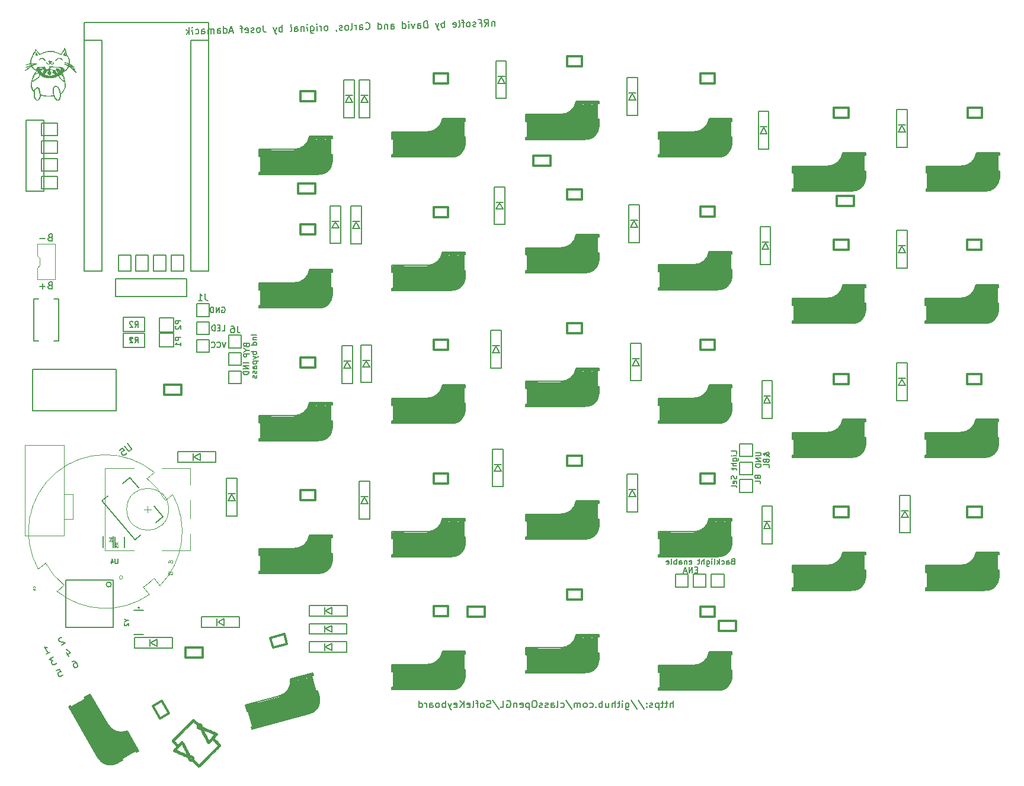
<source format=gbo>
G04 #@! TF.GenerationSoftware,KiCad,Pcbnew,5.1.10*
G04 #@! TF.CreationDate,2021-10-01T05:51:37+02:00*
G04 #@! TF.ProjectId,SofleKeyboard,536f666c-654b-4657-9962-6f6172642e6b,rev?*
G04 #@! TF.SameCoordinates,Original*
G04 #@! TF.FileFunction,Legend,Bot*
G04 #@! TF.FilePolarity,Positive*
%FSLAX46Y46*%
G04 Gerber Fmt 4.6, Leading zero omitted, Abs format (unit mm)*
G04 Created by KiCad (PCBNEW 5.1.10) date 2021-10-01 05:51:37*
%MOMM*%
%LPD*%
G01*
G04 APERTURE LIST*
%ADD10C,0.150000*%
%ADD11C,0.200000*%
%ADD12C,0.120000*%
%ADD13C,0.127000*%
%ADD14C,0.100000*%
%ADD15C,0.152400*%
%ADD16C,0.010000*%
%ADD17C,0.300000*%
%ADD18C,3.500000*%
%ADD19C,0.500000*%
%ADD20C,0.400000*%
%ADD21C,1.000000*%
%ADD22C,3.000000*%
%ADD23C,0.800000*%
%ADD24C,0.104012*%
%ADD25C,0.080000*%
%ADD26C,0.098425*%
G04 APERTURE END LIST*
D10*
X188771904Y-96989047D02*
X188771904Y-96950952D01*
X188733809Y-96874761D01*
X188619523Y-96760476D01*
X188390952Y-96570000D01*
X188276666Y-96493809D01*
X188162380Y-96455714D01*
X188086190Y-96455714D01*
X188010000Y-96493809D01*
X187971904Y-96570000D01*
X187971904Y-96608095D01*
X188010000Y-96684285D01*
X188086190Y-96722380D01*
X188124285Y-96722380D01*
X188200476Y-96684285D01*
X188238571Y-96646190D01*
X188390952Y-96417619D01*
X188429047Y-96379523D01*
X188505238Y-96341428D01*
X188619523Y-96341428D01*
X188695714Y-96379523D01*
X188733809Y-96417619D01*
X188771904Y-96493809D01*
X188771904Y-96608095D01*
X188733809Y-96684285D01*
X188695714Y-96722380D01*
X188543333Y-96836666D01*
X188429047Y-96874761D01*
X188352857Y-96874761D01*
X188352857Y-97598571D02*
X188390952Y-97712857D01*
X188429047Y-97750952D01*
X188505238Y-97789047D01*
X188619523Y-97789047D01*
X188695714Y-97750952D01*
X188733809Y-97712857D01*
X188771904Y-97636666D01*
X188771904Y-97331904D01*
X187971904Y-97331904D01*
X187971904Y-97598571D01*
X188010000Y-97674761D01*
X188048095Y-97712857D01*
X188124285Y-97750952D01*
X188200476Y-97750952D01*
X188276666Y-97712857D01*
X188314761Y-97674761D01*
X188352857Y-97598571D01*
X188352857Y-97331904D01*
X188771904Y-98512857D02*
X188771904Y-98131904D01*
X187971904Y-98131904D01*
X175061057Y-132854480D02*
X175061057Y-131854480D01*
X174632485Y-132854480D02*
X174632485Y-132330671D01*
X174680104Y-132235433D01*
X174775342Y-132187814D01*
X174918200Y-132187814D01*
X175013438Y-132235433D01*
X175061057Y-132283052D01*
X174299152Y-132187814D02*
X173918200Y-132187814D01*
X174156295Y-131854480D02*
X174156295Y-132711623D01*
X174108676Y-132806861D01*
X174013438Y-132854480D01*
X173918200Y-132854480D01*
X173727723Y-132187814D02*
X173346771Y-132187814D01*
X173584866Y-131854480D02*
X173584866Y-132711623D01*
X173537247Y-132806861D01*
X173442009Y-132854480D01*
X173346771Y-132854480D01*
X173013438Y-132187814D02*
X173013438Y-133187814D01*
X173013438Y-132235433D02*
X172918200Y-132187814D01*
X172727723Y-132187814D01*
X172632485Y-132235433D01*
X172584866Y-132283052D01*
X172537247Y-132378290D01*
X172537247Y-132664004D01*
X172584866Y-132759242D01*
X172632485Y-132806861D01*
X172727723Y-132854480D01*
X172918200Y-132854480D01*
X173013438Y-132806861D01*
X172156295Y-132806861D02*
X172061057Y-132854480D01*
X171870580Y-132854480D01*
X171775342Y-132806861D01*
X171727723Y-132711623D01*
X171727723Y-132664004D01*
X171775342Y-132568766D01*
X171870580Y-132521147D01*
X172013438Y-132521147D01*
X172108676Y-132473528D01*
X172156295Y-132378290D01*
X172156295Y-132330671D01*
X172108676Y-132235433D01*
X172013438Y-132187814D01*
X171870580Y-132187814D01*
X171775342Y-132235433D01*
X171299152Y-132759242D02*
X171251533Y-132806861D01*
X171299152Y-132854480D01*
X171346771Y-132806861D01*
X171299152Y-132759242D01*
X171299152Y-132854480D01*
X171299152Y-132235433D02*
X171251533Y-132283052D01*
X171299152Y-132330671D01*
X171346771Y-132283052D01*
X171299152Y-132235433D01*
X171299152Y-132330671D01*
X170108676Y-131806861D02*
X170965819Y-133092576D01*
X169061057Y-131806861D02*
X169918200Y-133092576D01*
X168299152Y-132187814D02*
X168299152Y-132997338D01*
X168346771Y-133092576D01*
X168394390Y-133140195D01*
X168489628Y-133187814D01*
X168632485Y-133187814D01*
X168727723Y-133140195D01*
X168299152Y-132806861D02*
X168394390Y-132854480D01*
X168584866Y-132854480D01*
X168680104Y-132806861D01*
X168727723Y-132759242D01*
X168775342Y-132664004D01*
X168775342Y-132378290D01*
X168727723Y-132283052D01*
X168680104Y-132235433D01*
X168584866Y-132187814D01*
X168394390Y-132187814D01*
X168299152Y-132235433D01*
X167822961Y-132854480D02*
X167822961Y-132187814D01*
X167822961Y-131854480D02*
X167870580Y-131902100D01*
X167822961Y-131949719D01*
X167775342Y-131902100D01*
X167822961Y-131854480D01*
X167822961Y-131949719D01*
X167489628Y-132187814D02*
X167108676Y-132187814D01*
X167346771Y-131854480D02*
X167346771Y-132711623D01*
X167299152Y-132806861D01*
X167203914Y-132854480D01*
X167108676Y-132854480D01*
X166775342Y-132854480D02*
X166775342Y-131854480D01*
X166346771Y-132854480D02*
X166346771Y-132330671D01*
X166394390Y-132235433D01*
X166489628Y-132187814D01*
X166632485Y-132187814D01*
X166727723Y-132235433D01*
X166775342Y-132283052D01*
X165442009Y-132187814D02*
X165442009Y-132854480D01*
X165870580Y-132187814D02*
X165870580Y-132711623D01*
X165822961Y-132806861D01*
X165727723Y-132854480D01*
X165584866Y-132854480D01*
X165489628Y-132806861D01*
X165442009Y-132759242D01*
X164965819Y-132854480D02*
X164965819Y-131854480D01*
X164965819Y-132235433D02*
X164870580Y-132187814D01*
X164680104Y-132187814D01*
X164584866Y-132235433D01*
X164537247Y-132283052D01*
X164489628Y-132378290D01*
X164489628Y-132664004D01*
X164537247Y-132759242D01*
X164584866Y-132806861D01*
X164680104Y-132854480D01*
X164870580Y-132854480D01*
X164965819Y-132806861D01*
X164061057Y-132759242D02*
X164013438Y-132806861D01*
X164061057Y-132854480D01*
X164108676Y-132806861D01*
X164061057Y-132759242D01*
X164061057Y-132854480D01*
X163156295Y-132806861D02*
X163251533Y-132854480D01*
X163442009Y-132854480D01*
X163537247Y-132806861D01*
X163584866Y-132759242D01*
X163632485Y-132664004D01*
X163632485Y-132378290D01*
X163584866Y-132283052D01*
X163537247Y-132235433D01*
X163442009Y-132187814D01*
X163251533Y-132187814D01*
X163156295Y-132235433D01*
X162584866Y-132854480D02*
X162680104Y-132806861D01*
X162727723Y-132759242D01*
X162775342Y-132664004D01*
X162775342Y-132378290D01*
X162727723Y-132283052D01*
X162680104Y-132235433D01*
X162584866Y-132187814D01*
X162442009Y-132187814D01*
X162346771Y-132235433D01*
X162299152Y-132283052D01*
X162251533Y-132378290D01*
X162251533Y-132664004D01*
X162299152Y-132759242D01*
X162346771Y-132806861D01*
X162442009Y-132854480D01*
X162584866Y-132854480D01*
X161822961Y-132854480D02*
X161822961Y-132187814D01*
X161822961Y-132283052D02*
X161775342Y-132235433D01*
X161680104Y-132187814D01*
X161537247Y-132187814D01*
X161442009Y-132235433D01*
X161394390Y-132330671D01*
X161394390Y-132854480D01*
X161394390Y-132330671D02*
X161346771Y-132235433D01*
X161251533Y-132187814D01*
X161108676Y-132187814D01*
X161013438Y-132235433D01*
X160965819Y-132330671D01*
X160965819Y-132854480D01*
X159775342Y-131806861D02*
X160632485Y-133092576D01*
X159013438Y-132806861D02*
X159108676Y-132854480D01*
X159299152Y-132854480D01*
X159394390Y-132806861D01*
X159442009Y-132759242D01*
X159489628Y-132664004D01*
X159489628Y-132378290D01*
X159442009Y-132283052D01*
X159394390Y-132235433D01*
X159299152Y-132187814D01*
X159108676Y-132187814D01*
X159013438Y-132235433D01*
X158442009Y-132854480D02*
X158537247Y-132806861D01*
X158584866Y-132711623D01*
X158584866Y-131854480D01*
X157632485Y-132854480D02*
X157632485Y-132330671D01*
X157680104Y-132235433D01*
X157775342Y-132187814D01*
X157965819Y-132187814D01*
X158061057Y-132235433D01*
X157632485Y-132806861D02*
X157727723Y-132854480D01*
X157965819Y-132854480D01*
X158061057Y-132806861D01*
X158108676Y-132711623D01*
X158108676Y-132616385D01*
X158061057Y-132521147D01*
X157965819Y-132473528D01*
X157727723Y-132473528D01*
X157632485Y-132425909D01*
X157203914Y-132806861D02*
X157108676Y-132854480D01*
X156918200Y-132854480D01*
X156822961Y-132806861D01*
X156775342Y-132711623D01*
X156775342Y-132664004D01*
X156822961Y-132568766D01*
X156918200Y-132521147D01*
X157061057Y-132521147D01*
X157156295Y-132473528D01*
X157203914Y-132378290D01*
X157203914Y-132330671D01*
X157156295Y-132235433D01*
X157061057Y-132187814D01*
X156918200Y-132187814D01*
X156822961Y-132235433D01*
X156394390Y-132806861D02*
X156299152Y-132854480D01*
X156108676Y-132854480D01*
X156013438Y-132806861D01*
X155965819Y-132711623D01*
X155965819Y-132664004D01*
X156013438Y-132568766D01*
X156108676Y-132521147D01*
X156251533Y-132521147D01*
X156346771Y-132473528D01*
X156394390Y-132378290D01*
X156394390Y-132330671D01*
X156346771Y-132235433D01*
X156251533Y-132187814D01*
X156108676Y-132187814D01*
X156013438Y-132235433D01*
X155346771Y-131854480D02*
X155156295Y-131854480D01*
X155061057Y-131902100D01*
X154965819Y-131997338D01*
X154918200Y-132187814D01*
X154918200Y-132521147D01*
X154965819Y-132711623D01*
X155061057Y-132806861D01*
X155156295Y-132854480D01*
X155346771Y-132854480D01*
X155442009Y-132806861D01*
X155537247Y-132711623D01*
X155584866Y-132521147D01*
X155584866Y-132187814D01*
X155537247Y-131997338D01*
X155442009Y-131902100D01*
X155346771Y-131854480D01*
X154489628Y-132187814D02*
X154489628Y-133187814D01*
X154489628Y-132235433D02*
X154394390Y-132187814D01*
X154203914Y-132187814D01*
X154108676Y-132235433D01*
X154061057Y-132283052D01*
X154013438Y-132378290D01*
X154013438Y-132664004D01*
X154061057Y-132759242D01*
X154108676Y-132806861D01*
X154203914Y-132854480D01*
X154394390Y-132854480D01*
X154489628Y-132806861D01*
X153203914Y-132806861D02*
X153299152Y-132854480D01*
X153489628Y-132854480D01*
X153584866Y-132806861D01*
X153632485Y-132711623D01*
X153632485Y-132330671D01*
X153584866Y-132235433D01*
X153489628Y-132187814D01*
X153299152Y-132187814D01*
X153203914Y-132235433D01*
X153156295Y-132330671D01*
X153156295Y-132425909D01*
X153632485Y-132521147D01*
X152727723Y-132187814D02*
X152727723Y-132854480D01*
X152727723Y-132283052D02*
X152680104Y-132235433D01*
X152584866Y-132187814D01*
X152442009Y-132187814D01*
X152346771Y-132235433D01*
X152299152Y-132330671D01*
X152299152Y-132854480D01*
X151299152Y-131902100D02*
X151394390Y-131854480D01*
X151537247Y-131854480D01*
X151680104Y-131902100D01*
X151775342Y-131997338D01*
X151822961Y-132092576D01*
X151870580Y-132283052D01*
X151870580Y-132425909D01*
X151822961Y-132616385D01*
X151775342Y-132711623D01*
X151680104Y-132806861D01*
X151537247Y-132854480D01*
X151442009Y-132854480D01*
X151299152Y-132806861D01*
X151251533Y-132759242D01*
X151251533Y-132425909D01*
X151442009Y-132425909D01*
X150346771Y-132854480D02*
X150822961Y-132854480D01*
X150822961Y-131854480D01*
X149299152Y-131806861D02*
X150156295Y-133092576D01*
X149013438Y-132806861D02*
X148870580Y-132854480D01*
X148632485Y-132854480D01*
X148537247Y-132806861D01*
X148489628Y-132759242D01*
X148442009Y-132664004D01*
X148442009Y-132568766D01*
X148489628Y-132473528D01*
X148537247Y-132425909D01*
X148632485Y-132378290D01*
X148822961Y-132330671D01*
X148918200Y-132283052D01*
X148965819Y-132235433D01*
X149013438Y-132140195D01*
X149013438Y-132044957D01*
X148965819Y-131949719D01*
X148918200Y-131902100D01*
X148822961Y-131854480D01*
X148584866Y-131854480D01*
X148442009Y-131902100D01*
X147870580Y-132854480D02*
X147965819Y-132806861D01*
X148013438Y-132759242D01*
X148061057Y-132664004D01*
X148061057Y-132378290D01*
X148013438Y-132283052D01*
X147965819Y-132235433D01*
X147870580Y-132187814D01*
X147727723Y-132187814D01*
X147632485Y-132235433D01*
X147584866Y-132283052D01*
X147537247Y-132378290D01*
X147537247Y-132664004D01*
X147584866Y-132759242D01*
X147632485Y-132806861D01*
X147727723Y-132854480D01*
X147870580Y-132854480D01*
X147251533Y-132187814D02*
X146870580Y-132187814D01*
X147108676Y-132854480D02*
X147108676Y-131997338D01*
X147061057Y-131902100D01*
X146965819Y-131854480D01*
X146870580Y-131854480D01*
X146394390Y-132854480D02*
X146489628Y-132806861D01*
X146537247Y-132711623D01*
X146537247Y-131854480D01*
X145632485Y-132806861D02*
X145727723Y-132854480D01*
X145918200Y-132854480D01*
X146013438Y-132806861D01*
X146061057Y-132711623D01*
X146061057Y-132330671D01*
X146013438Y-132235433D01*
X145918200Y-132187814D01*
X145727723Y-132187814D01*
X145632485Y-132235433D01*
X145584866Y-132330671D01*
X145584866Y-132425909D01*
X146061057Y-132521147D01*
X145156295Y-132854480D02*
X145156295Y-131854480D01*
X144584866Y-132854480D02*
X145013438Y-132283052D01*
X144584866Y-131854480D02*
X145156295Y-132425909D01*
X143775342Y-132806861D02*
X143870580Y-132854480D01*
X144061057Y-132854480D01*
X144156295Y-132806861D01*
X144203914Y-132711623D01*
X144203914Y-132330671D01*
X144156295Y-132235433D01*
X144061057Y-132187814D01*
X143870580Y-132187814D01*
X143775342Y-132235433D01*
X143727723Y-132330671D01*
X143727723Y-132425909D01*
X144203914Y-132521147D01*
X143394390Y-132187814D02*
X143156295Y-132854480D01*
X142918200Y-132187814D02*
X143156295Y-132854480D01*
X143251533Y-133092576D01*
X143299152Y-133140195D01*
X143394390Y-133187814D01*
X142537247Y-132854480D02*
X142537247Y-131854480D01*
X142537247Y-132235433D02*
X142442009Y-132187814D01*
X142251533Y-132187814D01*
X142156295Y-132235433D01*
X142108676Y-132283052D01*
X142061057Y-132378290D01*
X142061057Y-132664004D01*
X142108676Y-132759242D01*
X142156295Y-132806861D01*
X142251533Y-132854480D01*
X142442009Y-132854480D01*
X142537247Y-132806861D01*
X141489628Y-132854480D02*
X141584866Y-132806861D01*
X141632485Y-132759242D01*
X141680104Y-132664004D01*
X141680104Y-132378290D01*
X141632485Y-132283052D01*
X141584866Y-132235433D01*
X141489628Y-132187814D01*
X141346771Y-132187814D01*
X141251533Y-132235433D01*
X141203914Y-132283052D01*
X141156295Y-132378290D01*
X141156295Y-132664004D01*
X141203914Y-132759242D01*
X141251533Y-132806861D01*
X141346771Y-132854480D01*
X141489628Y-132854480D01*
X140299152Y-132854480D02*
X140299152Y-132330671D01*
X140346771Y-132235433D01*
X140442009Y-132187814D01*
X140632485Y-132187814D01*
X140727723Y-132235433D01*
X140299152Y-132806861D02*
X140394390Y-132854480D01*
X140632485Y-132854480D01*
X140727723Y-132806861D01*
X140775342Y-132711623D01*
X140775342Y-132616385D01*
X140727723Y-132521147D01*
X140632485Y-132473528D01*
X140394390Y-132473528D01*
X140299152Y-132425909D01*
X139822961Y-132854480D02*
X139822961Y-132187814D01*
X139822961Y-132378290D02*
X139775342Y-132283052D01*
X139727723Y-132235433D01*
X139632485Y-132187814D01*
X139537247Y-132187814D01*
X138775342Y-132854480D02*
X138775342Y-131854480D01*
X138775342Y-132806861D02*
X138870580Y-132854480D01*
X139061057Y-132854480D01*
X139156295Y-132806861D01*
X139203914Y-132759242D01*
X139251533Y-132664004D01*
X139251533Y-132378290D01*
X139203914Y-132283052D01*
X139156295Y-132235433D01*
X139061057Y-132187814D01*
X138870580Y-132187814D01*
X138775342Y-132235433D01*
D11*
X149594853Y-34718471D02*
X149612304Y-35384909D01*
X149597346Y-34813677D02*
X149548496Y-34767320D01*
X149452044Y-34722211D01*
X149309236Y-34725950D01*
X149215277Y-34776046D01*
X149170168Y-34872498D01*
X149183879Y-35396128D01*
X148136619Y-35423551D02*
X148457373Y-34938799D01*
X148707852Y-35408593D02*
X148681675Y-34408936D01*
X148300853Y-34418908D01*
X148206894Y-34469004D01*
X148160538Y-34517853D01*
X148115428Y-34614305D01*
X148119168Y-34757113D01*
X148169264Y-34851072D01*
X148218113Y-34897428D01*
X148314565Y-34942538D01*
X148695387Y-34932566D01*
X147361264Y-34919866D02*
X147694483Y-34911140D01*
X147708195Y-35434770D02*
X147682018Y-34435113D01*
X147205991Y-34447578D01*
X146897702Y-35408358D02*
X146803743Y-35458454D01*
X146613332Y-35463440D01*
X146516880Y-35418330D01*
X146466784Y-35324372D01*
X146465538Y-35276769D01*
X146510647Y-35180317D01*
X146604606Y-35130221D01*
X146747415Y-35126481D01*
X146841373Y-35076386D01*
X146886483Y-34979934D01*
X146885237Y-34932331D01*
X146835141Y-34838372D01*
X146738689Y-34793262D01*
X146595881Y-34797002D01*
X146501922Y-34847098D01*
X145899291Y-35482138D02*
X145993250Y-35432042D01*
X146039606Y-35383193D01*
X146084716Y-35286741D01*
X146077237Y-35001125D01*
X146027141Y-34907166D01*
X145978292Y-34860809D01*
X145881840Y-34815700D01*
X145739032Y-34819439D01*
X145645073Y-34869535D01*
X145598716Y-34918384D01*
X145553607Y-35014836D01*
X145561086Y-35300453D01*
X145611182Y-35394412D01*
X145660031Y-35440768D01*
X145756483Y-35485878D01*
X145899291Y-35482138D01*
X145263004Y-34831905D02*
X144882182Y-34841877D01*
X145137647Y-35502082D02*
X145115210Y-34645233D01*
X145065114Y-34551274D01*
X144968662Y-34506165D01*
X144873457Y-34508658D01*
X144423606Y-35520780D02*
X144517565Y-35470684D01*
X144562675Y-35374232D01*
X144540238Y-34517383D01*
X143660716Y-35493122D02*
X143757168Y-35538231D01*
X143947579Y-35533245D01*
X144041538Y-35483150D01*
X144086648Y-35386698D01*
X144076676Y-35005876D01*
X144026580Y-34911917D01*
X143930128Y-34866807D01*
X143739717Y-34871793D01*
X143645758Y-34921889D01*
X143600648Y-35018341D01*
X143603141Y-35113546D01*
X144081662Y-35196287D01*
X142424292Y-35573134D02*
X142398115Y-34573477D01*
X142408087Y-34954299D02*
X142311635Y-34909189D01*
X142121224Y-34914175D01*
X142027265Y-34964271D01*
X141980909Y-35013120D01*
X141935799Y-35109572D01*
X141943278Y-35395188D01*
X141993374Y-35489147D01*
X142042223Y-35535503D01*
X142138675Y-35580613D01*
X142329086Y-35575627D01*
X142423045Y-35525531D01*
X141597594Y-34927887D02*
X141377032Y-35600558D01*
X141121567Y-34940352D02*
X141377032Y-35600558D01*
X141478470Y-35836078D01*
X141527319Y-35882434D01*
X141623771Y-35927544D01*
X139996553Y-35636707D02*
X139970376Y-34637049D01*
X139732362Y-34643282D01*
X139590800Y-34694624D01*
X139498088Y-34792323D01*
X139452978Y-34888775D01*
X139410362Y-35080432D01*
X139414101Y-35223240D01*
X139466690Y-35412405D01*
X139516786Y-35506364D01*
X139614484Y-35599076D01*
X139758539Y-35642939D01*
X139996553Y-35636707D01*
X138568471Y-35674102D02*
X138554759Y-35150472D01*
X138599869Y-35054020D01*
X138693828Y-35003924D01*
X138884238Y-34998938D01*
X138980690Y-35044048D01*
X138567224Y-35626500D02*
X138663676Y-35671609D01*
X138901690Y-35665377D01*
X138995649Y-35615281D01*
X139040758Y-35518829D01*
X139038265Y-35423623D01*
X138988170Y-35329664D01*
X138891718Y-35284555D01*
X138653704Y-35290787D01*
X138557252Y-35245678D01*
X138170198Y-35017636D02*
X137949635Y-35690307D01*
X137694170Y-35030101D01*
X137330800Y-35706512D02*
X137313348Y-35040074D01*
X137304623Y-34706854D02*
X137353472Y-34753211D01*
X137307116Y-34802060D01*
X137258267Y-34755704D01*
X137304623Y-34706854D01*
X137307116Y-34802060D01*
X136426348Y-35730196D02*
X136400171Y-34730538D01*
X136425101Y-35682593D02*
X136521553Y-35727703D01*
X136711964Y-35722717D01*
X136805923Y-35672621D01*
X136852279Y-35623772D01*
X136897389Y-35527320D01*
X136889910Y-35241703D01*
X136839814Y-35147744D01*
X136790965Y-35101388D01*
X136694513Y-35056278D01*
X136504102Y-35061264D01*
X136410143Y-35111360D01*
X134760252Y-35773824D02*
X134746541Y-35250194D01*
X134791650Y-35153742D01*
X134885609Y-35103646D01*
X135076020Y-35098660D01*
X135172472Y-35143770D01*
X134759006Y-35726221D02*
X134855458Y-35771331D01*
X135093471Y-35765098D01*
X135187430Y-35715003D01*
X135232540Y-35618551D01*
X135230047Y-35523345D01*
X135179951Y-35429386D01*
X135083499Y-35384276D01*
X134845486Y-35390509D01*
X134749034Y-35345399D01*
X134266774Y-35119851D02*
X134284225Y-35786289D01*
X134269267Y-35215056D02*
X134220417Y-35168700D01*
X134123965Y-35123591D01*
X133981157Y-35127330D01*
X133887198Y-35177426D01*
X133842089Y-35273878D01*
X133855800Y-35797508D01*
X132951349Y-35821192D02*
X132925172Y-34821534D01*
X132950102Y-35773589D02*
X133046554Y-35818699D01*
X133236965Y-35813713D01*
X133330924Y-35763617D01*
X133377280Y-35714768D01*
X133422390Y-35618316D01*
X133414911Y-35332699D01*
X133364815Y-35238740D01*
X133315966Y-35192384D01*
X133219514Y-35147274D01*
X133029103Y-35152261D01*
X132935144Y-35202356D01*
X131139952Y-35773354D02*
X131188801Y-35819710D01*
X131332856Y-35863574D01*
X131428061Y-35861080D01*
X131569623Y-35809738D01*
X131662335Y-35712040D01*
X131707445Y-35615588D01*
X131750062Y-35423930D01*
X131746322Y-35281122D01*
X131693733Y-35091958D01*
X131643637Y-34997999D01*
X131545939Y-34905286D01*
X131401884Y-34861423D01*
X131306679Y-34863916D01*
X131165117Y-34915258D01*
X131118761Y-34964108D01*
X130285596Y-35890997D02*
X130271884Y-35367367D01*
X130316994Y-35270915D01*
X130410953Y-35220819D01*
X130601363Y-35215833D01*
X130697815Y-35260943D01*
X130284349Y-35843394D02*
X130380801Y-35888504D01*
X130618815Y-35882271D01*
X130712774Y-35832176D01*
X130757883Y-35735724D01*
X130755390Y-35640518D01*
X130705295Y-35546559D01*
X130608843Y-35501449D01*
X130370829Y-35507682D01*
X130274377Y-35462572D01*
X129809568Y-35903462D02*
X129792117Y-35237024D01*
X129797103Y-35427435D02*
X129747007Y-35333476D01*
X129698158Y-35287120D01*
X129601706Y-35242010D01*
X129506501Y-35244503D01*
X129047925Y-35923407D02*
X129141884Y-35873311D01*
X129186993Y-35776859D01*
X129164556Y-34920010D01*
X128524295Y-35937118D02*
X128618254Y-35887022D01*
X128664610Y-35838173D01*
X128709720Y-35741721D01*
X128702240Y-35456105D01*
X128652145Y-35362146D01*
X128603295Y-35315790D01*
X128506843Y-35270680D01*
X128364035Y-35274420D01*
X128270076Y-35324515D01*
X128223720Y-35373365D01*
X128178610Y-35469817D01*
X128186089Y-35755433D01*
X128236185Y-35849392D01*
X128285035Y-35895748D01*
X128381486Y-35940858D01*
X128524295Y-35937118D01*
X127809007Y-35908213D02*
X127715048Y-35958309D01*
X127524637Y-35963295D01*
X127428185Y-35918186D01*
X127378090Y-35824227D01*
X127376843Y-35776624D01*
X127421953Y-35680172D01*
X127515912Y-35630076D01*
X127658720Y-35626337D01*
X127752679Y-35576241D01*
X127797789Y-35479789D01*
X127796542Y-35432186D01*
X127746446Y-35338227D01*
X127649994Y-35293117D01*
X127507186Y-35296857D01*
X127413227Y-35346953D01*
X126904555Y-35931897D02*
X126905802Y-35979500D01*
X126955898Y-36073459D01*
X127004747Y-36119815D01*
X125572925Y-36014403D02*
X125666884Y-35964307D01*
X125713241Y-35915458D01*
X125758350Y-35819006D01*
X125750871Y-35533389D01*
X125700775Y-35439430D01*
X125651926Y-35393074D01*
X125555474Y-35347964D01*
X125412666Y-35351704D01*
X125318707Y-35401800D01*
X125272351Y-35450649D01*
X125227241Y-35547101D01*
X125234720Y-35832717D01*
X125284816Y-35926676D01*
X125333665Y-35973032D01*
X125430117Y-36018142D01*
X125572925Y-36014403D01*
X124811282Y-36034347D02*
X124793830Y-35367909D01*
X124798817Y-35558320D02*
X124748721Y-35464361D01*
X124699872Y-35418004D01*
X124603420Y-35372895D01*
X124508214Y-35375388D01*
X124192446Y-36050552D02*
X124174995Y-35384113D01*
X124166269Y-35050894D02*
X124215119Y-35097251D01*
X124168762Y-35146100D01*
X124119913Y-35099744D01*
X124166269Y-35050894D01*
X124168762Y-35146100D01*
X123270543Y-35407797D02*
X123291734Y-36217044D01*
X123341830Y-36311003D01*
X123390679Y-36357359D01*
X123487131Y-36402469D01*
X123629939Y-36398729D01*
X123723898Y-36348633D01*
X123286748Y-36026633D02*
X123383200Y-36071743D01*
X123573611Y-36066756D01*
X123667570Y-36016661D01*
X123713926Y-35967811D01*
X123759036Y-35871359D01*
X123751556Y-35585743D01*
X123701461Y-35491784D01*
X123652611Y-35445428D01*
X123556159Y-35400318D01*
X123365749Y-35405304D01*
X123271790Y-35455400D01*
X122811967Y-36086701D02*
X122794516Y-35420263D01*
X122785790Y-35087044D02*
X122834639Y-35133400D01*
X122788283Y-35182249D01*
X122739434Y-35135893D01*
X122785790Y-35087044D01*
X122788283Y-35182249D01*
X122318489Y-35432728D02*
X122335940Y-36099166D01*
X122320982Y-35527933D02*
X122272132Y-35481577D01*
X122175680Y-35436467D01*
X122032872Y-35440207D01*
X121938913Y-35490303D01*
X121893804Y-35586755D01*
X121907515Y-36110385D01*
X121003063Y-36134069D02*
X120989352Y-35610439D01*
X121034461Y-35513987D01*
X121128420Y-35463891D01*
X121318831Y-35458905D01*
X121415283Y-35504014D01*
X121001817Y-36086466D02*
X121098269Y-36131576D01*
X121336282Y-36125343D01*
X121430241Y-36075247D01*
X121475351Y-35978795D01*
X121472858Y-35883590D01*
X121422762Y-35789631D01*
X121326310Y-35744521D01*
X121088297Y-35750754D01*
X120991845Y-35705644D01*
X120384228Y-36150273D02*
X120478187Y-36100178D01*
X120523297Y-36003726D01*
X120500859Y-35146877D01*
X119241762Y-36180190D02*
X119215585Y-35180533D01*
X119225558Y-35561354D02*
X119129106Y-35516245D01*
X118938695Y-35521231D01*
X118844736Y-35571327D01*
X118798380Y-35620176D01*
X118753270Y-35716628D01*
X118760749Y-36002244D01*
X118810845Y-36096203D01*
X118859694Y-36142559D01*
X118956146Y-36187669D01*
X119146557Y-36182683D01*
X119240516Y-36132587D01*
X118415065Y-35534943D02*
X118194502Y-36207613D01*
X117939037Y-35547408D02*
X118194502Y-36207613D01*
X118295940Y-36443134D01*
X118344790Y-36489490D01*
X118441242Y-36534600D01*
X116502230Y-35251584D02*
X116520928Y-35965625D01*
X116572270Y-36107187D01*
X116669968Y-36199899D01*
X116814023Y-36243763D01*
X116909229Y-36241269D01*
X115909571Y-36267446D02*
X116003530Y-36217351D01*
X116049886Y-36168501D01*
X116094996Y-36072049D01*
X116087517Y-35786433D01*
X116037421Y-35692474D01*
X115988572Y-35646118D01*
X115892120Y-35601008D01*
X115749312Y-35604748D01*
X115655353Y-35654844D01*
X115608997Y-35703693D01*
X115563887Y-35800145D01*
X115571366Y-36085761D01*
X115621462Y-36179720D01*
X115670311Y-36226076D01*
X115766763Y-36271186D01*
X115909571Y-36267446D01*
X115194284Y-36238542D02*
X115100325Y-36288637D01*
X114909914Y-36293623D01*
X114813462Y-36248514D01*
X114763366Y-36154555D01*
X114762120Y-36106952D01*
X114807229Y-36010500D01*
X114901188Y-35960404D01*
X115043997Y-35956665D01*
X115137955Y-35906569D01*
X115183065Y-35810117D01*
X115181819Y-35762514D01*
X115131723Y-35668555D01*
X115035271Y-35623446D01*
X114892463Y-35627185D01*
X114798504Y-35677281D01*
X113956613Y-36270951D02*
X114053065Y-36316061D01*
X114243476Y-36311075D01*
X114337435Y-36260979D01*
X114382544Y-36164527D01*
X114372572Y-35783705D01*
X114322476Y-35689746D01*
X114226024Y-35644636D01*
X114035614Y-35649623D01*
X113941655Y-35699718D01*
X113896545Y-35796170D01*
X113899038Y-35891376D01*
X114377558Y-35974116D01*
X113607189Y-35660841D02*
X113226367Y-35670813D01*
X113481832Y-36331019D02*
X113459395Y-35474170D01*
X113409299Y-35380211D01*
X113312847Y-35335101D01*
X113217641Y-35337594D01*
X112189079Y-36079059D02*
X111713052Y-36091524D01*
X112291764Y-36362182D02*
X111932368Y-35371250D01*
X111625326Y-36379633D01*
X110863682Y-36399578D02*
X110837505Y-35399920D01*
X110862435Y-36351975D02*
X110958887Y-36397085D01*
X111149298Y-36392099D01*
X111243257Y-36342003D01*
X111289613Y-36293154D01*
X111334723Y-36196702D01*
X111327244Y-35911085D01*
X111277148Y-35817126D01*
X111228299Y-35770770D01*
X111131847Y-35725660D01*
X110941436Y-35730646D01*
X110847477Y-35780742D01*
X109959230Y-36423262D02*
X109945518Y-35899632D01*
X109990628Y-35803180D01*
X110084587Y-35753084D01*
X110274998Y-35748098D01*
X110371450Y-35793207D01*
X109957984Y-36375659D02*
X110054436Y-36420769D01*
X110292449Y-36414536D01*
X110386408Y-36364440D01*
X110431518Y-36267988D01*
X110429025Y-36172783D01*
X110378929Y-36078824D01*
X110282477Y-36033714D01*
X110044463Y-36039947D01*
X109948011Y-35994837D01*
X109483203Y-36435727D02*
X109465751Y-35769289D01*
X109468245Y-35864494D02*
X109419395Y-35818138D01*
X109322943Y-35773028D01*
X109180135Y-35776768D01*
X109086176Y-35826863D01*
X109041066Y-35923315D01*
X109054778Y-36446945D01*
X109041066Y-35923315D02*
X108990971Y-35829357D01*
X108894519Y-35784247D01*
X108751711Y-35787986D01*
X108657752Y-35838082D01*
X108612642Y-35934534D01*
X108626354Y-36458164D01*
X107721902Y-36481848D02*
X107708190Y-35958218D01*
X107753300Y-35861766D01*
X107847259Y-35811670D01*
X108037670Y-35806684D01*
X108134122Y-35851794D01*
X107720655Y-36434245D02*
X107817107Y-36479355D01*
X108055121Y-36473122D01*
X108149080Y-36423027D01*
X108194190Y-36326575D01*
X108191696Y-36231369D01*
X108141601Y-36137410D01*
X108045149Y-36092301D01*
X107807135Y-36098533D01*
X107710683Y-36053424D01*
X106816203Y-36457929D02*
X106912655Y-36503039D01*
X107103066Y-36498053D01*
X107197025Y-36447957D01*
X107243381Y-36399108D01*
X107288491Y-36302656D01*
X107281012Y-36017039D01*
X107230916Y-35923081D01*
X107182067Y-35876724D01*
X107085615Y-35831615D01*
X106895204Y-35836601D01*
X106801245Y-35886697D01*
X106389025Y-36516751D02*
X106371574Y-35850312D01*
X106362848Y-35517093D02*
X106411698Y-35563450D01*
X106365341Y-35612299D01*
X106316492Y-35565943D01*
X106362848Y-35517093D01*
X106365341Y-35612299D01*
X105912998Y-36529216D02*
X105886821Y-35529559D01*
X105807820Y-36150887D02*
X105532176Y-36539188D01*
X105514725Y-35872750D02*
X105905519Y-36243600D01*
D10*
X184151904Y-96566666D02*
X184151904Y-96185714D01*
X183351904Y-96185714D01*
X184151904Y-96833333D02*
X183618571Y-96833333D01*
X183351904Y-96833333D02*
X183390000Y-96795238D01*
X183428095Y-96833333D01*
X183390000Y-96871428D01*
X183351904Y-96833333D01*
X183428095Y-96833333D01*
X183618571Y-97557142D02*
X184266190Y-97557142D01*
X184342380Y-97519047D01*
X184380476Y-97480952D01*
X184418571Y-97404761D01*
X184418571Y-97290476D01*
X184380476Y-97214285D01*
X184113809Y-97557142D02*
X184151904Y-97480952D01*
X184151904Y-97328571D01*
X184113809Y-97252380D01*
X184075714Y-97214285D01*
X183999523Y-97176190D01*
X183770952Y-97176190D01*
X183694761Y-97214285D01*
X183656666Y-97252380D01*
X183618571Y-97328571D01*
X183618571Y-97480952D01*
X183656666Y-97557142D01*
X184151904Y-97938095D02*
X183351904Y-97938095D01*
X184151904Y-98280952D02*
X183732857Y-98280952D01*
X183656666Y-98242857D01*
X183618571Y-98166666D01*
X183618571Y-98052380D01*
X183656666Y-97976190D01*
X183694761Y-97938095D01*
X183618571Y-98547619D02*
X183618571Y-98852380D01*
X183351904Y-98661904D02*
X184037619Y-98661904D01*
X184113809Y-98700000D01*
X184151904Y-98776190D01*
X184151904Y-98852380D01*
X184113809Y-99690476D02*
X184151904Y-99804761D01*
X184151904Y-99995238D01*
X184113809Y-100071428D01*
X184075714Y-100109523D01*
X183999523Y-100147619D01*
X183923333Y-100147619D01*
X183847142Y-100109523D01*
X183809047Y-100071428D01*
X183770952Y-99995238D01*
X183732857Y-99842857D01*
X183694761Y-99766666D01*
X183656666Y-99728571D01*
X183580476Y-99690476D01*
X183504285Y-99690476D01*
X183428095Y-99728571D01*
X183390000Y-99766666D01*
X183351904Y-99842857D01*
X183351904Y-100033333D01*
X183390000Y-100147619D01*
X184113809Y-100795238D02*
X184151904Y-100719047D01*
X184151904Y-100566666D01*
X184113809Y-100490476D01*
X184037619Y-100452380D01*
X183732857Y-100452380D01*
X183656666Y-100490476D01*
X183618571Y-100566666D01*
X183618571Y-100719047D01*
X183656666Y-100795238D01*
X183732857Y-100833333D01*
X183809047Y-100833333D01*
X183885238Y-100452380D01*
X184151904Y-101290476D02*
X184113809Y-101214285D01*
X184037619Y-101176190D01*
X183351904Y-101176190D01*
X187152857Y-99903333D02*
X187190952Y-100017619D01*
X187229047Y-100055714D01*
X187305238Y-100093809D01*
X187419523Y-100093809D01*
X187495714Y-100055714D01*
X187533809Y-100017619D01*
X187571904Y-99941428D01*
X187571904Y-99636666D01*
X186771904Y-99636666D01*
X186771904Y-99903333D01*
X186810000Y-99979523D01*
X186848095Y-100017619D01*
X186924285Y-100055714D01*
X187000476Y-100055714D01*
X187076666Y-100017619D01*
X187114761Y-99979523D01*
X187152857Y-99903333D01*
X187152857Y-99636666D01*
X187571904Y-100817619D02*
X187571904Y-100436666D01*
X186771904Y-100436666D01*
X186831904Y-96372380D02*
X187479523Y-96372380D01*
X187555714Y-96410476D01*
X187593809Y-96448571D01*
X187631904Y-96524761D01*
X187631904Y-96677142D01*
X187593809Y-96753333D01*
X187555714Y-96791428D01*
X187479523Y-96829523D01*
X186831904Y-96829523D01*
X187631904Y-97210476D02*
X186831904Y-97210476D01*
X187631904Y-97667619D01*
X186831904Y-97667619D01*
X187631904Y-98048571D02*
X186831904Y-98048571D01*
X186831904Y-98239047D01*
X186870000Y-98353333D01*
X186946190Y-98429523D01*
X187022380Y-98467619D01*
X187174761Y-98505714D01*
X187289047Y-98505714D01*
X187441428Y-98467619D01*
X187517619Y-98429523D01*
X187593809Y-98353333D01*
X187631904Y-98239047D01*
X187631904Y-98048571D01*
X183609523Y-111942857D02*
X183495238Y-111980952D01*
X183457142Y-112019047D01*
X183419047Y-112095238D01*
X183419047Y-112209523D01*
X183457142Y-112285714D01*
X183495238Y-112323809D01*
X183571428Y-112361904D01*
X183876190Y-112361904D01*
X183876190Y-111561904D01*
X183609523Y-111561904D01*
X183533333Y-111600000D01*
X183495238Y-111638095D01*
X183457142Y-111714285D01*
X183457142Y-111790476D01*
X183495238Y-111866666D01*
X183533333Y-111904761D01*
X183609523Y-111942857D01*
X183876190Y-111942857D01*
X182733333Y-112361904D02*
X182733333Y-111942857D01*
X182771428Y-111866666D01*
X182847619Y-111828571D01*
X183000000Y-111828571D01*
X183076190Y-111866666D01*
X182733333Y-112323809D02*
X182809523Y-112361904D01*
X183000000Y-112361904D01*
X183076190Y-112323809D01*
X183114285Y-112247619D01*
X183114285Y-112171428D01*
X183076190Y-112095238D01*
X183000000Y-112057142D01*
X182809523Y-112057142D01*
X182733333Y-112019047D01*
X182009523Y-112323809D02*
X182085714Y-112361904D01*
X182238095Y-112361904D01*
X182314285Y-112323809D01*
X182352380Y-112285714D01*
X182390476Y-112209523D01*
X182390476Y-111980952D01*
X182352380Y-111904761D01*
X182314285Y-111866666D01*
X182238095Y-111828571D01*
X182085714Y-111828571D01*
X182009523Y-111866666D01*
X181666666Y-112361904D02*
X181666666Y-111561904D01*
X181590476Y-112057142D02*
X181361904Y-112361904D01*
X181361904Y-111828571D02*
X181666666Y-112133333D01*
X180904761Y-112361904D02*
X180980952Y-112323809D01*
X181019047Y-112247619D01*
X181019047Y-111561904D01*
X180600000Y-112361904D02*
X180600000Y-111828571D01*
X180600000Y-111561904D02*
X180638095Y-111600000D01*
X180600000Y-111638095D01*
X180561904Y-111600000D01*
X180600000Y-111561904D01*
X180600000Y-111638095D01*
X179876190Y-111828571D02*
X179876190Y-112476190D01*
X179914285Y-112552380D01*
X179952380Y-112590476D01*
X180028571Y-112628571D01*
X180142857Y-112628571D01*
X180219047Y-112590476D01*
X179876190Y-112323809D02*
X179952380Y-112361904D01*
X180104761Y-112361904D01*
X180180952Y-112323809D01*
X180219047Y-112285714D01*
X180257142Y-112209523D01*
X180257142Y-111980952D01*
X180219047Y-111904761D01*
X180180952Y-111866666D01*
X180104761Y-111828571D01*
X179952380Y-111828571D01*
X179876190Y-111866666D01*
X179495238Y-112361904D02*
X179495238Y-111561904D01*
X179152380Y-112361904D02*
X179152380Y-111942857D01*
X179190476Y-111866666D01*
X179266666Y-111828571D01*
X179380952Y-111828571D01*
X179457142Y-111866666D01*
X179495238Y-111904761D01*
X178885714Y-111828571D02*
X178580952Y-111828571D01*
X178771428Y-111561904D02*
X178771428Y-112247619D01*
X178733333Y-112323809D01*
X178657142Y-112361904D01*
X178580952Y-112361904D01*
X177400000Y-112323809D02*
X177476190Y-112361904D01*
X177628571Y-112361904D01*
X177704761Y-112323809D01*
X177742857Y-112247619D01*
X177742857Y-111942857D01*
X177704761Y-111866666D01*
X177628571Y-111828571D01*
X177476190Y-111828571D01*
X177400000Y-111866666D01*
X177361904Y-111942857D01*
X177361904Y-112019047D01*
X177742857Y-112095238D01*
X177019047Y-111828571D02*
X177019047Y-112361904D01*
X177019047Y-111904761D02*
X176980952Y-111866666D01*
X176904761Y-111828571D01*
X176790476Y-111828571D01*
X176714285Y-111866666D01*
X176676190Y-111942857D01*
X176676190Y-112361904D01*
X175952380Y-112361904D02*
X175952380Y-111942857D01*
X175990476Y-111866666D01*
X176066666Y-111828571D01*
X176219047Y-111828571D01*
X176295238Y-111866666D01*
X175952380Y-112323809D02*
X176028571Y-112361904D01*
X176219047Y-112361904D01*
X176295238Y-112323809D01*
X176333333Y-112247619D01*
X176333333Y-112171428D01*
X176295238Y-112095238D01*
X176219047Y-112057142D01*
X176028571Y-112057142D01*
X175952380Y-112019047D01*
X175571428Y-112361904D02*
X175571428Y-111561904D01*
X175571428Y-111866666D02*
X175495238Y-111828571D01*
X175342857Y-111828571D01*
X175266666Y-111866666D01*
X175228571Y-111904761D01*
X175190476Y-111980952D01*
X175190476Y-112209523D01*
X175228571Y-112285714D01*
X175266666Y-112323809D01*
X175342857Y-112361904D01*
X175495238Y-112361904D01*
X175571428Y-112323809D01*
X174733333Y-112361904D02*
X174809523Y-112323809D01*
X174847619Y-112247619D01*
X174847619Y-111561904D01*
X174123809Y-112323809D02*
X174200000Y-112361904D01*
X174352380Y-112361904D01*
X174428571Y-112323809D01*
X174466666Y-112247619D01*
X174466666Y-111942857D01*
X174428571Y-111866666D01*
X174352380Y-111828571D01*
X174200000Y-111828571D01*
X174123809Y-111866666D01*
X174085714Y-111942857D01*
X174085714Y-112019047D01*
X174466666Y-112095238D01*
X178533333Y-113142857D02*
X178266666Y-113142857D01*
X178152380Y-113561904D02*
X178533333Y-113561904D01*
X178533333Y-112761904D01*
X178152380Y-112761904D01*
X177809523Y-113561904D02*
X177809523Y-112761904D01*
X177352380Y-113561904D01*
X177352380Y-112761904D01*
X177009523Y-113333333D02*
X176628571Y-113333333D01*
X177085714Y-113561904D02*
X176819047Y-112761904D01*
X176552380Y-113561904D01*
X114431904Y-83580952D02*
X113631904Y-83580952D01*
X114431904Y-83961904D02*
X113631904Y-83961904D01*
X114431904Y-84419047D01*
X113631904Y-84419047D01*
X114431904Y-84800000D02*
X113631904Y-84800000D01*
X113631904Y-84990476D01*
X113670000Y-85104761D01*
X113746190Y-85180952D01*
X113822380Y-85219047D01*
X113974761Y-85257142D01*
X114089047Y-85257142D01*
X114241428Y-85219047D01*
X114317619Y-85180952D01*
X114393809Y-85104761D01*
X114431904Y-84990476D01*
X114431904Y-84800000D01*
X114092857Y-81044285D02*
X114130952Y-81158571D01*
X114169047Y-81196666D01*
X114245238Y-81234761D01*
X114359523Y-81234761D01*
X114435714Y-81196666D01*
X114473809Y-81158571D01*
X114511904Y-81082380D01*
X114511904Y-80777619D01*
X113711904Y-80777619D01*
X113711904Y-81044285D01*
X113750000Y-81120476D01*
X113788095Y-81158571D01*
X113864285Y-81196666D01*
X113940476Y-81196666D01*
X114016666Y-81158571D01*
X114054761Y-81120476D01*
X114092857Y-81044285D01*
X114092857Y-80777619D01*
X114130952Y-81730000D02*
X114511904Y-81730000D01*
X113711904Y-81463333D02*
X114130952Y-81730000D01*
X113711904Y-81996666D01*
X114511904Y-82263333D02*
X113711904Y-82263333D01*
X113711904Y-82568095D01*
X113750000Y-82644285D01*
X113788095Y-82682380D01*
X113864285Y-82720476D01*
X113978571Y-82720476D01*
X114054761Y-82682380D01*
X114092857Y-82644285D01*
X114130952Y-82568095D01*
X114130952Y-82263333D01*
X115561904Y-79533333D02*
X114761904Y-79533333D01*
X115028571Y-79914285D02*
X115561904Y-79914285D01*
X115104761Y-79914285D02*
X115066666Y-79952380D01*
X115028571Y-80028571D01*
X115028571Y-80142857D01*
X115066666Y-80219047D01*
X115142857Y-80257142D01*
X115561904Y-80257142D01*
X115561904Y-80980952D02*
X114761904Y-80980952D01*
X115523809Y-80980952D02*
X115561904Y-80904761D01*
X115561904Y-80752380D01*
X115523809Y-80676190D01*
X115485714Y-80638095D01*
X115409523Y-80600000D01*
X115180952Y-80600000D01*
X115104761Y-80638095D01*
X115066666Y-80676190D01*
X115028571Y-80752380D01*
X115028571Y-80904761D01*
X115066666Y-80980952D01*
X115561904Y-81971428D02*
X114761904Y-81971428D01*
X115066666Y-81971428D02*
X115028571Y-82047619D01*
X115028571Y-82200000D01*
X115066666Y-82276190D01*
X115104761Y-82314285D01*
X115180952Y-82352380D01*
X115409523Y-82352380D01*
X115485714Y-82314285D01*
X115523809Y-82276190D01*
X115561904Y-82200000D01*
X115561904Y-82047619D01*
X115523809Y-81971428D01*
X115028571Y-82619047D02*
X115561904Y-82809523D01*
X115028571Y-83000000D02*
X115561904Y-82809523D01*
X115752380Y-82733333D01*
X115790476Y-82695238D01*
X115828571Y-82619047D01*
X115028571Y-83304761D02*
X115828571Y-83304761D01*
X115066666Y-83304761D02*
X115028571Y-83380952D01*
X115028571Y-83533333D01*
X115066666Y-83609523D01*
X115104761Y-83647619D01*
X115180952Y-83685714D01*
X115409523Y-83685714D01*
X115485714Y-83647619D01*
X115523809Y-83609523D01*
X115561904Y-83533333D01*
X115561904Y-83380952D01*
X115523809Y-83304761D01*
X115561904Y-84371428D02*
X115142857Y-84371428D01*
X115066666Y-84333333D01*
X115028571Y-84257142D01*
X115028571Y-84104761D01*
X115066666Y-84028571D01*
X115523809Y-84371428D02*
X115561904Y-84295238D01*
X115561904Y-84104761D01*
X115523809Y-84028571D01*
X115447619Y-83990476D01*
X115371428Y-83990476D01*
X115295238Y-84028571D01*
X115257142Y-84104761D01*
X115257142Y-84295238D01*
X115219047Y-84371428D01*
X115523809Y-84714285D02*
X115561904Y-84790476D01*
X115561904Y-84942857D01*
X115523809Y-85019047D01*
X115447619Y-85057142D01*
X115409523Y-85057142D01*
X115333333Y-85019047D01*
X115295238Y-84942857D01*
X115295238Y-84828571D01*
X115257142Y-84752380D01*
X115180952Y-84714285D01*
X115142857Y-84714285D01*
X115066666Y-84752380D01*
X115028571Y-84828571D01*
X115028571Y-84942857D01*
X115066666Y-85019047D01*
X115523809Y-85361904D02*
X115561904Y-85438095D01*
X115561904Y-85590476D01*
X115523809Y-85666666D01*
X115447619Y-85704761D01*
X115409523Y-85704761D01*
X115333333Y-85666666D01*
X115295238Y-85590476D01*
X115295238Y-85476190D01*
X115257142Y-85400000D01*
X115180952Y-85361904D01*
X115142857Y-85361904D01*
X115066666Y-85400000D01*
X115028571Y-85476190D01*
X115028571Y-85590476D01*
X115066666Y-85666666D01*
D12*
X88048000Y-95300000D02*
X82448000Y-95300000D01*
X82448000Y-95300000D02*
X82448000Y-108300000D01*
X82448000Y-108300000D02*
X88048000Y-108300000D01*
X88048000Y-108300000D02*
X88048000Y-95300000D01*
X88042000Y-102308000D02*
X89312000Y-102308000D01*
X89312000Y-102308000D02*
X89312000Y-105864000D01*
X89312000Y-105864000D02*
X88042000Y-105864000D01*
D13*
X99370000Y-122400000D02*
X98070000Y-122400000D01*
X99370000Y-118960000D02*
X98070000Y-118960000D01*
D11*
X98820000Y-118580000D02*
G75*
G03*
X98820000Y-118580000I-100000J0D01*
G01*
D12*
X100879862Y-114396063D02*
X101748403Y-115427636D01*
X99359870Y-115674514D02*
X100225191Y-116705763D01*
X85404625Y-112176556D02*
X84363647Y-113050040D01*
X88038319Y-115315270D02*
X86997341Y-116188754D01*
X102495262Y-103184453D02*
X103536240Y-102310969D01*
X99861569Y-100045739D02*
X100902547Y-99172255D01*
D13*
X100938760Y-104061492D02*
X102179340Y-105539958D01*
X93503559Y-103290329D02*
X94307906Y-102615402D01*
X98195909Y-108882453D02*
X93503559Y-103290329D01*
X102179340Y-105539958D02*
X101145180Y-106407721D01*
X97486990Y-99947833D02*
X98727570Y-101426299D01*
X98195909Y-108882453D02*
X99000255Y-108207526D01*
X96452830Y-100815597D02*
X97486990Y-99947833D01*
D12*
X100902545Y-99172254D02*
G75*
G03*
X84363648Y-113050040I-6952601J-8508250D01*
G01*
X86994319Y-116192452D02*
G75*
G03*
X100225191Y-116705761I6955625J8511948D01*
G01*
X101745013Y-115424267D02*
G75*
G03*
X103536239Y-102310969I-7795069J7743763D01*
G01*
X100879862Y-114396063D02*
G75*
G02*
X100152844Y-115072833I-6929918J6715559D01*
G01*
X99360110Y-115671286D02*
G75*
G03*
X100152844Y-115072833I-5410166J7990782D01*
G01*
X85413738Y-112181135D02*
G75*
G03*
X86557615Y-113883405I8536206J4500631D01*
G01*
X88035391Y-115305500D02*
G75*
G02*
X86557615Y-113883405I5914553J7624996D01*
G01*
X99864497Y-100055508D02*
G75*
G02*
X101342273Y-101477604I-5914553J-7624996D01*
G01*
X102486151Y-103179873D02*
G75*
G03*
X101342273Y-101477604I-8536207J-4500631D01*
G01*
D14*
X96454000Y-114250000D02*
G75*
G03*
X96454000Y-114250000I-254000J0D01*
G01*
D15*
X94802400Y-115256800D02*
G75*
G03*
X94802400Y-115256800I-359200J0D01*
G01*
X95100000Y-114600000D02*
X88300000Y-114600000D01*
X95100000Y-121400000D02*
X95100000Y-114600000D01*
X88300000Y-121400000D02*
X95100000Y-121400000D01*
X88300000Y-114600000D02*
X88300000Y-121400000D01*
D13*
X96680000Y-108400000D02*
X96680000Y-110000000D01*
X95300000Y-108400000D02*
X95300000Y-110000000D01*
X93660000Y-109990000D02*
X93660000Y-108390000D01*
X95040000Y-109990000D02*
X95040000Y-108390000D01*
D16*
G36*
X107341517Y-141395362D02*
G01*
X107363432Y-141388871D01*
X107385331Y-141371483D01*
X107434514Y-141326464D01*
X107508503Y-141256291D01*
X107604820Y-141163437D01*
X107720986Y-141050377D01*
X107854523Y-140919586D01*
X108002953Y-140773538D01*
X108163796Y-140614708D01*
X108334574Y-140445570D01*
X108512809Y-140268599D01*
X108696023Y-140086270D01*
X108881737Y-139901057D01*
X109067472Y-139715435D01*
X109250751Y-139531878D01*
X109429094Y-139352861D01*
X109600024Y-139180859D01*
X109761061Y-139018347D01*
X109909727Y-138867798D01*
X110043545Y-138731687D01*
X110160034Y-138612489D01*
X110256718Y-138512680D01*
X110331117Y-138434732D01*
X110380754Y-138381121D01*
X110403148Y-138354322D01*
X110403769Y-138353260D01*
X110431391Y-138267863D01*
X110419466Y-138184621D01*
X110403976Y-138149818D01*
X110381413Y-138120248D01*
X110332664Y-138065660D01*
X110261961Y-137990476D01*
X110173534Y-137899120D01*
X110071616Y-137796016D01*
X109960439Y-137685588D01*
X109951467Y-137676763D01*
X109841021Y-137567887D01*
X109740348Y-137468063D01*
X109653450Y-137381307D01*
X109584329Y-137311632D01*
X109536985Y-137263052D01*
X109515421Y-137239583D01*
X109514757Y-137238646D01*
X109523439Y-137215969D01*
X109556793Y-137169069D01*
X109609974Y-137104071D01*
X109678140Y-137027101D01*
X109704726Y-136998377D01*
X109781965Y-136913599D01*
X109850842Y-136833823D01*
X109904855Y-136766876D01*
X109937501Y-136720588D01*
X109941490Y-136713310D01*
X109962364Y-136637927D01*
X109945007Y-136571709D01*
X109888018Y-136512133D01*
X109802040Y-136462275D01*
X109726637Y-136427955D01*
X109619341Y-136381162D01*
X109487615Y-136325016D01*
X109338924Y-136262639D01*
X109180731Y-136197149D01*
X109020500Y-136131668D01*
X108865695Y-136069316D01*
X108793250Y-136040522D01*
X108683572Y-135996194D01*
X108548947Y-135940313D01*
X108403058Y-135878640D01*
X108259590Y-135816937D01*
X108190000Y-135786538D01*
X107840750Y-135632988D01*
X107807583Y-135508286D01*
X107768765Y-135385455D01*
X107723951Y-135294382D01*
X107667111Y-135224488D01*
X107625470Y-135188886D01*
X107578649Y-135157178D01*
X107532594Y-135138991D01*
X107472628Y-135130506D01*
X107391287Y-135127975D01*
X107234845Y-135126367D01*
X106941946Y-134834029D01*
X106841157Y-134733701D01*
X106764885Y-134659267D01*
X106707733Y-134606672D01*
X106664302Y-134571856D01*
X106629194Y-134550764D01*
X106597010Y-134539337D01*
X106562352Y-134533519D01*
X106538889Y-134531106D01*
X106428729Y-134520521D01*
X104928114Y-136021136D01*
X104683023Y-136266267D01*
X104466163Y-136483305D01*
X104275809Y-136674069D01*
X104110235Y-136840377D01*
X103967715Y-136984046D01*
X103846524Y-137106896D01*
X103744936Y-137210744D01*
X103661224Y-137297408D01*
X103593663Y-137368707D01*
X103540527Y-137426458D01*
X103500091Y-137472480D01*
X103470628Y-137508591D01*
X103450412Y-137536610D01*
X103437718Y-137558353D01*
X103430820Y-137575640D01*
X103427992Y-137590289D01*
X103427500Y-137602010D01*
X103429757Y-137621278D01*
X103803235Y-137621278D01*
X105155242Y-136265958D01*
X105353676Y-136067139D01*
X105543576Y-135877067D01*
X105722818Y-135697855D01*
X105889277Y-135531620D01*
X106040829Y-135380478D01*
X106175348Y-135246543D01*
X106290710Y-135131932D01*
X106384791Y-135038759D01*
X106455464Y-134969140D01*
X106500607Y-134925191D01*
X106518093Y-134909026D01*
X106518194Y-134908986D01*
X106536105Y-134922623D01*
X106578374Y-134961335D01*
X106639656Y-135020037D01*
X106714603Y-135093643D01*
X106761610Y-135140540D01*
X106994083Y-135373746D01*
X106994083Y-135537415D01*
X106994149Y-135538587D01*
X107349924Y-135538587D01*
X107365477Y-135509406D01*
X107407759Y-135484274D01*
X107452766Y-135497560D01*
X107478289Y-135526062D01*
X107488858Y-135563526D01*
X107466324Y-135597748D01*
X107422885Y-135619958D01*
X107381716Y-135611116D01*
X107353751Y-135580799D01*
X107349924Y-135538587D01*
X106994149Y-135538587D01*
X107001252Y-135663717D01*
X107026184Y-135758883D01*
X107074012Y-135828422D01*
X107149870Y-135877842D01*
X107258893Y-135912655D01*
X107361704Y-135931906D01*
X107523071Y-135956856D01*
X107590229Y-136082970D01*
X107606980Y-136116564D01*
X107999500Y-136116564D01*
X108001455Y-136103508D01*
X108010785Y-136097202D01*
X108032689Y-136099241D01*
X108072364Y-136111220D01*
X108135009Y-136134732D01*
X108225822Y-136171372D01*
X108349999Y-136222735D01*
X108362269Y-136227834D01*
X108479792Y-136276208D01*
X108591704Y-136321401D01*
X108688669Y-136359705D01*
X108761350Y-136387413D01*
X108788588Y-136397130D01*
X108868516Y-136427636D01*
X108958125Y-136466876D01*
X109000255Y-136487267D01*
X109074387Y-136523170D01*
X109169035Y-136566724D01*
X109265596Y-136609396D01*
X109280083Y-136615616D01*
X109358890Y-136650428D01*
X109422955Y-136680850D01*
X109462016Y-136701928D01*
X109468134Y-136706422D01*
X109460475Y-136727008D01*
X109427639Y-136772676D01*
X109374240Y-136838432D01*
X109304890Y-136919278D01*
X109224201Y-137010220D01*
X109136786Y-137106261D01*
X109047258Y-137202407D01*
X108960229Y-137293660D01*
X108880313Y-137375025D01*
X108812121Y-137441507D01*
X108760267Y-137488109D01*
X108729364Y-137509836D01*
X108725441Y-137510796D01*
X108705496Y-137494315D01*
X108673235Y-137452293D01*
X108652574Y-137420838D01*
X108627518Y-137376999D01*
X108588371Y-137304015D01*
X108537835Y-137207283D01*
X108478614Y-137092204D01*
X108413411Y-136964175D01*
X108344929Y-136828596D01*
X108275871Y-136690865D01*
X108208940Y-136556381D01*
X108146841Y-136430543D01*
X108092276Y-136318749D01*
X108047948Y-136226399D01*
X108016561Y-136158891D01*
X108000818Y-136121623D01*
X107999500Y-136116564D01*
X107606980Y-136116564D01*
X107624856Y-136152414D01*
X107649711Y-136210642D01*
X107659111Y-136243459D01*
X107669872Y-136281455D01*
X107695249Y-136339006D01*
X107711577Y-136370459D01*
X107729621Y-136404355D01*
X107764488Y-136470700D01*
X107813506Y-136564366D01*
X107874008Y-136680222D01*
X107943323Y-136813140D01*
X108018782Y-136957990D01*
X108097717Y-137109642D01*
X108177457Y-137262966D01*
X108255334Y-137412834D01*
X108328678Y-137554115D01*
X108394820Y-137681681D01*
X108451091Y-137790400D01*
X108494820Y-137875145D01*
X108512960Y-137910459D01*
X108549823Y-137954255D01*
X108604144Y-137991960D01*
X108607798Y-137993754D01*
X108658971Y-138013943D01*
X108699484Y-138012677D01*
X108747362Y-137993041D01*
X108798324Y-137958952D01*
X108860239Y-137903958D01*
X108911404Y-137849346D01*
X109010315Y-137735042D01*
X109097617Y-137638302D01*
X109169764Y-137562809D01*
X109223210Y-137512246D01*
X109254409Y-137490299D01*
X109257617Y-137489667D01*
X109278094Y-137504049D01*
X109323068Y-137543907D01*
X109387590Y-137604313D01*
X109466710Y-137680338D01*
X109555478Y-137767054D01*
X109648947Y-137859531D01*
X109742165Y-137952840D01*
X109830185Y-138042054D01*
X109908056Y-138122242D01*
X109970829Y-138188477D01*
X110013556Y-138235829D01*
X110031287Y-138259369D01*
X110031500Y-138260350D01*
X110016861Y-138277411D01*
X109974350Y-138322234D01*
X109906069Y-138392689D01*
X109814122Y-138486647D01*
X109700615Y-138601978D01*
X109567650Y-138736552D01*
X109417333Y-138888241D01*
X109251767Y-139054916D01*
X109073057Y-139234446D01*
X108883306Y-139424703D01*
X108684619Y-139623557D01*
X108668204Y-139639971D01*
X107304908Y-141002996D01*
X106927245Y-140627456D01*
X106549583Y-140251917D01*
X106555712Y-140114334D01*
X106548490Y-139983733D01*
X106512063Y-139881130D01*
X106443759Y-139803246D01*
X106340908Y-139746805D01*
X106229720Y-139714398D01*
X106183785Y-139705410D01*
X106146835Y-139698259D01*
X106116047Y-139689150D01*
X106088595Y-139674290D01*
X106061655Y-139649884D01*
X106032403Y-139612138D01*
X105998013Y-139557259D01*
X105955662Y-139481452D01*
X105902525Y-139380924D01*
X105835777Y-139251880D01*
X105752593Y-139090528D01*
X105723794Y-139034834D01*
X105675614Y-138942816D01*
X105633870Y-138865037D01*
X105602627Y-138808931D01*
X105585949Y-138781935D01*
X105584928Y-138780834D01*
X105572568Y-138759854D01*
X105543957Y-138705771D01*
X105501573Y-138623447D01*
X105447898Y-138517741D01*
X105385410Y-138393515D01*
X105316589Y-138255629D01*
X105300920Y-138224095D01*
X105209100Y-138039756D01*
X105132776Y-137891577D01*
X105068345Y-137777939D01*
X105012201Y-137697222D01*
X104960741Y-137647806D01*
X104910363Y-137628071D01*
X104857461Y-137636398D01*
X104798432Y-137671167D01*
X104729674Y-137730758D01*
X104647581Y-137813551D01*
X104569805Y-137895486D01*
X104483378Y-137985930D01*
X104420398Y-138048986D01*
X104375896Y-138088647D01*
X104344904Y-138108905D01*
X104322455Y-138113754D01*
X104305222Y-138108119D01*
X104276214Y-138085509D01*
X104223959Y-138038470D01*
X104154748Y-137972900D01*
X104074869Y-137894697D01*
X104033409Y-137853219D01*
X103803235Y-137621278D01*
X103429757Y-137621278D01*
X103435767Y-137672572D01*
X103455863Y-137735625D01*
X103457792Y-137739427D01*
X103482081Y-137772101D01*
X103531370Y-137828517D01*
X103600309Y-137902901D01*
X103683550Y-137989482D01*
X103775292Y-138082040D01*
X103865035Y-138173068D01*
X103943318Y-138255974D01*
X104005446Y-138325498D01*
X104046727Y-138376378D01*
X104062467Y-138403355D01*
X104062499Y-138403938D01*
X104048785Y-138431772D01*
X104011878Y-138482576D01*
X103958131Y-138549003D01*
X103893898Y-138623706D01*
X103825533Y-138699338D01*
X103759390Y-138768553D01*
X103701822Y-138824003D01*
X103690794Y-138833750D01*
X103631450Y-138906658D01*
X103629787Y-138912564D01*
X104109553Y-138912564D01*
X104120990Y-138889596D01*
X104157997Y-138842057D01*
X104216059Y-138775156D01*
X104290658Y-138694101D01*
X104375756Y-138605647D01*
X104468892Y-138510122D01*
X104556783Y-138418749D01*
X104633036Y-138338268D01*
X104691257Y-138275417D01*
X104721629Y-138241084D01*
X104776271Y-138178246D01*
X104813322Y-138142662D01*
X104840549Y-138127684D01*
X104856250Y-138125839D01*
X104873674Y-138144070D01*
X104903142Y-138192628D01*
X104939778Y-138263033D01*
X104962083Y-138309872D01*
X105005311Y-138399970D01*
X105048491Y-138483949D01*
X105084572Y-138548305D01*
X105095805Y-138566072D01*
X105120779Y-138608037D01*
X105160403Y-138680528D01*
X105210721Y-138776045D01*
X105267780Y-138887086D01*
X105324985Y-139000840D01*
X105384817Y-139120989D01*
X105441305Y-139234199D01*
X105490516Y-139332602D01*
X105528515Y-139408334D01*
X105550461Y-139451747D01*
X105574870Y-139506223D01*
X105585455Y-139543880D01*
X105584100Y-139552289D01*
X105562002Y-139547620D01*
X105506523Y-139527760D01*
X105422852Y-139494964D01*
X105316182Y-139451481D01*
X105191704Y-139399566D01*
X105054609Y-139341469D01*
X104910089Y-139279443D01*
X104763333Y-139215741D01*
X104619535Y-139152614D01*
X104483884Y-139092314D01*
X104361573Y-139037095D01*
X104257791Y-138989207D01*
X104177732Y-138950903D01*
X104126585Y-138924436D01*
X104109553Y-138912564D01*
X103629787Y-138912564D01*
X103609517Y-138984532D01*
X103624256Y-139059216D01*
X103674932Y-139122554D01*
X103719386Y-139150342D01*
X103799386Y-139187595D01*
X103909317Y-139236923D01*
X104039946Y-139294332D01*
X104182041Y-139355824D01*
X104326368Y-139417402D01*
X104463696Y-139475070D01*
X104581083Y-139523331D01*
X104678314Y-139563346D01*
X104804132Y-139616053D01*
X104948356Y-139677133D01*
X105100805Y-139742272D01*
X105251300Y-139807150D01*
X105290093Y-139823983D01*
X105745103Y-140021717D01*
X105753636Y-140081374D01*
X106083423Y-140081374D01*
X106094500Y-140050834D01*
X106132525Y-140014133D01*
X106182583Y-140015889D01*
X106225124Y-140043531D01*
X106259662Y-140090882D01*
X106252977Y-140131755D01*
X106222891Y-140155922D01*
X106158552Y-140176544D01*
X106112033Y-140159281D01*
X106094500Y-140135500D01*
X106083423Y-140081374D01*
X105753636Y-140081374D01*
X105758781Y-140117334D01*
X105795496Y-140256437D01*
X105859807Y-140368444D01*
X105948004Y-140450149D01*
X106056381Y-140498345D01*
X106181230Y-140509826D01*
X106209595Y-140507223D01*
X106316750Y-140494060D01*
X106750534Y-140928675D01*
X106888802Y-141066296D01*
X107001514Y-141175890D01*
X107092249Y-141260145D01*
X107164586Y-141321746D01*
X107222103Y-141363382D01*
X107268378Y-141387739D01*
X107306990Y-141397503D01*
X107341517Y-141395362D01*
G37*
X107341517Y-141395362D02*
X107363432Y-141388871D01*
X107385331Y-141371483D01*
X107434514Y-141326464D01*
X107508503Y-141256291D01*
X107604820Y-141163437D01*
X107720986Y-141050377D01*
X107854523Y-140919586D01*
X108002953Y-140773538D01*
X108163796Y-140614708D01*
X108334574Y-140445570D01*
X108512809Y-140268599D01*
X108696023Y-140086270D01*
X108881737Y-139901057D01*
X109067472Y-139715435D01*
X109250751Y-139531878D01*
X109429094Y-139352861D01*
X109600024Y-139180859D01*
X109761061Y-139018347D01*
X109909727Y-138867798D01*
X110043545Y-138731687D01*
X110160034Y-138612489D01*
X110256718Y-138512680D01*
X110331117Y-138434732D01*
X110380754Y-138381121D01*
X110403148Y-138354322D01*
X110403769Y-138353260D01*
X110431391Y-138267863D01*
X110419466Y-138184621D01*
X110403976Y-138149818D01*
X110381413Y-138120248D01*
X110332664Y-138065660D01*
X110261961Y-137990476D01*
X110173534Y-137899120D01*
X110071616Y-137796016D01*
X109960439Y-137685588D01*
X109951467Y-137676763D01*
X109841021Y-137567887D01*
X109740348Y-137468063D01*
X109653450Y-137381307D01*
X109584329Y-137311632D01*
X109536985Y-137263052D01*
X109515421Y-137239583D01*
X109514757Y-137238646D01*
X109523439Y-137215969D01*
X109556793Y-137169069D01*
X109609974Y-137104071D01*
X109678140Y-137027101D01*
X109704726Y-136998377D01*
X109781965Y-136913599D01*
X109850842Y-136833823D01*
X109904855Y-136766876D01*
X109937501Y-136720588D01*
X109941490Y-136713310D01*
X109962364Y-136637927D01*
X109945007Y-136571709D01*
X109888018Y-136512133D01*
X109802040Y-136462275D01*
X109726637Y-136427955D01*
X109619341Y-136381162D01*
X109487615Y-136325016D01*
X109338924Y-136262639D01*
X109180731Y-136197149D01*
X109020500Y-136131668D01*
X108865695Y-136069316D01*
X108793250Y-136040522D01*
X108683572Y-135996194D01*
X108548947Y-135940313D01*
X108403058Y-135878640D01*
X108259590Y-135816937D01*
X108190000Y-135786538D01*
X107840750Y-135632988D01*
X107807583Y-135508286D01*
X107768765Y-135385455D01*
X107723951Y-135294382D01*
X107667111Y-135224488D01*
X107625470Y-135188886D01*
X107578649Y-135157178D01*
X107532594Y-135138991D01*
X107472628Y-135130506D01*
X107391287Y-135127975D01*
X107234845Y-135126367D01*
X106941946Y-134834029D01*
X106841157Y-134733701D01*
X106764885Y-134659267D01*
X106707733Y-134606672D01*
X106664302Y-134571856D01*
X106629194Y-134550764D01*
X106597010Y-134539337D01*
X106562352Y-134533519D01*
X106538889Y-134531106D01*
X106428729Y-134520521D01*
X104928114Y-136021136D01*
X104683023Y-136266267D01*
X104466163Y-136483305D01*
X104275809Y-136674069D01*
X104110235Y-136840377D01*
X103967715Y-136984046D01*
X103846524Y-137106896D01*
X103744936Y-137210744D01*
X103661224Y-137297408D01*
X103593663Y-137368707D01*
X103540527Y-137426458D01*
X103500091Y-137472480D01*
X103470628Y-137508591D01*
X103450412Y-137536610D01*
X103437718Y-137558353D01*
X103430820Y-137575640D01*
X103427992Y-137590289D01*
X103427500Y-137602010D01*
X103429757Y-137621278D01*
X103803235Y-137621278D01*
X105155242Y-136265958D01*
X105353676Y-136067139D01*
X105543576Y-135877067D01*
X105722818Y-135697855D01*
X105889277Y-135531620D01*
X106040829Y-135380478D01*
X106175348Y-135246543D01*
X106290710Y-135131932D01*
X106384791Y-135038759D01*
X106455464Y-134969140D01*
X106500607Y-134925191D01*
X106518093Y-134909026D01*
X106518194Y-134908986D01*
X106536105Y-134922623D01*
X106578374Y-134961335D01*
X106639656Y-135020037D01*
X106714603Y-135093643D01*
X106761610Y-135140540D01*
X106994083Y-135373746D01*
X106994083Y-135537415D01*
X106994149Y-135538587D01*
X107349924Y-135538587D01*
X107365477Y-135509406D01*
X107407759Y-135484274D01*
X107452766Y-135497560D01*
X107478289Y-135526062D01*
X107488858Y-135563526D01*
X107466324Y-135597748D01*
X107422885Y-135619958D01*
X107381716Y-135611116D01*
X107353751Y-135580799D01*
X107349924Y-135538587D01*
X106994149Y-135538587D01*
X107001252Y-135663717D01*
X107026184Y-135758883D01*
X107074012Y-135828422D01*
X107149870Y-135877842D01*
X107258893Y-135912655D01*
X107361704Y-135931906D01*
X107523071Y-135956856D01*
X107590229Y-136082970D01*
X107606980Y-136116564D01*
X107999500Y-136116564D01*
X108001455Y-136103508D01*
X108010785Y-136097202D01*
X108032689Y-136099241D01*
X108072364Y-136111220D01*
X108135009Y-136134732D01*
X108225822Y-136171372D01*
X108349999Y-136222735D01*
X108362269Y-136227834D01*
X108479792Y-136276208D01*
X108591704Y-136321401D01*
X108688669Y-136359705D01*
X108761350Y-136387413D01*
X108788588Y-136397130D01*
X108868516Y-136427636D01*
X108958125Y-136466876D01*
X109000255Y-136487267D01*
X109074387Y-136523170D01*
X109169035Y-136566724D01*
X109265596Y-136609396D01*
X109280083Y-136615616D01*
X109358890Y-136650428D01*
X109422955Y-136680850D01*
X109462016Y-136701928D01*
X109468134Y-136706422D01*
X109460475Y-136727008D01*
X109427639Y-136772676D01*
X109374240Y-136838432D01*
X109304890Y-136919278D01*
X109224201Y-137010220D01*
X109136786Y-137106261D01*
X109047258Y-137202407D01*
X108960229Y-137293660D01*
X108880313Y-137375025D01*
X108812121Y-137441507D01*
X108760267Y-137488109D01*
X108729364Y-137509836D01*
X108725441Y-137510796D01*
X108705496Y-137494315D01*
X108673235Y-137452293D01*
X108652574Y-137420838D01*
X108627518Y-137376999D01*
X108588371Y-137304015D01*
X108537835Y-137207283D01*
X108478614Y-137092204D01*
X108413411Y-136964175D01*
X108344929Y-136828596D01*
X108275871Y-136690865D01*
X108208940Y-136556381D01*
X108146841Y-136430543D01*
X108092276Y-136318749D01*
X108047948Y-136226399D01*
X108016561Y-136158891D01*
X108000818Y-136121623D01*
X107999500Y-136116564D01*
X107606980Y-136116564D01*
X107624856Y-136152414D01*
X107649711Y-136210642D01*
X107659111Y-136243459D01*
X107669872Y-136281455D01*
X107695249Y-136339006D01*
X107711577Y-136370459D01*
X107729621Y-136404355D01*
X107764488Y-136470700D01*
X107813506Y-136564366D01*
X107874008Y-136680222D01*
X107943323Y-136813140D01*
X108018782Y-136957990D01*
X108097717Y-137109642D01*
X108177457Y-137262966D01*
X108255334Y-137412834D01*
X108328678Y-137554115D01*
X108394820Y-137681681D01*
X108451091Y-137790400D01*
X108494820Y-137875145D01*
X108512960Y-137910459D01*
X108549823Y-137954255D01*
X108604144Y-137991960D01*
X108607798Y-137993754D01*
X108658971Y-138013943D01*
X108699484Y-138012677D01*
X108747362Y-137993041D01*
X108798324Y-137958952D01*
X108860239Y-137903958D01*
X108911404Y-137849346D01*
X109010315Y-137735042D01*
X109097617Y-137638302D01*
X109169764Y-137562809D01*
X109223210Y-137512246D01*
X109254409Y-137490299D01*
X109257617Y-137489667D01*
X109278094Y-137504049D01*
X109323068Y-137543907D01*
X109387590Y-137604313D01*
X109466710Y-137680338D01*
X109555478Y-137767054D01*
X109648947Y-137859531D01*
X109742165Y-137952840D01*
X109830185Y-138042054D01*
X109908056Y-138122242D01*
X109970829Y-138188477D01*
X110013556Y-138235829D01*
X110031287Y-138259369D01*
X110031500Y-138260350D01*
X110016861Y-138277411D01*
X109974350Y-138322234D01*
X109906069Y-138392689D01*
X109814122Y-138486647D01*
X109700615Y-138601978D01*
X109567650Y-138736552D01*
X109417333Y-138888241D01*
X109251767Y-139054916D01*
X109073057Y-139234446D01*
X108883306Y-139424703D01*
X108684619Y-139623557D01*
X108668204Y-139639971D01*
X107304908Y-141002996D01*
X106927245Y-140627456D01*
X106549583Y-140251917D01*
X106555712Y-140114334D01*
X106548490Y-139983733D01*
X106512063Y-139881130D01*
X106443759Y-139803246D01*
X106340908Y-139746805D01*
X106229720Y-139714398D01*
X106183785Y-139705410D01*
X106146835Y-139698259D01*
X106116047Y-139689150D01*
X106088595Y-139674290D01*
X106061655Y-139649884D01*
X106032403Y-139612138D01*
X105998013Y-139557259D01*
X105955662Y-139481452D01*
X105902525Y-139380924D01*
X105835777Y-139251880D01*
X105752593Y-139090528D01*
X105723794Y-139034834D01*
X105675614Y-138942816D01*
X105633870Y-138865037D01*
X105602627Y-138808931D01*
X105585949Y-138781935D01*
X105584928Y-138780834D01*
X105572568Y-138759854D01*
X105543957Y-138705771D01*
X105501573Y-138623447D01*
X105447898Y-138517741D01*
X105385410Y-138393515D01*
X105316589Y-138255629D01*
X105300920Y-138224095D01*
X105209100Y-138039756D01*
X105132776Y-137891577D01*
X105068345Y-137777939D01*
X105012201Y-137697222D01*
X104960741Y-137647806D01*
X104910363Y-137628071D01*
X104857461Y-137636398D01*
X104798432Y-137671167D01*
X104729674Y-137730758D01*
X104647581Y-137813551D01*
X104569805Y-137895486D01*
X104483378Y-137985930D01*
X104420398Y-138048986D01*
X104375896Y-138088647D01*
X104344904Y-138108905D01*
X104322455Y-138113754D01*
X104305222Y-138108119D01*
X104276214Y-138085509D01*
X104223959Y-138038470D01*
X104154748Y-137972900D01*
X104074869Y-137894697D01*
X104033409Y-137853219D01*
X103803235Y-137621278D01*
X103429757Y-137621278D01*
X103435767Y-137672572D01*
X103455863Y-137735625D01*
X103457792Y-137739427D01*
X103482081Y-137772101D01*
X103531370Y-137828517D01*
X103600309Y-137902901D01*
X103683550Y-137989482D01*
X103775292Y-138082040D01*
X103865035Y-138173068D01*
X103943318Y-138255974D01*
X104005446Y-138325498D01*
X104046727Y-138376378D01*
X104062467Y-138403355D01*
X104062499Y-138403938D01*
X104048785Y-138431772D01*
X104011878Y-138482576D01*
X103958131Y-138549003D01*
X103893898Y-138623706D01*
X103825533Y-138699338D01*
X103759390Y-138768553D01*
X103701822Y-138824003D01*
X103690794Y-138833750D01*
X103631450Y-138906658D01*
X103629787Y-138912564D01*
X104109553Y-138912564D01*
X104120990Y-138889596D01*
X104157997Y-138842057D01*
X104216059Y-138775156D01*
X104290658Y-138694101D01*
X104375756Y-138605647D01*
X104468892Y-138510122D01*
X104556783Y-138418749D01*
X104633036Y-138338268D01*
X104691257Y-138275417D01*
X104721629Y-138241084D01*
X104776271Y-138178246D01*
X104813322Y-138142662D01*
X104840549Y-138127684D01*
X104856250Y-138125839D01*
X104873674Y-138144070D01*
X104903142Y-138192628D01*
X104939778Y-138263033D01*
X104962083Y-138309872D01*
X105005311Y-138399970D01*
X105048491Y-138483949D01*
X105084572Y-138548305D01*
X105095805Y-138566072D01*
X105120779Y-138608037D01*
X105160403Y-138680528D01*
X105210721Y-138776045D01*
X105267780Y-138887086D01*
X105324985Y-139000840D01*
X105384817Y-139120989D01*
X105441305Y-139234199D01*
X105490516Y-139332602D01*
X105528515Y-139408334D01*
X105550461Y-139451747D01*
X105574870Y-139506223D01*
X105585455Y-139543880D01*
X105584100Y-139552289D01*
X105562002Y-139547620D01*
X105506523Y-139527760D01*
X105422852Y-139494964D01*
X105316182Y-139451481D01*
X105191704Y-139399566D01*
X105054609Y-139341469D01*
X104910089Y-139279443D01*
X104763333Y-139215741D01*
X104619535Y-139152614D01*
X104483884Y-139092314D01*
X104361573Y-139037095D01*
X104257791Y-138989207D01*
X104177732Y-138950903D01*
X104126585Y-138924436D01*
X104109553Y-138912564D01*
X103629787Y-138912564D01*
X103609517Y-138984532D01*
X103624256Y-139059216D01*
X103674932Y-139122554D01*
X103719386Y-139150342D01*
X103799386Y-139187595D01*
X103909317Y-139236923D01*
X104039946Y-139294332D01*
X104182041Y-139355824D01*
X104326368Y-139417402D01*
X104463696Y-139475070D01*
X104581083Y-139523331D01*
X104678314Y-139563346D01*
X104804132Y-139616053D01*
X104948356Y-139677133D01*
X105100805Y-139742272D01*
X105251300Y-139807150D01*
X105290093Y-139823983D01*
X105745103Y-140021717D01*
X105753636Y-140081374D01*
X106083423Y-140081374D01*
X106094500Y-140050834D01*
X106132525Y-140014133D01*
X106182583Y-140015889D01*
X106225124Y-140043531D01*
X106259662Y-140090882D01*
X106252977Y-140131755D01*
X106222891Y-140155922D01*
X106158552Y-140176544D01*
X106112033Y-140159281D01*
X106094500Y-140135500D01*
X106083423Y-140081374D01*
X105753636Y-140081374D01*
X105758781Y-140117334D01*
X105795496Y-140256437D01*
X105859807Y-140368444D01*
X105948004Y-140450149D01*
X106056381Y-140498345D01*
X106181230Y-140509826D01*
X106209595Y-140507223D01*
X106316750Y-140494060D01*
X106750534Y-140928675D01*
X106888802Y-141066296D01*
X107001514Y-141175890D01*
X107092249Y-141260145D01*
X107164586Y-141321746D01*
X107222103Y-141363382D01*
X107268378Y-141387739D01*
X107306990Y-141397503D01*
X107341517Y-141395362D01*
D10*
X84792820Y-51003200D02*
X87078820Y-51003200D01*
X87078820Y-51003200D02*
X87078820Y-49225200D01*
X87078820Y-49225200D02*
X84792820Y-49225200D01*
X84792820Y-49225200D02*
X84792820Y-51003200D01*
X84792820Y-53568600D02*
X87078820Y-53568600D01*
X87078820Y-53568600D02*
X87078820Y-51790600D01*
X87078820Y-51790600D02*
X84792820Y-51790600D01*
X84792820Y-51790600D02*
X84792820Y-53568600D01*
X84828380Y-56108600D02*
X87114380Y-56108600D01*
X87114380Y-56108600D02*
X87114380Y-54330600D01*
X87114380Y-54330600D02*
X84828380Y-54330600D01*
X84828380Y-54330600D02*
X84828380Y-56108600D01*
X84792820Y-58623200D02*
X87078820Y-58623200D01*
X87078820Y-58623200D02*
X87078820Y-56845200D01*
X87078820Y-56845200D02*
X84792820Y-56845200D01*
X84792820Y-56845200D02*
X84792820Y-58623200D01*
X85153500Y-48856900D02*
X85153500Y-59016900D01*
X85153500Y-59016900D02*
X82613500Y-59016900D01*
X82613500Y-59016900D02*
X82613500Y-48856900D01*
X82613500Y-48856900D02*
X85153500Y-48856900D01*
X90910000Y-70440000D02*
X90910000Y-37420000D01*
X93450000Y-70440000D02*
X90910000Y-70440000D01*
X93450000Y-37420000D02*
X93450000Y-70440000D01*
X90910000Y-37420000D02*
X93450000Y-37420000D01*
X106150000Y-70440000D02*
X106150000Y-37420000D01*
X108690000Y-70440000D02*
X106150000Y-70440000D01*
X108690000Y-37420000D02*
X108690000Y-70440000D01*
X106150000Y-37420000D02*
X108690000Y-37420000D01*
X90910000Y-70440000D02*
X90910000Y-34880000D01*
X108690000Y-34880000D02*
X108690000Y-70440000D01*
X90910000Y-34880000D02*
X108690000Y-34880000D01*
D12*
X84213700Y-66560700D02*
X86753700Y-66560700D01*
X84213700Y-68211700D02*
X84213700Y-66560700D01*
X84594700Y-68592700D02*
X84213700Y-68211700D01*
X84594700Y-69608700D02*
X84594700Y-68592700D01*
X84213700Y-69989700D02*
X84594700Y-69608700D01*
X84213700Y-71640700D02*
X84213700Y-69989700D01*
X86753700Y-71640700D02*
X84213700Y-71640700D01*
X86753700Y-66560700D02*
X86753700Y-71640700D01*
D10*
X108800000Y-75100000D02*
X108800000Y-76900000D01*
X107000000Y-75100000D02*
X108800000Y-75100000D01*
X107000000Y-76900000D02*
X107000000Y-75100000D01*
X108800000Y-76900000D02*
X107000000Y-76900000D01*
X108800000Y-80200000D02*
X108800000Y-82000000D01*
X107000000Y-80200000D02*
X108800000Y-80200000D01*
X107000000Y-82000000D02*
X107000000Y-80200000D01*
X108800000Y-82000000D02*
X107000000Y-82000000D01*
X108800000Y-77700000D02*
X108800000Y-79500000D01*
X107000000Y-77700000D02*
X108800000Y-77700000D01*
X107000000Y-79500000D02*
X107000000Y-77700000D01*
X108800000Y-79500000D02*
X107000000Y-79500000D01*
X95430000Y-71501000D02*
X105590000Y-71501000D01*
X105590000Y-71501000D02*
X105590000Y-74041000D01*
X105590000Y-74041000D02*
X95430000Y-74041000D01*
X95430000Y-74041000D02*
X95430000Y-71501000D01*
X87271000Y-74369600D02*
X87271000Y-80269600D01*
X87271000Y-74369600D02*
X87271000Y-80369600D01*
X83771000Y-80369600D02*
X83771000Y-74369600D01*
X87271000Y-80369600D02*
X86571000Y-80369600D01*
X83771000Y-80369600D02*
X84371000Y-80369600D01*
X83771000Y-74369600D02*
X84371000Y-74369600D01*
X87271000Y-74369600D02*
X86571000Y-74369600D01*
X97589000Y-70443000D02*
X97589000Y-68157000D01*
X97589000Y-68157000D02*
X95811000Y-68157000D01*
X95811000Y-68157000D02*
X95811000Y-70443000D01*
X95811000Y-70443000D02*
X97589000Y-70443000D01*
X100089000Y-70443000D02*
X100089000Y-68157000D01*
X100089000Y-68157000D02*
X98311000Y-68157000D01*
X98311000Y-68157000D02*
X98311000Y-70443000D01*
X98311000Y-70443000D02*
X100089000Y-70443000D01*
X102589000Y-70443000D02*
X102589000Y-68157000D01*
X102589000Y-68157000D02*
X100811000Y-68157000D01*
X100811000Y-68157000D02*
X100811000Y-70443000D01*
X100811000Y-70443000D02*
X102589000Y-70443000D01*
X105189000Y-70443000D02*
X105189000Y-68157000D01*
X105189000Y-68157000D02*
X103411000Y-68157000D01*
X103411000Y-68157000D02*
X103411000Y-70443000D01*
X103411000Y-70443000D02*
X105189000Y-70443000D01*
X96539272Y-79311965D02*
X99539272Y-79311965D01*
X99539272Y-79311965D02*
X99539272Y-81311965D01*
X99539272Y-81311965D02*
X96539272Y-81311965D01*
X96539272Y-81311965D02*
X96539272Y-79311965D01*
X96539272Y-77061965D02*
X99539272Y-77061965D01*
X99539272Y-77061965D02*
X99539272Y-79061965D01*
X99539272Y-79061965D02*
X96539272Y-79061965D01*
X96539272Y-79061965D02*
X96539272Y-77061965D01*
X103700000Y-77100000D02*
X103700000Y-79100000D01*
X103700000Y-79100000D02*
X101700000Y-79100000D01*
X101700000Y-79100000D02*
X101700000Y-77100000D01*
X101700000Y-77100000D02*
X103700000Y-77100000D01*
X103700000Y-79300000D02*
X103700000Y-81300000D01*
X103700000Y-81300000D02*
X101700000Y-81300000D01*
X101700000Y-81300000D02*
X101700000Y-79300000D01*
X101700000Y-79300000D02*
X103700000Y-79300000D01*
D12*
X98000000Y-98600000D02*
X93900000Y-98600000D01*
X93900000Y-98600000D02*
X93900000Y-110400000D01*
X98000000Y-110400000D02*
X93900000Y-110400000D01*
X106100000Y-110400000D02*
X102000000Y-110400000D01*
X106100000Y-108000000D02*
X106100000Y-110400000D01*
X106100000Y-103200000D02*
X106100000Y-105800000D01*
X106100000Y-98600000D02*
X106100000Y-101000000D01*
X102000000Y-98600000D02*
X106100000Y-98600000D01*
X103000000Y-104500000D02*
G75*
G03*
X103000000Y-104500000I-3000000J0D01*
G01*
X100000000Y-104000000D02*
X100000000Y-105000000D01*
X99500000Y-104500000D02*
X100500000Y-104500000D01*
D10*
X83527900Y-90436900D02*
X83527900Y-84436900D01*
X83527900Y-84436900D02*
X95527900Y-84436900D01*
X95527900Y-84436900D02*
X95527900Y-90436900D01*
X95527900Y-90436900D02*
X83527900Y-90436900D01*
D16*
G36*
X84014037Y-39193537D02*
G01*
X84001465Y-39224399D01*
X83992350Y-39282619D01*
X83985701Y-39373748D01*
X83982000Y-39459650D01*
X83978950Y-39544316D01*
X84084784Y-39547620D01*
X84154942Y-39547526D01*
X84212152Y-39543520D01*
X84229549Y-39540413D01*
X84254972Y-39530560D01*
X84252238Y-39513699D01*
X84227310Y-39484192D01*
X84205087Y-39457637D01*
X84184034Y-39426386D01*
X84158967Y-39381334D01*
X84124701Y-39313378D01*
X84092793Y-39247983D01*
X84063250Y-39204489D01*
X84033074Y-39184609D01*
X84031056Y-39184483D01*
X84014037Y-39193537D01*
G37*
X84014037Y-39193537D02*
X84001465Y-39224399D01*
X83992350Y-39282619D01*
X83985701Y-39373748D01*
X83982000Y-39459650D01*
X83978950Y-39544316D01*
X84084784Y-39547620D01*
X84154942Y-39547526D01*
X84212152Y-39543520D01*
X84229549Y-39540413D01*
X84254972Y-39530560D01*
X84252238Y-39513699D01*
X84227310Y-39484192D01*
X84205087Y-39457637D01*
X84184034Y-39426386D01*
X84158967Y-39381334D01*
X84124701Y-39313378D01*
X84092793Y-39247983D01*
X84063250Y-39204489D01*
X84033074Y-39184609D01*
X84031056Y-39184483D01*
X84014037Y-39193537D01*
G36*
X88097057Y-39155864D02*
G01*
X88076486Y-39178830D01*
X88047480Y-39230252D01*
X88015281Y-39298524D01*
X87985129Y-39372039D01*
X87962266Y-39439191D01*
X87954055Y-39472518D01*
X87951745Y-39507180D01*
X87967811Y-39528223D01*
X88011916Y-39544596D01*
X88039779Y-39551893D01*
X88121732Y-39570177D01*
X88171948Y-39574316D01*
X88198631Y-39564197D01*
X88207351Y-39549608D01*
X88206640Y-39514059D01*
X88193539Y-39458254D01*
X88187948Y-39441113D01*
X88168630Y-39365816D01*
X88159211Y-39290252D01*
X88159043Y-39282363D01*
X88151030Y-39208514D01*
X88129671Y-39164269D01*
X88097891Y-39155596D01*
X88097057Y-39155864D01*
G37*
X88097057Y-39155864D02*
X88076486Y-39178830D01*
X88047480Y-39230252D01*
X88015281Y-39298524D01*
X87985129Y-39372039D01*
X87962266Y-39439191D01*
X87954055Y-39472518D01*
X87951745Y-39507180D01*
X87967811Y-39528223D01*
X88011916Y-39544596D01*
X88039779Y-39551893D01*
X88121732Y-39570177D01*
X88171948Y-39574316D01*
X88198631Y-39564197D01*
X88207351Y-39549608D01*
X88206640Y-39514059D01*
X88193539Y-39458254D01*
X88187948Y-39441113D01*
X88168630Y-39365816D01*
X88159211Y-39290252D01*
X88159043Y-39282363D01*
X88151030Y-39208514D01*
X88129671Y-39164269D01*
X88097891Y-39155596D01*
X88097057Y-39155864D01*
G36*
X87276602Y-39901321D02*
G01*
X87270586Y-39902107D01*
X87196524Y-39923161D01*
X87111027Y-39964404D01*
X87022458Y-40019546D01*
X86939179Y-40082299D01*
X86869553Y-40146371D01*
X86821942Y-40205473D01*
X86804700Y-40252542D01*
X86815139Y-40274048D01*
X86844661Y-40260801D01*
X86890576Y-40214354D01*
X86908177Y-40192875D01*
X86990173Y-40107315D01*
X87088504Y-40031941D01*
X87190775Y-39974722D01*
X87284589Y-39943621D01*
X87299462Y-39941429D01*
X87406882Y-39950513D01*
X87516752Y-40001313D01*
X87628138Y-40093347D01*
X87659577Y-40126559D01*
X87716001Y-40180102D01*
X87760547Y-40204708D01*
X87774223Y-40205161D01*
X87784743Y-40193753D01*
X87771200Y-40166986D01*
X87730609Y-40120615D01*
X87676935Y-40066823D01*
X87573842Y-39977678D01*
X87479147Y-39922971D01*
X87383262Y-39898814D01*
X87276602Y-39901321D01*
G37*
X87276602Y-39901321D02*
X87270586Y-39902107D01*
X87196524Y-39923161D01*
X87111027Y-39964404D01*
X87022458Y-40019546D01*
X86939179Y-40082299D01*
X86869553Y-40146371D01*
X86821942Y-40205473D01*
X86804700Y-40252542D01*
X86815139Y-40274048D01*
X86844661Y-40260801D01*
X86890576Y-40214354D01*
X86908177Y-40192875D01*
X86990173Y-40107315D01*
X87088504Y-40031941D01*
X87190775Y-39974722D01*
X87284589Y-39943621D01*
X87299462Y-39941429D01*
X87406882Y-39950513D01*
X87516752Y-40001313D01*
X87628138Y-40093347D01*
X87659577Y-40126559D01*
X87716001Y-40180102D01*
X87760547Y-40204708D01*
X87774223Y-40205161D01*
X87784743Y-40193753D01*
X87771200Y-40166986D01*
X87730609Y-40120615D01*
X87676935Y-40066823D01*
X87573842Y-39977678D01*
X87479147Y-39922971D01*
X87383262Y-39898814D01*
X87276602Y-39901321D01*
G36*
X84760170Y-39945077D02*
G01*
X84670196Y-39976535D01*
X84614886Y-40011123D01*
X84555513Y-40057770D01*
X84502361Y-40107086D01*
X84465718Y-40149684D01*
X84455200Y-40172751D01*
X84467502Y-40189999D01*
X84503102Y-40174322D01*
X84560037Y-40126768D01*
X84583046Y-40104388D01*
X84640469Y-40052741D01*
X84695395Y-40012633D01*
X84722007Y-39998554D01*
X84831291Y-39978843D01*
X84945262Y-39999221D01*
X85060785Y-40058174D01*
X85174722Y-40154187D01*
X85266118Y-40261310D01*
X85299966Y-40282842D01*
X85320676Y-40276401D01*
X85330097Y-40259518D01*
X85316798Y-40229552D01*
X85277293Y-40180397D01*
X85246592Y-40146683D01*
X85129377Y-40042775D01*
X85005869Y-39973545D01*
X84881117Y-39940482D01*
X84760170Y-39945077D01*
G37*
X84760170Y-39945077D02*
X84670196Y-39976535D01*
X84614886Y-40011123D01*
X84555513Y-40057770D01*
X84502361Y-40107086D01*
X84465718Y-40149684D01*
X84455200Y-40172751D01*
X84467502Y-40189999D01*
X84503102Y-40174322D01*
X84560037Y-40126768D01*
X84583046Y-40104388D01*
X84640469Y-40052741D01*
X84695395Y-40012633D01*
X84722007Y-39998554D01*
X84831291Y-39978843D01*
X84945262Y-39999221D01*
X85060785Y-40058174D01*
X85174722Y-40154187D01*
X85266118Y-40261310D01*
X85299966Y-40282842D01*
X85320676Y-40276401D01*
X85330097Y-40259518D01*
X85316798Y-40229552D01*
X85277293Y-40180397D01*
X85246592Y-40146683D01*
X85129377Y-40042775D01*
X85005869Y-39973545D01*
X84881117Y-39940482D01*
X84760170Y-39945077D01*
G36*
X85823350Y-40323490D02*
G01*
X85783325Y-40333315D01*
X85778045Y-40338183D01*
X85784017Y-40363246D01*
X85810446Y-40408946D01*
X85849437Y-40464480D01*
X85893098Y-40519048D01*
X85933535Y-40561848D01*
X85952742Y-40577243D01*
X85976781Y-40612959D01*
X85971446Y-40661091D01*
X85943255Y-40711607D01*
X85898728Y-40754476D01*
X85844383Y-40779667D01*
X85819320Y-40782566D01*
X85722532Y-40762715D01*
X85638115Y-40708419D01*
X85580801Y-40632174D01*
X85553142Y-40583214D01*
X85535359Y-40570891D01*
X85526553Y-40582769D01*
X85514228Y-40629840D01*
X85521925Y-40648924D01*
X85534700Y-40644983D01*
X85554205Y-40646661D01*
X85555867Y-40654317D01*
X85559966Y-40698608D01*
X85580126Y-40731686D01*
X85589431Y-40742238D01*
X85646118Y-40781143D01*
X85726296Y-40808714D01*
X85811594Y-40819913D01*
X85859514Y-40816326D01*
X85936550Y-40783750D01*
X85987766Y-40738771D01*
X86023462Y-40699100D01*
X86046237Y-40688727D01*
X86069789Y-40704030D01*
X86080285Y-40714318D01*
X86171052Y-40785033D01*
X86264703Y-40822483D01*
X86354217Y-40825572D01*
X86432571Y-40793205D01*
X86456413Y-40772945D01*
X86497063Y-40720566D01*
X86505099Y-40668729D01*
X86482088Y-40602945D01*
X86476074Y-40591015D01*
X86444463Y-40541617D01*
X86423013Y-40532658D01*
X86413271Y-40563131D01*
X86416519Y-40629812D01*
X86420495Y-40699284D01*
X86410211Y-40740883D01*
X86394290Y-40759458D01*
X86332197Y-40785903D01*
X86259546Y-40778656D01*
X86186235Y-40741093D01*
X86122158Y-40676587D01*
X86113164Y-40663595D01*
X86090123Y-40624192D01*
X86091800Y-40603486D01*
X86113485Y-40588410D01*
X86143844Y-40561326D01*
X86180417Y-40515691D01*
X86185961Y-40507400D01*
X86127367Y-40507400D01*
X86111260Y-40527951D01*
X86106200Y-40528566D01*
X86085649Y-40512459D01*
X86085034Y-40507400D01*
X86101141Y-40486848D01*
X86106200Y-40486233D01*
X86126752Y-40502340D01*
X86127367Y-40507400D01*
X86185961Y-40507400D01*
X86215223Y-40463644D01*
X86240281Y-40417323D01*
X86247610Y-40388868D01*
X86246288Y-40386431D01*
X86208745Y-40367067D01*
X86143435Y-40349750D01*
X86061299Y-40335606D01*
X85973279Y-40325763D01*
X85890315Y-40321349D01*
X85823350Y-40323490D01*
G37*
X85823350Y-40323490D02*
X85783325Y-40333315D01*
X85778045Y-40338183D01*
X85784017Y-40363246D01*
X85810446Y-40408946D01*
X85849437Y-40464480D01*
X85893098Y-40519048D01*
X85933535Y-40561848D01*
X85952742Y-40577243D01*
X85976781Y-40612959D01*
X85971446Y-40661091D01*
X85943255Y-40711607D01*
X85898728Y-40754476D01*
X85844383Y-40779667D01*
X85819320Y-40782566D01*
X85722532Y-40762715D01*
X85638115Y-40708419D01*
X85580801Y-40632174D01*
X85553142Y-40583214D01*
X85535359Y-40570891D01*
X85526553Y-40582769D01*
X85514228Y-40629840D01*
X85521925Y-40648924D01*
X85534700Y-40644983D01*
X85554205Y-40646661D01*
X85555867Y-40654317D01*
X85559966Y-40698608D01*
X85580126Y-40731686D01*
X85589431Y-40742238D01*
X85646118Y-40781143D01*
X85726296Y-40808714D01*
X85811594Y-40819913D01*
X85859514Y-40816326D01*
X85936550Y-40783750D01*
X85987766Y-40738771D01*
X86023462Y-40699100D01*
X86046237Y-40688727D01*
X86069789Y-40704030D01*
X86080285Y-40714318D01*
X86171052Y-40785033D01*
X86264703Y-40822483D01*
X86354217Y-40825572D01*
X86432571Y-40793205D01*
X86456413Y-40772945D01*
X86497063Y-40720566D01*
X86505099Y-40668729D01*
X86482088Y-40602945D01*
X86476074Y-40591015D01*
X86444463Y-40541617D01*
X86423013Y-40532658D01*
X86413271Y-40563131D01*
X86416519Y-40629812D01*
X86420495Y-40699284D01*
X86410211Y-40740883D01*
X86394290Y-40759458D01*
X86332197Y-40785903D01*
X86259546Y-40778656D01*
X86186235Y-40741093D01*
X86122158Y-40676587D01*
X86113164Y-40663595D01*
X86090123Y-40624192D01*
X86091800Y-40603486D01*
X86113485Y-40588410D01*
X86143844Y-40561326D01*
X86180417Y-40515691D01*
X86185961Y-40507400D01*
X86127367Y-40507400D01*
X86111260Y-40527951D01*
X86106200Y-40528566D01*
X86085649Y-40512459D01*
X86085034Y-40507400D01*
X86101141Y-40486848D01*
X86106200Y-40486233D01*
X86126752Y-40502340D01*
X86127367Y-40507400D01*
X86185961Y-40507400D01*
X86215223Y-40463644D01*
X86240281Y-40417323D01*
X86247610Y-40388868D01*
X86246288Y-40386431D01*
X86208745Y-40367067D01*
X86143435Y-40349750D01*
X86061299Y-40335606D01*
X85973279Y-40325763D01*
X85890315Y-40321349D01*
X85823350Y-40323490D01*
G36*
X84666867Y-41279983D02*
G01*
X84677450Y-41290566D01*
X84688034Y-41279983D01*
X84677450Y-41269400D01*
X84666867Y-41279983D01*
G37*
X84666867Y-41279983D02*
X84677450Y-41290566D01*
X84688034Y-41279983D01*
X84677450Y-41269400D01*
X84666867Y-41279983D01*
G36*
X84836200Y-41279983D02*
G01*
X84846784Y-41290566D01*
X84857367Y-41279983D01*
X84846784Y-41269400D01*
X84836200Y-41279983D01*
G37*
X84836200Y-41279983D02*
X84846784Y-41290566D01*
X84857367Y-41279983D01*
X84846784Y-41269400D01*
X84836200Y-41279983D01*
G36*
X84927923Y-41276455D02*
G01*
X84930828Y-41289039D01*
X84942034Y-41290566D01*
X84959456Y-41282822D01*
X84956145Y-41276455D01*
X84931025Y-41273922D01*
X84927923Y-41276455D01*
G37*
X84927923Y-41276455D02*
X84930828Y-41289039D01*
X84942034Y-41290566D01*
X84959456Y-41282822D01*
X84956145Y-41276455D01*
X84931025Y-41273922D01*
X84927923Y-41276455D01*
G36*
X85026700Y-41301150D02*
G01*
X85037284Y-41311733D01*
X85047867Y-41301150D01*
X85037284Y-41290566D01*
X85026700Y-41301150D01*
G37*
X85026700Y-41301150D02*
X85037284Y-41311733D01*
X85047867Y-41301150D01*
X85037284Y-41290566D01*
X85026700Y-41301150D01*
G36*
X87552589Y-41318788D02*
G01*
X87555495Y-41331372D01*
X87566700Y-41332900D01*
X87584123Y-41325155D01*
X87580812Y-41318788D01*
X87555692Y-41316255D01*
X87552589Y-41318788D01*
G37*
X87552589Y-41318788D02*
X87555495Y-41331372D01*
X87566700Y-41332900D01*
X87584123Y-41325155D01*
X87580812Y-41318788D01*
X87555692Y-41316255D01*
X87552589Y-41318788D01*
G36*
X84434034Y-41343483D02*
G01*
X84444617Y-41354066D01*
X84455200Y-41343483D01*
X84444617Y-41332900D01*
X84434034Y-41343483D01*
G37*
X84434034Y-41343483D02*
X84444617Y-41354066D01*
X84455200Y-41343483D01*
X84444617Y-41332900D01*
X84434034Y-41343483D01*
G36*
X84476367Y-41343483D02*
G01*
X84486950Y-41354066D01*
X84497534Y-41343483D01*
X84486950Y-41332900D01*
X84476367Y-41343483D01*
G37*
X84476367Y-41343483D02*
X84486950Y-41354066D01*
X84497534Y-41343483D01*
X84486950Y-41332900D01*
X84476367Y-41343483D01*
G36*
X87566700Y-41364650D02*
G01*
X87577284Y-41375233D01*
X87587867Y-41364650D01*
X87577284Y-41354066D01*
X87566700Y-41364650D01*
G37*
X87566700Y-41364650D02*
X87577284Y-41375233D01*
X87587867Y-41364650D01*
X87577284Y-41354066D01*
X87566700Y-41364650D01*
G36*
X87651367Y-41364650D02*
G01*
X87661950Y-41375233D01*
X87672534Y-41364650D01*
X87661950Y-41354066D01*
X87651367Y-41364650D01*
G37*
X87651367Y-41364650D02*
X87661950Y-41375233D01*
X87672534Y-41364650D01*
X87661950Y-41354066D01*
X87651367Y-41364650D01*
G36*
X84455200Y-41385816D02*
G01*
X84465784Y-41396400D01*
X84476367Y-41385816D01*
X84465784Y-41375233D01*
X84455200Y-41385816D01*
G37*
X84455200Y-41385816D02*
X84465784Y-41396400D01*
X84476367Y-41385816D01*
X84465784Y-41375233D01*
X84455200Y-41385816D01*
G36*
X85051138Y-41383795D02*
G01*
X85028593Y-41403471D01*
X85026700Y-41408232D01*
X85036746Y-41416932D01*
X85057660Y-41397438D01*
X85060472Y-41393129D01*
X85062967Y-41378645D01*
X85051138Y-41383795D01*
G37*
X85051138Y-41383795D02*
X85028593Y-41403471D01*
X85026700Y-41408232D01*
X85036746Y-41416932D01*
X85057660Y-41397438D01*
X85060472Y-41393129D01*
X85062967Y-41378645D01*
X85051138Y-41383795D01*
G36*
X87696971Y-41383795D02*
G01*
X87674426Y-41403471D01*
X87672534Y-41408232D01*
X87682579Y-41416932D01*
X87703493Y-41397438D01*
X87706305Y-41393129D01*
X87708800Y-41378645D01*
X87696971Y-41383795D01*
G37*
X87696971Y-41383795D02*
X87674426Y-41403471D01*
X87672534Y-41408232D01*
X87682579Y-41416932D01*
X87703493Y-41397438D01*
X87706305Y-41393129D01*
X87708800Y-41378645D01*
X87696971Y-41383795D01*
G36*
X85026700Y-41470483D02*
G01*
X85037284Y-41481066D01*
X85047867Y-41470483D01*
X85037284Y-41459900D01*
X85026700Y-41470483D01*
G37*
X85026700Y-41470483D02*
X85037284Y-41481066D01*
X85047867Y-41470483D01*
X85037284Y-41459900D01*
X85026700Y-41470483D01*
G36*
X86169700Y-41470483D02*
G01*
X86180284Y-41481066D01*
X86190867Y-41470483D01*
X86180284Y-41459900D01*
X86169700Y-41470483D01*
G37*
X86169700Y-41470483D02*
X86180284Y-41481066D01*
X86190867Y-41470483D01*
X86180284Y-41459900D01*
X86169700Y-41470483D01*
G36*
X84476367Y-41491650D02*
G01*
X84486950Y-41502233D01*
X84497534Y-41491650D01*
X84486950Y-41481066D01*
X84476367Y-41491650D01*
G37*
X84476367Y-41491650D02*
X84486950Y-41502233D01*
X84497534Y-41491650D01*
X84486950Y-41481066D01*
X84476367Y-41491650D01*
G36*
X87611016Y-41389535D02*
G01*
X87612083Y-41424864D01*
X87611216Y-41438733D01*
X87606044Y-41459811D01*
X87591220Y-41443863D01*
X87587867Y-41438733D01*
X87571095Y-41421791D01*
X87567349Y-41428150D01*
X87577749Y-41463981D01*
X87584520Y-41476375D01*
X87602084Y-41485932D01*
X87622663Y-41457215D01*
X87625731Y-41450673D01*
X87638160Y-41403016D01*
X87628878Y-41384999D01*
X87611427Y-41383907D01*
X87611016Y-41389535D01*
G37*
X87611016Y-41389535D02*
X87612083Y-41424864D01*
X87611216Y-41438733D01*
X87606044Y-41459811D01*
X87591220Y-41443863D01*
X87587867Y-41438733D01*
X87571095Y-41421791D01*
X87567349Y-41428150D01*
X87577749Y-41463981D01*
X87584520Y-41476375D01*
X87602084Y-41485932D01*
X87622663Y-41457215D01*
X87625731Y-41450673D01*
X87638160Y-41403016D01*
X87628878Y-41384999D01*
X87611427Y-41383907D01*
X87611016Y-41389535D01*
G36*
X85259534Y-41533983D02*
G01*
X85270117Y-41544566D01*
X85280700Y-41533983D01*
X85270117Y-41523400D01*
X85259534Y-41533983D01*
G37*
X85259534Y-41533983D02*
X85270117Y-41544566D01*
X85280700Y-41533983D01*
X85270117Y-41523400D01*
X85259534Y-41533983D01*
G36*
X87298589Y-41509288D02*
G01*
X87296056Y-41534408D01*
X87298589Y-41537511D01*
X87311173Y-41534605D01*
X87312700Y-41523400D01*
X87304956Y-41505977D01*
X87298589Y-41509288D01*
G37*
X87298589Y-41509288D02*
X87296056Y-41534408D01*
X87298589Y-41537511D01*
X87311173Y-41534605D01*
X87312700Y-41523400D01*
X87304956Y-41505977D01*
X87298589Y-41509288D01*
G36*
X87566700Y-41533983D02*
G01*
X87577284Y-41544566D01*
X87587867Y-41533983D01*
X87577284Y-41523400D01*
X87566700Y-41533983D01*
G37*
X87566700Y-41533983D02*
X87577284Y-41544566D01*
X87587867Y-41533983D01*
X87577284Y-41523400D01*
X87566700Y-41533983D01*
G36*
X86134075Y-41519431D02*
G01*
X86131551Y-41552512D01*
X86135746Y-41560000D01*
X86145366Y-41553687D01*
X86146863Y-41532219D01*
X86141693Y-41509633D01*
X86134075Y-41519431D01*
G37*
X86134075Y-41519431D02*
X86131551Y-41552512D01*
X86135746Y-41560000D01*
X86145366Y-41553687D01*
X86146863Y-41532219D01*
X86141693Y-41509633D01*
X86134075Y-41519431D01*
G36*
X85238367Y-41576316D02*
G01*
X85248950Y-41586900D01*
X85259534Y-41576316D01*
X85248950Y-41565733D01*
X85238367Y-41576316D01*
G37*
X85238367Y-41576316D02*
X85248950Y-41586900D01*
X85259534Y-41576316D01*
X85248950Y-41565733D01*
X85238367Y-41576316D01*
G36*
X85816923Y-41551622D02*
G01*
X85814389Y-41576742D01*
X85816923Y-41579844D01*
X85829506Y-41576938D01*
X85831034Y-41565733D01*
X85823289Y-41548310D01*
X85816923Y-41551622D01*
G37*
X85816923Y-41551622D02*
X85814389Y-41576742D01*
X85816923Y-41579844D01*
X85829506Y-41576938D01*
X85831034Y-41565733D01*
X85823289Y-41548310D01*
X85816923Y-41551622D01*
G36*
X87355034Y-41576316D02*
G01*
X87365617Y-41586900D01*
X87376200Y-41576316D01*
X87365617Y-41565733D01*
X87355034Y-41576316D01*
G37*
X87355034Y-41576316D02*
X87365617Y-41586900D01*
X87376200Y-41576316D01*
X87365617Y-41565733D01*
X87355034Y-41576316D01*
G36*
X86868200Y-41597483D02*
G01*
X86878784Y-41608066D01*
X86889367Y-41597483D01*
X86878784Y-41586900D01*
X86868200Y-41597483D01*
G37*
X86868200Y-41597483D02*
X86878784Y-41608066D01*
X86889367Y-41597483D01*
X86878784Y-41586900D01*
X86868200Y-41597483D01*
G36*
X85181508Y-41600572D02*
G01*
X85185450Y-41608066D01*
X85205394Y-41628280D01*
X85209116Y-41629233D01*
X85210560Y-41615560D01*
X85206617Y-41608066D01*
X85186674Y-41587852D01*
X85182952Y-41586900D01*
X85181508Y-41600572D01*
G37*
X85181508Y-41600572D02*
X85185450Y-41608066D01*
X85205394Y-41628280D01*
X85209116Y-41629233D01*
X85210560Y-41615560D01*
X85206617Y-41608066D01*
X85186674Y-41587852D01*
X85182952Y-41586900D01*
X85181508Y-41600572D01*
G36*
X85855471Y-41595462D02*
G01*
X85832748Y-41616774D01*
X85837409Y-41629027D01*
X85840368Y-41629233D01*
X85858271Y-41614199D01*
X85864805Y-41604796D01*
X85867300Y-41590311D01*
X85855471Y-41595462D01*
G37*
X85855471Y-41595462D02*
X85832748Y-41616774D01*
X85837409Y-41629027D01*
X85840368Y-41629233D01*
X85858271Y-41614199D01*
X85864805Y-41604796D01*
X85867300Y-41590311D01*
X85855471Y-41595462D01*
G36*
X86360200Y-41618650D02*
G01*
X86370784Y-41629233D01*
X86381367Y-41618650D01*
X86370784Y-41608066D01*
X86360200Y-41618650D01*
G37*
X86360200Y-41618650D02*
X86370784Y-41629233D01*
X86381367Y-41618650D01*
X86370784Y-41608066D01*
X86360200Y-41618650D01*
G36*
X86677700Y-41618650D02*
G01*
X86688284Y-41629233D01*
X86698867Y-41618650D01*
X86688284Y-41608066D01*
X86677700Y-41618650D01*
G37*
X86677700Y-41618650D02*
X86688284Y-41629233D01*
X86698867Y-41618650D01*
X86688284Y-41608066D01*
X86677700Y-41618650D01*
G36*
X87333867Y-41618650D02*
G01*
X87344450Y-41629233D01*
X87355034Y-41618650D01*
X87344450Y-41608066D01*
X87333867Y-41618650D01*
G37*
X87333867Y-41618650D02*
X87344450Y-41629233D01*
X87355034Y-41618650D01*
X87344450Y-41608066D01*
X87333867Y-41618650D01*
G36*
X84815034Y-41639816D02*
G01*
X84825617Y-41650400D01*
X84836200Y-41639816D01*
X84825617Y-41629233D01*
X84815034Y-41639816D01*
G37*
X84815034Y-41639816D02*
X84825617Y-41650400D01*
X84836200Y-41639816D01*
X84825617Y-41629233D01*
X84815034Y-41639816D01*
G36*
X85534700Y-41639816D02*
G01*
X85545284Y-41650400D01*
X85555867Y-41639816D01*
X85545284Y-41629233D01*
X85534700Y-41639816D01*
G37*
X85534700Y-41639816D02*
X85545284Y-41650400D01*
X85555867Y-41639816D01*
X85545284Y-41629233D01*
X85534700Y-41639816D01*
G36*
X85266589Y-41657455D02*
G01*
X85269495Y-41670039D01*
X85280700Y-41671566D01*
X85298123Y-41663822D01*
X85294812Y-41657455D01*
X85269692Y-41654922D01*
X85266589Y-41657455D01*
G37*
X85266589Y-41657455D02*
X85269495Y-41670039D01*
X85280700Y-41671566D01*
X85298123Y-41663822D01*
X85294812Y-41657455D01*
X85269692Y-41654922D01*
X85266589Y-41657455D01*
G36*
X86931700Y-41660983D02*
G01*
X86942284Y-41671566D01*
X86952867Y-41660983D01*
X86942284Y-41650400D01*
X86931700Y-41660983D01*
G37*
X86931700Y-41660983D02*
X86942284Y-41671566D01*
X86952867Y-41660983D01*
X86942284Y-41650400D01*
X86931700Y-41660983D01*
G36*
X85174867Y-41682150D02*
G01*
X85185450Y-41692733D01*
X85196034Y-41682150D01*
X85185450Y-41671566D01*
X85174867Y-41682150D01*
G37*
X85174867Y-41682150D02*
X85185450Y-41692733D01*
X85196034Y-41682150D01*
X85185450Y-41671566D01*
X85174867Y-41682150D01*
G36*
X85492367Y-41682150D02*
G01*
X85502950Y-41692733D01*
X85513534Y-41682150D01*
X85502950Y-41671566D01*
X85492367Y-41682150D01*
G37*
X85492367Y-41682150D02*
X85502950Y-41692733D01*
X85513534Y-41682150D01*
X85502950Y-41671566D01*
X85492367Y-41682150D01*
G36*
X85577034Y-41682150D02*
G01*
X85587617Y-41692733D01*
X85598200Y-41682150D01*
X85587617Y-41671566D01*
X85577034Y-41682150D01*
G37*
X85577034Y-41682150D02*
X85587617Y-41692733D01*
X85598200Y-41682150D01*
X85587617Y-41671566D01*
X85577034Y-41682150D01*
G36*
X85986256Y-41678622D02*
G01*
X85989162Y-41691205D01*
X86000367Y-41692733D01*
X86017790Y-41684988D01*
X86014478Y-41678622D01*
X85989358Y-41676088D01*
X85986256Y-41678622D01*
G37*
X85986256Y-41678622D02*
X85989162Y-41691205D01*
X86000367Y-41692733D01*
X86017790Y-41684988D01*
X86014478Y-41678622D01*
X85989358Y-41676088D01*
X85986256Y-41678622D01*
G36*
X86677700Y-41682150D02*
G01*
X86688284Y-41692733D01*
X86698867Y-41682150D01*
X86688284Y-41671566D01*
X86677700Y-41682150D01*
G37*
X86677700Y-41682150D02*
X86688284Y-41692733D01*
X86698867Y-41682150D01*
X86688284Y-41671566D01*
X86677700Y-41682150D01*
G36*
X84670138Y-41680128D02*
G01*
X84647414Y-41701441D01*
X84652076Y-41713693D01*
X84655035Y-41713900D01*
X84672938Y-41698865D01*
X84679472Y-41689462D01*
X84681967Y-41674978D01*
X84670138Y-41680128D01*
G37*
X84670138Y-41680128D02*
X84647414Y-41701441D01*
X84652076Y-41713693D01*
X84655035Y-41713900D01*
X84672938Y-41698865D01*
X84679472Y-41689462D01*
X84681967Y-41674978D01*
X84670138Y-41680128D01*
G36*
X85541341Y-41706405D02*
G01*
X85545284Y-41713900D01*
X85565227Y-41734114D01*
X85568949Y-41735066D01*
X85570393Y-41721394D01*
X85566450Y-41713900D01*
X85546507Y-41693685D01*
X85542785Y-41692733D01*
X85541341Y-41706405D01*
G37*
X85541341Y-41706405D02*
X85545284Y-41713900D01*
X85565227Y-41734114D01*
X85568949Y-41735066D01*
X85570393Y-41721394D01*
X85566450Y-41713900D01*
X85546507Y-41693685D01*
X85542785Y-41692733D01*
X85541341Y-41706405D01*
G36*
X85619367Y-41724483D02*
G01*
X85629950Y-41735066D01*
X85640534Y-41724483D01*
X85629950Y-41713900D01*
X85619367Y-41724483D01*
G37*
X85619367Y-41724483D02*
X85629950Y-41735066D01*
X85640534Y-41724483D01*
X85629950Y-41713900D01*
X85619367Y-41724483D01*
G36*
X85747229Y-41708098D02*
G01*
X85746367Y-41713900D01*
X85753589Y-41734516D01*
X85755701Y-41735066D01*
X85773773Y-41720234D01*
X85778117Y-41713900D01*
X85776439Y-41694395D01*
X85768783Y-41692733D01*
X85747229Y-41708098D01*
G37*
X85747229Y-41708098D02*
X85746367Y-41713900D01*
X85753589Y-41734516D01*
X85755701Y-41735066D01*
X85773773Y-41720234D01*
X85778117Y-41713900D01*
X85776439Y-41694395D01*
X85768783Y-41692733D01*
X85747229Y-41708098D01*
G36*
X86409241Y-41688764D02*
G01*
X86406718Y-41721845D01*
X86410912Y-41729334D01*
X86420533Y-41723021D01*
X86422029Y-41701552D01*
X86416860Y-41678967D01*
X86409241Y-41688764D01*
G37*
X86409241Y-41688764D02*
X86406718Y-41721845D01*
X86410912Y-41729334D01*
X86420533Y-41723021D01*
X86422029Y-41701552D01*
X86416860Y-41678967D01*
X86409241Y-41688764D01*
G36*
X86952867Y-41724483D02*
G01*
X86963450Y-41735066D01*
X86974034Y-41724483D01*
X86963450Y-41713900D01*
X86952867Y-41724483D01*
G37*
X86952867Y-41724483D02*
X86963450Y-41735066D01*
X86974034Y-41724483D01*
X86963450Y-41713900D01*
X86952867Y-41724483D01*
G36*
X84610423Y-41720955D02*
G01*
X84607889Y-41746075D01*
X84610423Y-41749177D01*
X84623006Y-41746272D01*
X84624534Y-41735066D01*
X84616789Y-41717644D01*
X84610423Y-41720955D01*
G37*
X84610423Y-41720955D02*
X84607889Y-41746075D01*
X84610423Y-41749177D01*
X84623006Y-41746272D01*
X84624534Y-41735066D01*
X84616789Y-41717644D01*
X84610423Y-41720955D01*
G36*
X85005534Y-41745650D02*
G01*
X85016117Y-41756233D01*
X85026700Y-41745650D01*
X85016117Y-41735066D01*
X85005534Y-41745650D01*
G37*
X85005534Y-41745650D02*
X85016117Y-41756233D01*
X85026700Y-41745650D01*
X85016117Y-41735066D01*
X85005534Y-41745650D01*
G36*
X85852200Y-41745650D02*
G01*
X85862784Y-41756233D01*
X85873367Y-41745650D01*
X85862784Y-41735066D01*
X85852200Y-41745650D01*
G37*
X85852200Y-41745650D02*
X85862784Y-41756233D01*
X85873367Y-41745650D01*
X85862784Y-41735066D01*
X85852200Y-41745650D01*
G36*
X85958034Y-41745650D02*
G01*
X85968617Y-41756233D01*
X85979200Y-41745650D01*
X85968617Y-41735066D01*
X85958034Y-41745650D01*
G37*
X85958034Y-41745650D02*
X85968617Y-41756233D01*
X85979200Y-41745650D01*
X85968617Y-41735066D01*
X85958034Y-41745650D01*
G36*
X86783534Y-41745650D02*
G01*
X86794117Y-41756233D01*
X86804700Y-41745650D01*
X86794117Y-41735066D01*
X86783534Y-41745650D01*
G37*
X86783534Y-41745650D02*
X86794117Y-41756233D01*
X86804700Y-41745650D01*
X86794117Y-41735066D01*
X86783534Y-41745650D01*
G36*
X85139589Y-41742122D02*
G01*
X85137056Y-41767242D01*
X85139589Y-41770344D01*
X85152173Y-41767438D01*
X85153700Y-41756233D01*
X85145956Y-41738810D01*
X85139589Y-41742122D01*
G37*
X85139589Y-41742122D02*
X85137056Y-41767242D01*
X85139589Y-41770344D01*
X85152173Y-41767438D01*
X85153700Y-41756233D01*
X85145956Y-41738810D01*
X85139589Y-41742122D01*
G36*
X85894534Y-41766816D02*
G01*
X85905117Y-41777400D01*
X85915700Y-41766816D01*
X85905117Y-41756233D01*
X85894534Y-41766816D01*
G37*
X85894534Y-41766816D02*
X85905117Y-41777400D01*
X85915700Y-41766816D01*
X85905117Y-41756233D01*
X85894534Y-41766816D01*
G36*
X84645700Y-41787983D02*
G01*
X84656284Y-41798566D01*
X84666867Y-41787983D01*
X84656284Y-41777400D01*
X84645700Y-41787983D01*
G37*
X84645700Y-41787983D02*
X84656284Y-41798566D01*
X84666867Y-41787983D01*
X84656284Y-41777400D01*
X84645700Y-41787983D01*
G36*
X85090200Y-41809150D02*
G01*
X85100784Y-41819733D01*
X85111367Y-41809150D01*
X85100784Y-41798566D01*
X85090200Y-41809150D01*
G37*
X85090200Y-41809150D02*
X85100784Y-41819733D01*
X85111367Y-41809150D01*
X85100784Y-41798566D01*
X85090200Y-41809150D01*
G36*
X85386534Y-41809150D02*
G01*
X85397117Y-41819733D01*
X85407700Y-41809150D01*
X85397117Y-41798566D01*
X85386534Y-41809150D01*
G37*
X85386534Y-41809150D02*
X85397117Y-41819733D01*
X85407700Y-41809150D01*
X85397117Y-41798566D01*
X85386534Y-41809150D01*
G36*
X86976926Y-41388313D02*
G01*
X86956735Y-41400286D01*
X86935972Y-41418973D01*
X86927937Y-41443778D01*
X86931853Y-41486441D01*
X86946409Y-41556325D01*
X86986069Y-41677756D01*
X87042723Y-41761192D01*
X87117578Y-41807915D01*
X87193890Y-41819733D01*
X87262912Y-41813876D01*
X87304919Y-41792999D01*
X87320252Y-41775304D01*
X87338267Y-41714310D01*
X87317708Y-41640231D01*
X87259391Y-41555504D01*
X87239315Y-41533269D01*
X87201329Y-41488694D01*
X87181977Y-41457247D01*
X87181794Y-41449695D01*
X87175119Y-41440175D01*
X87160730Y-41438733D01*
X87120692Y-41429695D01*
X87066607Y-41407721D01*
X87062244Y-41405578D01*
X87011686Y-41385270D01*
X86976926Y-41388313D01*
G37*
X86976926Y-41388313D02*
X86956735Y-41400286D01*
X86935972Y-41418973D01*
X86927937Y-41443778D01*
X86931853Y-41486441D01*
X86946409Y-41556325D01*
X86986069Y-41677756D01*
X87042723Y-41761192D01*
X87117578Y-41807915D01*
X87193890Y-41819733D01*
X87262912Y-41813876D01*
X87304919Y-41792999D01*
X87320252Y-41775304D01*
X87338267Y-41714310D01*
X87317708Y-41640231D01*
X87259391Y-41555504D01*
X87239315Y-41533269D01*
X87201329Y-41488694D01*
X87181977Y-41457247D01*
X87181794Y-41449695D01*
X87175119Y-41440175D01*
X87160730Y-41438733D01*
X87120692Y-41429695D01*
X87066607Y-41407721D01*
X87062244Y-41405578D01*
X87011686Y-41385270D01*
X86976926Y-41388313D01*
G36*
X85471200Y-41830316D02*
G01*
X85481784Y-41840900D01*
X85492367Y-41830316D01*
X85481784Y-41819733D01*
X85471200Y-41830316D01*
G37*
X85471200Y-41830316D02*
X85481784Y-41840900D01*
X85492367Y-41830316D01*
X85481784Y-41819733D01*
X85471200Y-41830316D01*
G36*
X86783534Y-41830316D02*
G01*
X86794117Y-41840900D01*
X86804700Y-41830316D01*
X86794117Y-41819733D01*
X86783534Y-41830316D01*
G37*
X86783534Y-41830316D02*
X86794117Y-41840900D01*
X86804700Y-41830316D01*
X86794117Y-41819733D01*
X86783534Y-41830316D01*
G36*
X87065756Y-41847955D02*
G01*
X87068662Y-41860539D01*
X87079867Y-41862066D01*
X87097290Y-41854322D01*
X87093978Y-41847955D01*
X87068858Y-41845422D01*
X87065756Y-41847955D01*
G37*
X87065756Y-41847955D02*
X87068662Y-41860539D01*
X87079867Y-41862066D01*
X87097290Y-41854322D01*
X87093978Y-41847955D01*
X87068858Y-41845422D01*
X87065756Y-41847955D01*
G36*
X85435923Y-41847955D02*
G01*
X85433389Y-41873075D01*
X85435923Y-41876177D01*
X85448506Y-41873272D01*
X85450034Y-41862066D01*
X85442289Y-41844644D01*
X85435923Y-41847955D01*
G37*
X85435923Y-41847955D02*
X85433389Y-41873075D01*
X85435923Y-41876177D01*
X85448506Y-41873272D01*
X85450034Y-41862066D01*
X85442289Y-41844644D01*
X85435923Y-41847955D01*
G36*
X86825867Y-41872650D02*
G01*
X86836450Y-41883233D01*
X86847034Y-41872650D01*
X86836450Y-41862066D01*
X86825867Y-41872650D01*
G37*
X86825867Y-41872650D02*
X86836450Y-41883233D01*
X86847034Y-41872650D01*
X86836450Y-41862066D01*
X86825867Y-41872650D01*
G36*
X85492367Y-41893816D02*
G01*
X85502950Y-41904400D01*
X85513534Y-41893816D01*
X85502950Y-41883233D01*
X85492367Y-41893816D01*
G37*
X85492367Y-41893816D02*
X85502950Y-41904400D01*
X85513534Y-41893816D01*
X85502950Y-41883233D01*
X85492367Y-41893816D01*
G36*
X87256256Y-41890288D02*
G01*
X87259162Y-41902872D01*
X87270367Y-41904400D01*
X87287790Y-41896655D01*
X87284478Y-41890288D01*
X87259358Y-41887755D01*
X87256256Y-41890288D01*
G37*
X87256256Y-41890288D02*
X87259162Y-41902872D01*
X87270367Y-41904400D01*
X87287790Y-41896655D01*
X87284478Y-41890288D01*
X87259358Y-41887755D01*
X87256256Y-41890288D01*
G36*
X85026700Y-41914983D02*
G01*
X85037284Y-41925566D01*
X85047867Y-41914983D01*
X85037284Y-41904400D01*
X85026700Y-41914983D01*
G37*
X85026700Y-41914983D02*
X85037284Y-41925566D01*
X85047867Y-41914983D01*
X85037284Y-41904400D01*
X85026700Y-41914983D01*
G36*
X85704034Y-41914983D02*
G01*
X85714617Y-41925566D01*
X85725200Y-41914983D01*
X85714617Y-41904400D01*
X85704034Y-41914983D01*
G37*
X85704034Y-41914983D02*
X85714617Y-41925566D01*
X85725200Y-41914983D01*
X85714617Y-41904400D01*
X85704034Y-41914983D01*
G36*
X86169700Y-41914983D02*
G01*
X86180284Y-41925566D01*
X86190867Y-41914983D01*
X86180284Y-41904400D01*
X86169700Y-41914983D01*
G37*
X86169700Y-41914983D02*
X86180284Y-41925566D01*
X86190867Y-41914983D01*
X86180284Y-41904400D01*
X86169700Y-41914983D01*
G36*
X87037534Y-41914983D02*
G01*
X87048117Y-41925566D01*
X87058700Y-41914983D01*
X87048117Y-41904400D01*
X87037534Y-41914983D01*
G37*
X87037534Y-41914983D02*
X87048117Y-41925566D01*
X87058700Y-41914983D01*
X87048117Y-41904400D01*
X87037534Y-41914983D01*
G36*
X85393589Y-41911455D02*
G01*
X85391056Y-41936575D01*
X85393589Y-41939677D01*
X85406173Y-41936772D01*
X85407700Y-41925566D01*
X85399956Y-41908144D01*
X85393589Y-41911455D01*
G37*
X85393589Y-41911455D02*
X85391056Y-41936575D01*
X85393589Y-41939677D01*
X85406173Y-41936772D01*
X85407700Y-41925566D01*
X85399956Y-41908144D01*
X85393589Y-41911455D01*
G36*
X86113256Y-41911455D02*
G01*
X86110723Y-41936575D01*
X86113256Y-41939677D01*
X86125840Y-41936772D01*
X86127367Y-41925566D01*
X86119623Y-41908144D01*
X86113256Y-41911455D01*
G37*
X86113256Y-41911455D02*
X86110723Y-41936575D01*
X86113256Y-41939677D01*
X86125840Y-41936772D01*
X86127367Y-41925566D01*
X86119623Y-41908144D01*
X86113256Y-41911455D01*
G36*
X85682867Y-41978483D02*
G01*
X85693450Y-41989066D01*
X85704034Y-41978483D01*
X85693450Y-41967900D01*
X85682867Y-41978483D01*
G37*
X85682867Y-41978483D02*
X85693450Y-41989066D01*
X85704034Y-41978483D01*
X85693450Y-41967900D01*
X85682867Y-41978483D01*
G36*
X86381367Y-41978483D02*
G01*
X86391950Y-41989066D01*
X86402534Y-41978483D01*
X86391950Y-41967900D01*
X86381367Y-41978483D01*
G37*
X86381367Y-41978483D02*
X86391950Y-41989066D01*
X86402534Y-41978483D01*
X86391950Y-41967900D01*
X86381367Y-41978483D01*
G36*
X84785559Y-41945460D02*
G01*
X84781772Y-41968202D01*
X84784354Y-42004756D01*
X84795085Y-42002710D01*
X84805590Y-41987222D01*
X84806639Y-41953502D01*
X84800792Y-41945191D01*
X84785559Y-41945460D01*
G37*
X84785559Y-41945460D02*
X84781772Y-41968202D01*
X84784354Y-42004756D01*
X84795085Y-42002710D01*
X84805590Y-41987222D01*
X84806639Y-41953502D01*
X84800792Y-41945191D01*
X84785559Y-41945460D01*
G36*
X87143367Y-41999650D02*
G01*
X87153950Y-42010233D01*
X87164534Y-41999650D01*
X87153950Y-41989066D01*
X87143367Y-41999650D01*
G37*
X87143367Y-41999650D02*
X87153950Y-42010233D01*
X87164534Y-41999650D01*
X87153950Y-41989066D01*
X87143367Y-41999650D01*
G36*
X86451923Y-41996122D02*
G01*
X86449389Y-42021242D01*
X86451923Y-42024344D01*
X86464506Y-42021438D01*
X86466034Y-42010233D01*
X86458289Y-41992810D01*
X86451923Y-41996122D01*
G37*
X86451923Y-41996122D02*
X86449389Y-42021242D01*
X86451923Y-42024344D01*
X86464506Y-42021438D01*
X86466034Y-42010233D01*
X86458289Y-41992810D01*
X86451923Y-41996122D01*
G36*
X85725200Y-42020816D02*
G01*
X85705008Y-42039837D01*
X85704034Y-42043232D01*
X85720410Y-42052323D01*
X85725200Y-42052566D01*
X85745554Y-42036294D01*
X85746367Y-42030150D01*
X85733400Y-42017509D01*
X85725200Y-42020816D01*
G37*
X85725200Y-42020816D02*
X85705008Y-42039837D01*
X85704034Y-42043232D01*
X85720410Y-42052323D01*
X85725200Y-42052566D01*
X85745554Y-42036294D01*
X85746367Y-42030150D01*
X85733400Y-42017509D01*
X85725200Y-42020816D01*
G36*
X85435923Y-42038455D02*
G01*
X85433389Y-42063575D01*
X85435923Y-42066677D01*
X85448506Y-42063772D01*
X85450034Y-42052566D01*
X85442289Y-42035144D01*
X85435923Y-42038455D01*
G37*
X85435923Y-42038455D02*
X85433389Y-42063575D01*
X85435923Y-42066677D01*
X85448506Y-42063772D01*
X85450034Y-42052566D01*
X85442289Y-42035144D01*
X85435923Y-42038455D01*
G36*
X86127367Y-42063150D02*
G01*
X86137950Y-42073733D01*
X86148534Y-42063150D01*
X86137950Y-42052566D01*
X86127367Y-42063150D01*
G37*
X86127367Y-42063150D02*
X86137950Y-42073733D01*
X86148534Y-42063150D01*
X86137950Y-42052566D01*
X86127367Y-42063150D01*
G36*
X84899700Y-42084316D02*
G01*
X84910284Y-42094900D01*
X84920867Y-42084316D01*
X84910284Y-42073733D01*
X84899700Y-42084316D01*
G37*
X84899700Y-42084316D02*
X84910284Y-42094900D01*
X84920867Y-42084316D01*
X84910284Y-42073733D01*
X84899700Y-42084316D01*
G36*
X84984367Y-42105483D02*
G01*
X84994950Y-42116066D01*
X85005534Y-42105483D01*
X84994950Y-42094900D01*
X84984367Y-42105483D01*
G37*
X84984367Y-42105483D02*
X84994950Y-42116066D01*
X85005534Y-42105483D01*
X84994950Y-42094900D01*
X84984367Y-42105483D01*
G36*
X85254725Y-41710317D02*
G01*
X85238561Y-41724250D01*
X85207314Y-41744314D01*
X85190365Y-41742146D01*
X85177920Y-41741759D01*
X85181427Y-41749723D01*
X85175858Y-41776117D01*
X85146064Y-41816447D01*
X85132045Y-41830785D01*
X85086862Y-41889560D01*
X85057740Y-41955551D01*
X85055667Y-41964711D01*
X85051218Y-42021185D01*
X85069140Y-42058644D01*
X85089498Y-42077420D01*
X85151380Y-42107221D01*
X85225084Y-42115415D01*
X85293136Y-42102006D01*
X85330337Y-42077358D01*
X85352793Y-42034118D01*
X85363694Y-41962562D01*
X85365367Y-41902533D01*
X85367553Y-41824801D01*
X85376129Y-41777832D01*
X85394124Y-41750192D01*
X85408561Y-41739441D01*
X85451795Y-41723827D01*
X85477353Y-41726871D01*
X85492359Y-41732483D01*
X85477389Y-41713668D01*
X85450799Y-41697079D01*
X85418919Y-41713265D01*
X85415739Y-41715855D01*
X85385466Y-41733850D01*
X85370863Y-41719540D01*
X85370744Y-41719191D01*
X85344538Y-41697433D01*
X85299622Y-41694714D01*
X85254725Y-41710317D01*
G37*
X85254725Y-41710317D02*
X85238561Y-41724250D01*
X85207314Y-41744314D01*
X85190365Y-41742146D01*
X85177920Y-41741759D01*
X85181427Y-41749723D01*
X85175858Y-41776117D01*
X85146064Y-41816447D01*
X85132045Y-41830785D01*
X85086862Y-41889560D01*
X85057740Y-41955551D01*
X85055667Y-41964711D01*
X85051218Y-42021185D01*
X85069140Y-42058644D01*
X85089498Y-42077420D01*
X85151380Y-42107221D01*
X85225084Y-42115415D01*
X85293136Y-42102006D01*
X85330337Y-42077358D01*
X85352793Y-42034118D01*
X85363694Y-41962562D01*
X85365367Y-41902533D01*
X85367553Y-41824801D01*
X85376129Y-41777832D01*
X85394124Y-41750192D01*
X85408561Y-41739441D01*
X85451795Y-41723827D01*
X85477353Y-41726871D01*
X85492359Y-41732483D01*
X85477389Y-41713668D01*
X85450799Y-41697079D01*
X85418919Y-41713265D01*
X85415739Y-41715855D01*
X85385466Y-41733850D01*
X85370863Y-41719540D01*
X85370744Y-41719191D01*
X85344538Y-41697433D01*
X85299622Y-41694714D01*
X85254725Y-41710317D01*
G36*
X86868200Y-42105483D02*
G01*
X86878784Y-42116066D01*
X86889367Y-42105483D01*
X86878784Y-42094900D01*
X86868200Y-42105483D01*
G37*
X86868200Y-42105483D02*
X86878784Y-42116066D01*
X86889367Y-42105483D01*
X86878784Y-42094900D01*
X86868200Y-42105483D01*
G36*
X86952867Y-42105483D02*
G01*
X86963450Y-42116066D01*
X86974034Y-42105483D01*
X86963450Y-42094900D01*
X86952867Y-42105483D01*
G37*
X86952867Y-42105483D02*
X86963450Y-42116066D01*
X86974034Y-42105483D01*
X86963450Y-42094900D01*
X86952867Y-42105483D01*
G36*
X84920867Y-42126650D02*
G01*
X84931450Y-42137233D01*
X84942034Y-42126650D01*
X84931450Y-42116066D01*
X84920867Y-42126650D01*
G37*
X84920867Y-42126650D02*
X84931450Y-42137233D01*
X84942034Y-42126650D01*
X84931450Y-42116066D01*
X84920867Y-42126650D01*
G36*
X85732256Y-42101955D02*
G01*
X85729723Y-42127075D01*
X85732256Y-42130177D01*
X85744840Y-42127272D01*
X85746367Y-42116066D01*
X85738623Y-42098644D01*
X85732256Y-42101955D01*
G37*
X85732256Y-42101955D02*
X85729723Y-42127075D01*
X85732256Y-42130177D01*
X85744840Y-42127272D01*
X85746367Y-42116066D01*
X85738623Y-42098644D01*
X85732256Y-42101955D01*
G36*
X85682867Y-42147816D02*
G01*
X85693450Y-42158400D01*
X85704034Y-42147816D01*
X85693450Y-42137233D01*
X85682867Y-42147816D01*
G37*
X85682867Y-42147816D02*
X85693450Y-42158400D01*
X85704034Y-42147816D01*
X85693450Y-42137233D01*
X85682867Y-42147816D01*
G36*
X86479029Y-41620653D02*
G01*
X86460237Y-41649994D01*
X86453986Y-41716814D01*
X86460294Y-41818152D01*
X86476934Y-41937683D01*
X86506127Y-42013637D01*
X86560452Y-42078264D01*
X86629341Y-42124005D01*
X86702226Y-42143301D01*
X86753708Y-42135659D01*
X86789666Y-42114193D01*
X86823965Y-42082893D01*
X86847361Y-42052412D01*
X86850609Y-42033404D01*
X86844181Y-42031400D01*
X86829784Y-42012795D01*
X86832372Y-41962608D01*
X86837269Y-41924560D01*
X86834286Y-41918525D01*
X86832673Y-41922018D01*
X86817182Y-41927138D01*
X86794256Y-41904617D01*
X86771134Y-41866522D01*
X86755058Y-41824921D01*
X86753268Y-41791880D01*
X86753755Y-41790480D01*
X86751738Y-41756181D01*
X86742886Y-41746691D01*
X86729037Y-41749309D01*
X86732631Y-41771008D01*
X86733292Y-41787889D01*
X86712770Y-41769915D01*
X86701136Y-41756233D01*
X86636748Y-41680509D01*
X86589855Y-41633965D01*
X86552654Y-41611838D01*
X86517340Y-41609365D01*
X86479029Y-41620653D01*
G37*
X86479029Y-41620653D02*
X86460237Y-41649994D01*
X86453986Y-41716814D01*
X86460294Y-41818152D01*
X86476934Y-41937683D01*
X86506127Y-42013637D01*
X86560452Y-42078264D01*
X86629341Y-42124005D01*
X86702226Y-42143301D01*
X86753708Y-42135659D01*
X86789666Y-42114193D01*
X86823965Y-42082893D01*
X86847361Y-42052412D01*
X86850609Y-42033404D01*
X86844181Y-42031400D01*
X86829784Y-42012795D01*
X86832372Y-41962608D01*
X86837269Y-41924560D01*
X86834286Y-41918525D01*
X86832673Y-41922018D01*
X86817182Y-41927138D01*
X86794256Y-41904617D01*
X86771134Y-41866522D01*
X86755058Y-41824921D01*
X86753268Y-41791880D01*
X86753755Y-41790480D01*
X86751738Y-41756181D01*
X86742886Y-41746691D01*
X86729037Y-41749309D01*
X86732631Y-41771008D01*
X86733292Y-41787889D01*
X86712770Y-41769915D01*
X86701136Y-41756233D01*
X86636748Y-41680509D01*
X86589855Y-41633965D01*
X86552654Y-41611838D01*
X86517340Y-41609365D01*
X86479029Y-41620653D01*
G36*
X87023423Y-42123122D02*
G01*
X87020889Y-42148242D01*
X87023423Y-42151344D01*
X87036006Y-42148438D01*
X87037534Y-42137233D01*
X87029789Y-42119810D01*
X87023423Y-42123122D01*
G37*
X87023423Y-42123122D02*
X87020889Y-42148242D01*
X87023423Y-42151344D01*
X87036006Y-42148438D01*
X87037534Y-42137233D01*
X87029789Y-42119810D01*
X87023423Y-42123122D01*
G36*
X85117100Y-42187945D02*
G01*
X85123413Y-42197565D01*
X85144881Y-42199062D01*
X85167467Y-42193892D01*
X85157669Y-42186274D01*
X85124588Y-42183750D01*
X85117100Y-42187945D01*
G37*
X85117100Y-42187945D02*
X85123413Y-42197565D01*
X85144881Y-42199062D01*
X85167467Y-42193892D01*
X85157669Y-42186274D01*
X85124588Y-42183750D01*
X85117100Y-42187945D01*
G36*
X86677700Y-42190150D02*
G01*
X86688284Y-42200733D01*
X86698867Y-42190150D01*
X86688284Y-42179566D01*
X86677700Y-42190150D01*
G37*
X86677700Y-42190150D02*
X86688284Y-42200733D01*
X86698867Y-42190150D01*
X86688284Y-42179566D01*
X86677700Y-42190150D01*
G36*
X84970644Y-42151098D02*
G01*
X84971232Y-42166431D01*
X84983093Y-42203750D01*
X84989222Y-42212643D01*
X84998091Y-42208034D01*
X84997503Y-42192702D01*
X84985641Y-42155383D01*
X84979513Y-42146489D01*
X84970644Y-42151098D01*
G37*
X84970644Y-42151098D02*
X84971232Y-42166431D01*
X84983093Y-42203750D01*
X84989222Y-42212643D01*
X84998091Y-42208034D01*
X84997503Y-42192702D01*
X84985641Y-42155383D01*
X84979513Y-42146489D01*
X84970644Y-42151098D01*
G36*
X85174867Y-42253650D02*
G01*
X85185450Y-42264233D01*
X85196034Y-42253650D01*
X85185450Y-42243066D01*
X85174867Y-42253650D01*
G37*
X85174867Y-42253650D02*
X85185450Y-42264233D01*
X85196034Y-42253650D01*
X85185450Y-42243066D01*
X85174867Y-42253650D01*
G36*
X86677700Y-42253650D02*
G01*
X86688284Y-42264233D01*
X86698867Y-42253650D01*
X86688284Y-42243066D01*
X86677700Y-42253650D01*
G37*
X86677700Y-42253650D02*
X86688284Y-42264233D01*
X86698867Y-42253650D01*
X86688284Y-42243066D01*
X86677700Y-42253650D01*
G36*
X86783534Y-42253650D02*
G01*
X86794117Y-42264233D01*
X86804700Y-42253650D01*
X86794117Y-42243066D01*
X86783534Y-42253650D01*
G37*
X86783534Y-42253650D02*
X86794117Y-42264233D01*
X86804700Y-42253650D01*
X86794117Y-42243066D01*
X86783534Y-42253650D01*
G36*
X85118423Y-42271288D02*
G01*
X85121328Y-42283872D01*
X85132534Y-42285400D01*
X85149956Y-42277655D01*
X85146645Y-42271288D01*
X85121525Y-42268755D01*
X85118423Y-42271288D01*
G37*
X85118423Y-42271288D02*
X85121328Y-42283872D01*
X85132534Y-42285400D01*
X85149956Y-42277655D01*
X85146645Y-42271288D01*
X85121525Y-42268755D01*
X85118423Y-42271288D01*
G36*
X85266589Y-42271288D02*
G01*
X85269495Y-42283872D01*
X85280700Y-42285400D01*
X85298123Y-42277655D01*
X85294812Y-42271288D01*
X85269692Y-42268755D01*
X85266589Y-42271288D01*
G37*
X85266589Y-42271288D02*
X85269495Y-42283872D01*
X85280700Y-42285400D01*
X85298123Y-42277655D01*
X85294812Y-42271288D01*
X85269692Y-42268755D01*
X85266589Y-42271288D01*
G36*
X85925983Y-41798816D02*
G01*
X85890441Y-41813281D01*
X85874537Y-41809872D01*
X85861015Y-41812055D01*
X85863718Y-41825119D01*
X85858150Y-41858374D01*
X85830492Y-41904676D01*
X85821168Y-41916177D01*
X85783633Y-41974128D01*
X85768727Y-42042968D01*
X85767560Y-42079025D01*
X85772075Y-42141678D01*
X85784158Y-42175956D01*
X85790965Y-42179566D01*
X85804889Y-42195049D01*
X85801791Y-42212416D01*
X85799634Y-42234682D01*
X85807711Y-42233815D01*
X85834372Y-42238247D01*
X85852951Y-42254554D01*
X85896155Y-42278333D01*
X85957645Y-42283267D01*
X86019253Y-42270983D01*
X86062808Y-42243103D01*
X86068007Y-42235331D01*
X86078973Y-42188920D01*
X86080810Y-42117479D01*
X86077779Y-42075517D01*
X86067574Y-41985800D01*
X86057682Y-41926818D01*
X86044647Y-41887144D01*
X86025011Y-41855349D01*
X86003237Y-41829066D01*
X85966035Y-41793827D01*
X85938558Y-41790694D01*
X85925983Y-41798816D01*
G37*
X85925983Y-41798816D02*
X85890441Y-41813281D01*
X85874537Y-41809872D01*
X85861015Y-41812055D01*
X85863718Y-41825119D01*
X85858150Y-41858374D01*
X85830492Y-41904676D01*
X85821168Y-41916177D01*
X85783633Y-41974128D01*
X85768727Y-42042968D01*
X85767560Y-42079025D01*
X85772075Y-42141678D01*
X85784158Y-42175956D01*
X85790965Y-42179566D01*
X85804889Y-42195049D01*
X85801791Y-42212416D01*
X85799634Y-42234682D01*
X85807711Y-42233815D01*
X85834372Y-42238247D01*
X85852951Y-42254554D01*
X85896155Y-42278333D01*
X85957645Y-42283267D01*
X86019253Y-42270983D01*
X86062808Y-42243103D01*
X86068007Y-42235331D01*
X86078973Y-42188920D01*
X86080810Y-42117479D01*
X86077779Y-42075517D01*
X86067574Y-41985800D01*
X86057682Y-41926818D01*
X86044647Y-41887144D01*
X86025011Y-41855349D01*
X86003237Y-41829066D01*
X85966035Y-41793827D01*
X85938558Y-41790694D01*
X85925983Y-41798816D01*
G36*
X85174867Y-42295983D02*
G01*
X85185450Y-42306566D01*
X85196034Y-42295983D01*
X85185450Y-42285400D01*
X85174867Y-42295983D01*
G37*
X85174867Y-42295983D02*
X85185450Y-42306566D01*
X85196034Y-42295983D01*
X85185450Y-42285400D01*
X85174867Y-42295983D01*
G36*
X85259534Y-42317150D02*
G01*
X85270117Y-42327733D01*
X85280700Y-42317150D01*
X85270117Y-42306566D01*
X85259534Y-42317150D01*
G37*
X85259534Y-42317150D02*
X85270117Y-42327733D01*
X85280700Y-42317150D01*
X85270117Y-42306566D01*
X85259534Y-42317150D01*
G36*
X85873367Y-42317150D02*
G01*
X85883950Y-42327733D01*
X85894534Y-42317150D01*
X85883950Y-42306566D01*
X85873367Y-42317150D01*
G37*
X85873367Y-42317150D02*
X85883950Y-42327733D01*
X85894534Y-42317150D01*
X85883950Y-42306566D01*
X85873367Y-42317150D01*
G36*
X85986256Y-42313622D02*
G01*
X85989162Y-42326205D01*
X86000367Y-42327733D01*
X86017790Y-42319988D01*
X86014478Y-42313622D01*
X85989358Y-42311088D01*
X85986256Y-42313622D01*
G37*
X85986256Y-42313622D02*
X85989162Y-42326205D01*
X86000367Y-42327733D01*
X86017790Y-42319988D01*
X86014478Y-42313622D01*
X85989358Y-42311088D01*
X85986256Y-42313622D01*
G36*
X86689383Y-42298490D02*
G01*
X86659590Y-42315570D01*
X86664581Y-42326615D01*
X86676451Y-42327733D01*
X86705154Y-42312360D01*
X86709301Y-42306809D01*
X86705894Y-42294781D01*
X86689383Y-42298490D01*
G37*
X86689383Y-42298490D02*
X86659590Y-42315570D01*
X86664581Y-42326615D01*
X86676451Y-42327733D01*
X86705154Y-42312360D01*
X86709301Y-42306809D01*
X86705894Y-42294781D01*
X86689383Y-42298490D01*
G36*
X86529534Y-42338316D02*
G01*
X86540117Y-42348900D01*
X86550700Y-42338316D01*
X86540117Y-42327733D01*
X86529534Y-42338316D01*
G37*
X86529534Y-42338316D02*
X86540117Y-42348900D01*
X86550700Y-42338316D01*
X86540117Y-42327733D01*
X86529534Y-42338316D01*
G36*
X86021534Y-42422983D02*
G01*
X86032117Y-42433566D01*
X86042700Y-42422983D01*
X86032117Y-42412400D01*
X86021534Y-42422983D01*
G37*
X86021534Y-42422983D02*
X86032117Y-42433566D01*
X86042700Y-42422983D01*
X86032117Y-42412400D01*
X86021534Y-42422983D01*
G36*
X86381367Y-42422983D02*
G01*
X86391950Y-42433566D01*
X86402534Y-42422983D01*
X86391950Y-42412400D01*
X86381367Y-42422983D01*
G37*
X86381367Y-42422983D02*
X86391950Y-42433566D01*
X86402534Y-42422983D01*
X86391950Y-42412400D01*
X86381367Y-42422983D01*
G36*
X86049756Y-42461788D02*
G01*
X86052662Y-42474372D01*
X86063867Y-42475900D01*
X86081290Y-42468155D01*
X86077978Y-42461788D01*
X86052858Y-42459255D01*
X86049756Y-42461788D01*
G37*
X86049756Y-42461788D02*
X86052662Y-42474372D01*
X86063867Y-42475900D01*
X86081290Y-42468155D01*
X86077978Y-42461788D01*
X86052858Y-42459255D01*
X86049756Y-42461788D01*
G36*
X88082535Y-38509873D02*
G01*
X88074700Y-38529879D01*
X88065612Y-38561383D01*
X88040961Y-38621428D01*
X88004667Y-38700972D01*
X87966877Y-38778587D01*
X87885829Y-38930375D01*
X87802628Y-39062332D01*
X87705796Y-39191546D01*
X87623637Y-39289655D01*
X87550944Y-39373660D01*
X87316387Y-39251790D01*
X87104540Y-39154461D01*
X86876957Y-39072712D01*
X86640672Y-39007609D01*
X86402717Y-38960217D01*
X86170127Y-38931604D01*
X85949934Y-38922835D01*
X85749174Y-38934976D01*
X85574879Y-38969094D01*
X85534700Y-38981718D01*
X85491199Y-38995868D01*
X85419602Y-39018323D01*
X85332356Y-39045198D01*
X85291284Y-39057705D01*
X85133799Y-39109695D01*
X84984842Y-39166762D01*
X84852968Y-39225168D01*
X84746727Y-39281172D01*
X84683983Y-39323279D01*
X84631264Y-39360520D01*
X84588159Y-39382780D01*
X84575792Y-39385566D01*
X84550781Y-39369627D01*
X84508069Y-39326774D01*
X84454685Y-39264454D01*
X84421093Y-39221654D01*
X84345932Y-39125380D01*
X84259669Y-39018741D01*
X84178681Y-38921914D01*
X84164159Y-38905043D01*
X84106923Y-38836648D01*
X84062155Y-38778716D01*
X84036039Y-38739486D01*
X84031867Y-38728816D01*
X84014468Y-38712922D01*
X83986470Y-38712052D01*
X83953144Y-38729651D01*
X83922392Y-38776428D01*
X83897806Y-38835233D01*
X83863451Y-38914949D01*
X83816297Y-39008603D01*
X83770503Y-39089233D01*
X83668002Y-39259102D01*
X83588759Y-39394985D01*
X83532909Y-39496637D01*
X83500587Y-39563813D01*
X83491925Y-39596267D01*
X83492566Y-39597959D01*
X83489327Y-39625721D01*
X83467549Y-39673727D01*
X83453892Y-39696987D01*
X83410184Y-39777839D01*
X83362135Y-39884620D01*
X83315942Y-40002261D01*
X83277803Y-40115691D01*
X83268606Y-40147566D01*
X83257137Y-40209238D01*
X83247127Y-40299325D01*
X83239907Y-40403909D01*
X83237293Y-40475143D01*
X83232125Y-40707469D01*
X83034038Y-40743940D01*
X82954094Y-40760547D01*
X82865576Y-40781967D01*
X82774786Y-40806231D01*
X82688029Y-40831368D01*
X82611610Y-40855407D01*
X82551834Y-40876378D01*
X82515004Y-40892309D01*
X82507426Y-40901230D01*
X82529034Y-40901799D01*
X82582079Y-40893441D01*
X82662350Y-40876458D01*
X82756359Y-40853815D01*
X82804200Y-40841323D01*
X82901792Y-40816013D01*
X82994015Y-40793645D01*
X83066560Y-40777628D01*
X83089950Y-40773236D01*
X83153325Y-40761622D01*
X83202804Y-40750753D01*
X83209747Y-40748868D01*
X83238759Y-40754531D01*
X83262878Y-40794857D01*
X83270065Y-40814915D01*
X83284519Y-40865634D01*
X83288772Y-40895684D01*
X83287852Y-40898176D01*
X83265998Y-40909350D01*
X83216126Y-40931760D01*
X83153450Y-40958677D01*
X83058147Y-41000321D01*
X82955979Y-41047403D01*
X82852693Y-41096963D01*
X82754033Y-41146038D01*
X82665743Y-41191668D01*
X82593567Y-41230891D01*
X82543252Y-41260747D01*
X82520540Y-41278275D01*
X82527815Y-41281172D01*
X82574114Y-41267312D01*
X82648395Y-41238287D01*
X82740924Y-41198161D01*
X82841969Y-41150995D01*
X82855899Y-41144228D01*
X83016165Y-41066993D01*
X83139787Y-41009682D01*
X83227334Y-40972045D01*
X83279376Y-40953828D01*
X83291354Y-40951900D01*
X83313907Y-40969095D01*
X83323045Y-41006751D01*
X83314403Y-41043974D01*
X83311446Y-41048058D01*
X83284196Y-41071869D01*
X83231277Y-41111589D01*
X83162467Y-41159978D01*
X83136456Y-41177612D01*
X83037380Y-41245031D01*
X82929595Y-41319909D01*
X82819745Y-41397462D01*
X82714473Y-41472908D01*
X82620423Y-41541464D01*
X82544239Y-41598348D01*
X82492566Y-41638776D01*
X82476705Y-41652546D01*
X82446800Y-41685317D01*
X82447225Y-41695984D01*
X82473927Y-41687139D01*
X82522854Y-41661376D01*
X82589952Y-41621287D01*
X82671170Y-41569465D01*
X82762456Y-41508504D01*
X82859755Y-41440996D01*
X82959016Y-41369534D01*
X83056186Y-41296711D01*
X83147212Y-41225120D01*
X83156356Y-41217693D01*
X83203282Y-41183349D01*
X83238099Y-41164689D01*
X83243722Y-41163566D01*
X83273437Y-41148982D01*
X83291034Y-41131816D01*
X83325275Y-41108195D01*
X83364906Y-41100583D01*
X83392741Y-41110534D01*
X83396867Y-41122250D01*
X83411965Y-41169939D01*
X83452306Y-41235389D01*
X83510456Y-41309444D01*
X83578985Y-41382947D01*
X83650461Y-41446743D01*
X83675583Y-41465641D01*
X83784789Y-41538722D01*
X83885110Y-41597723D01*
X83971432Y-41640394D01*
X84038641Y-41664483D01*
X84081621Y-41667739D01*
X84095367Y-41650400D01*
X84112511Y-41631621D01*
X84127117Y-41629233D01*
X84153623Y-41634869D01*
X84151784Y-41654951D01*
X84119747Y-41694241D01*
X84090075Y-41724296D01*
X84045424Y-41778502D01*
X83985295Y-41867573D01*
X83911830Y-41987884D01*
X83827173Y-42135807D01*
X83733467Y-42307716D01*
X83640832Y-42484474D01*
X83595172Y-42581763D01*
X83547784Y-42697820D01*
X83500580Y-42826155D01*
X83455470Y-42960277D01*
X83414365Y-43093696D01*
X83379174Y-43219922D01*
X83351808Y-43332463D01*
X83334178Y-43424828D01*
X83328194Y-43490528D01*
X83335277Y-43522591D01*
X83350369Y-43523046D01*
X83354534Y-43496133D01*
X83353792Y-43453043D01*
X83352726Y-43436058D01*
X83366274Y-43414487D01*
X83377537Y-43406098D01*
X83401779Y-43375935D01*
X83425146Y-43324514D01*
X83426970Y-43319064D01*
X83444474Y-43276415D01*
X83470180Y-43253540D01*
X83517596Y-43241857D01*
X83555617Y-43237324D01*
X83642302Y-43215443D01*
X83741462Y-43171539D01*
X83836652Y-43114502D01*
X83911428Y-43053224D01*
X83926034Y-43037044D01*
X83957339Y-43008928D01*
X84014718Y-42965758D01*
X84088276Y-42914801D01*
X84128002Y-42888692D01*
X84211901Y-42830182D01*
X84289617Y-42768351D01*
X84348482Y-42713546D01*
X84363701Y-42696176D01*
X84413852Y-42627603D01*
X84466024Y-42547766D01*
X84514496Y-42466542D01*
X84553553Y-42393803D01*
X84577474Y-42339425D01*
X84582200Y-42318880D01*
X84584115Y-42302276D01*
X84518700Y-42302276D01*
X84502844Y-42371121D01*
X84459348Y-42457632D01*
X84394328Y-42553925D01*
X84313895Y-42652113D01*
X84224164Y-42744311D01*
X84131247Y-42822632D01*
X84096297Y-42847167D01*
X84011632Y-42905850D01*
X83926004Y-42969885D01*
X83857746Y-43025555D01*
X83856925Y-43026276D01*
X83758401Y-43100896D01*
X83656467Y-43157272D01*
X83562739Y-43189626D01*
X83517616Y-43195101D01*
X83479672Y-43192486D01*
X83466012Y-43175745D01*
X83469732Y-43132768D01*
X83472625Y-43116191D01*
X83494736Y-43025470D01*
X83530911Y-42913938D01*
X83577440Y-42790033D01*
X83630612Y-42662186D01*
X83686716Y-42538835D01*
X83742043Y-42428413D01*
X83792882Y-42339355D01*
X83835522Y-42280096D01*
X83844458Y-42270933D01*
X83894263Y-42235687D01*
X83970761Y-42193476D01*
X84060459Y-42150652D01*
X84149866Y-42113566D01*
X84225491Y-42088571D01*
X84238511Y-42085419D01*
X84315899Y-42087560D01*
X84393765Y-42120431D01*
X84460873Y-42175335D01*
X84505990Y-42243577D01*
X84518700Y-42302276D01*
X84584115Y-42302276D01*
X84584839Y-42296008D01*
X84596902Y-42289478D01*
X84624610Y-42301838D01*
X84674181Y-42335638D01*
X84737230Y-42382437D01*
X84864814Y-42466821D01*
X85018556Y-42550658D01*
X85182848Y-42626473D01*
X85342084Y-42686794D01*
X85423422Y-42711069D01*
X85540634Y-42733264D01*
X85687745Y-42748160D01*
X85852911Y-42755497D01*
X86024286Y-42755012D01*
X86190026Y-42746445D01*
X86328450Y-42731036D01*
X86475227Y-42703570D01*
X86639020Y-42663831D01*
X86804742Y-42616135D01*
X86957304Y-42564796D01*
X87072718Y-42518214D01*
X87143300Y-42487139D01*
X87198592Y-42464513D01*
X87227590Y-42454819D01*
X87228606Y-42454733D01*
X87242358Y-42473257D01*
X87256336Y-42519105D01*
X87259027Y-42532228D01*
X87269524Y-42565206D01*
X87291747Y-42604323D01*
X87329489Y-42654185D01*
X87386544Y-42719398D01*
X87466705Y-42804567D01*
X87573591Y-42914120D01*
X87680199Y-43021326D01*
X87762852Y-43101737D01*
X87826496Y-43159497D01*
X87876074Y-43198747D01*
X87916529Y-43223630D01*
X87952805Y-43238289D01*
X87964269Y-43241479D01*
X88028301Y-43263484D01*
X88067662Y-43296856D01*
X88091745Y-43353044D01*
X88104624Y-43412525D01*
X88118547Y-43463432D01*
X88135186Y-43490537D01*
X88139160Y-43491900D01*
X88154190Y-43472594D01*
X88158194Y-43418571D01*
X88152273Y-43335674D01*
X88137527Y-43229746D01*
X88120855Y-43138397D01*
X88093963Y-43138397D01*
X88088881Y-43162075D01*
X88076676Y-43203453D01*
X88074700Y-43218464D01*
X88061557Y-43236848D01*
X88023527Y-43223147D01*
X87984258Y-43195566D01*
X87941448Y-43166117D01*
X87912113Y-43153254D01*
X87911484Y-43153233D01*
X87891272Y-43138954D01*
X87847637Y-43100039D01*
X87786496Y-43042369D01*
X87713765Y-42971828D01*
X87635358Y-42894296D01*
X87557192Y-42815657D01*
X87485182Y-42741792D01*
X87425245Y-42678584D01*
X87383296Y-42631915D01*
X87368649Y-42613483D01*
X87343070Y-42562177D01*
X87324143Y-42501612D01*
X87318619Y-42456596D01*
X87330323Y-42421106D01*
X87365958Y-42380393D01*
X87389074Y-42358737D01*
X87444023Y-42316123D01*
X87494354Y-42289670D01*
X87514097Y-42285400D01*
X87553655Y-42297613D01*
X87612618Y-42329492D01*
X87672534Y-42370066D01*
X87735944Y-42413521D01*
X87790384Y-42444066D01*
X87822221Y-42454733D01*
X87843572Y-42466431D01*
X87868217Y-42504788D01*
X87898681Y-42574692D01*
X87934234Y-42671691D01*
X87967503Y-42770798D01*
X87996538Y-42864387D01*
X88017477Y-42939626D01*
X88025041Y-42973316D01*
X88035167Y-43024373D01*
X88043042Y-43037717D01*
X88052811Y-43017482D01*
X88056862Y-43005066D01*
X88065015Y-42988823D01*
X88065939Y-43012866D01*
X88061971Y-43054951D01*
X88057281Y-43116405D01*
X88062404Y-43142751D01*
X88076662Y-43141437D01*
X88093963Y-43138397D01*
X88120855Y-43138397D01*
X88115056Y-43106628D01*
X88085962Y-42972164D01*
X88051346Y-42832195D01*
X88012308Y-42692565D01*
X87969948Y-42559115D01*
X87955716Y-42518233D01*
X87913550Y-42400361D01*
X87836950Y-42400361D01*
X87824790Y-42408794D01*
X87789283Y-42389485D01*
X87739080Y-42351962D01*
X87680589Y-42308852D01*
X87627311Y-42273916D01*
X87613874Y-42266309D01*
X87565797Y-42241093D01*
X87627513Y-42189163D01*
X87672787Y-42155364D01*
X87706167Y-42137893D01*
X87710300Y-42137233D01*
X87730449Y-42155188D01*
X87759329Y-42201481D01*
X87790966Y-42264752D01*
X87819386Y-42333639D01*
X87829949Y-42364775D01*
X87836950Y-42400361D01*
X87913550Y-42400361D01*
X87908326Y-42385759D01*
X87872620Y-42287708D01*
X87846144Y-42218598D01*
X87826440Y-42172949D01*
X87811053Y-42145281D01*
X87797528Y-42130113D01*
X87783407Y-42121967D01*
X87777000Y-42119430D01*
X87763801Y-42108512D01*
X87766744Y-42087072D01*
X87789005Y-42049203D01*
X87833762Y-41988999D01*
X87875576Y-41936150D01*
X87935951Y-41864833D01*
X87990400Y-41807888D01*
X88031606Y-41772585D01*
X88048202Y-41764658D01*
X88101565Y-41761273D01*
X88129280Y-41759367D01*
X88206307Y-41735260D01*
X88292338Y-41676619D01*
X88382282Y-41588830D01*
X88471049Y-41477276D01*
X88553549Y-41347343D01*
X88597134Y-41264428D01*
X88633218Y-41195681D01*
X88664842Y-41144970D01*
X88685992Y-41121762D01*
X88688078Y-41121233D01*
X88699608Y-41123681D01*
X88718521Y-41133219D01*
X88749576Y-41153138D01*
X88797534Y-41186729D01*
X88867153Y-41237283D01*
X88963194Y-41308091D01*
X89030813Y-41358204D01*
X89199938Y-41488293D01*
X89341988Y-41608694D01*
X89467570Y-41729005D01*
X89587292Y-41858827D01*
X89599305Y-41872650D01*
X89648253Y-41925688D01*
X89687577Y-41961854D01*
X89708271Y-41973191D01*
X89725062Y-41983592D01*
X89725700Y-41989066D01*
X89741881Y-42009533D01*
X89747411Y-42010233D01*
X89755744Y-41995491D01*
X89739841Y-41955715D01*
X89703514Y-41897575D01*
X89650576Y-41827744D01*
X89627188Y-41799867D01*
X89569891Y-41740453D01*
X89485884Y-41662523D01*
X89382761Y-41572366D01*
X89268116Y-41476271D01*
X89149543Y-41380527D01*
X89034636Y-41291424D01*
X88930990Y-41215251D01*
X88874219Y-41176286D01*
X88787320Y-41114866D01*
X88731370Y-41066358D01*
X88708250Y-41032901D01*
X88719846Y-41016635D01*
X88732582Y-41015400D01*
X88766123Y-41025324D01*
X88825447Y-41051439D01*
X88899974Y-41088258D01*
X88979126Y-41130297D01*
X89052322Y-41172067D01*
X89108984Y-41208084D01*
X89121046Y-41216847D01*
X89170275Y-41250145D01*
X89207931Y-41268283D01*
X89214407Y-41269400D01*
X89237536Y-41283423D01*
X89238867Y-41290163D01*
X89256810Y-41310299D01*
X89291078Y-41324030D01*
X89328532Y-41339441D01*
X89338703Y-41353821D01*
X89350320Y-41378007D01*
X89385816Y-41419598D01*
X89435804Y-41469815D01*
X89490896Y-41519881D01*
X89541705Y-41561018D01*
X89578844Y-41584449D01*
X89587972Y-41586900D01*
X89606665Y-41575860D01*
X89594630Y-41545265D01*
X89556458Y-41498902D01*
X89496737Y-41440557D01*
X89420057Y-41374018D01*
X89331007Y-41303069D01*
X89234176Y-41231499D01*
X89134154Y-41163094D01*
X89035531Y-41101641D01*
X88942896Y-41050925D01*
X88931643Y-41045372D01*
X88849148Y-41003906D01*
X88812864Y-40984273D01*
X88639045Y-40984273D01*
X88638358Y-40992016D01*
X88610408Y-40993483D01*
X88567328Y-40984843D01*
X88550080Y-40971658D01*
X88541950Y-40945237D01*
X88565456Y-40945319D01*
X88603899Y-40963465D01*
X88639045Y-40984273D01*
X88812864Y-40984273D01*
X88783090Y-40968163D01*
X88741391Y-40942588D01*
X88730867Y-40932679D01*
X88742265Y-40905788D01*
X88761601Y-40876570D01*
X88782716Y-40852015D01*
X88804355Y-40847073D01*
X88840817Y-40862075D01*
X88872726Y-40879140D01*
X89008572Y-40953213D01*
X89113443Y-41011227D01*
X89193784Y-41056918D01*
X89256039Y-41094025D01*
X89306652Y-41126286D01*
X89350041Y-41156005D01*
X89411172Y-41194754D01*
X89463379Y-41220192D01*
X89487624Y-41226185D01*
X89504110Y-41216247D01*
X89485947Y-41189517D01*
X89436354Y-41148129D01*
X89358551Y-41094216D01*
X89255756Y-41029912D01*
X89131189Y-40957350D01*
X88988067Y-40878665D01*
X88869091Y-40816196D01*
X88806232Y-40783823D01*
X88803637Y-40523903D01*
X88802173Y-40488834D01*
X88732864Y-40488834D01*
X88732721Y-40597329D01*
X88726705Y-40668010D01*
X88709454Y-40705391D01*
X88675605Y-40713987D01*
X88619797Y-40698314D01*
X88536666Y-40662886D01*
X88529784Y-40659827D01*
X88428782Y-40620726D01*
X88328291Y-40591846D01*
X88237039Y-40574638D01*
X88163752Y-40570553D01*
X88117159Y-40581040D01*
X88107902Y-40589717D01*
X88115035Y-40604910D01*
X88161338Y-40612315D01*
X88200111Y-40613233D01*
X88277946Y-40620792D01*
X88369307Y-40645389D01*
X88484570Y-40689902D01*
X88499692Y-40696370D01*
X88582212Y-40732415D01*
X88648966Y-40762454D01*
X88691163Y-40782483D01*
X88701211Y-40788188D01*
X88700830Y-40811861D01*
X88688425Y-40858281D01*
X88686107Y-40865097D01*
X88662743Y-40912024D01*
X88635459Y-40922357D01*
X88628136Y-40920208D01*
X88575010Y-40902017D01*
X88497035Y-40877987D01*
X88403935Y-40850809D01*
X88305431Y-40823175D01*
X88211248Y-40797773D01*
X88131107Y-40777297D01*
X88074733Y-40764435D01*
X88054271Y-40761400D01*
X88016145Y-40767176D01*
X88013504Y-40781006D01*
X88041645Y-40797643D01*
X88095862Y-40811837D01*
X88100109Y-40812539D01*
X88160770Y-40825265D01*
X88204048Y-40839742D01*
X88211234Y-40843923D01*
X88246119Y-40862527D01*
X88297556Y-40882594D01*
X88339013Y-40900999D01*
X88398093Y-40932469D01*
X88464387Y-40970746D01*
X88527485Y-41009572D01*
X88576978Y-41042688D01*
X88602455Y-41063836D01*
X88603867Y-41066750D01*
X88596220Y-41088476D01*
X88575913Y-41139303D01*
X88546903Y-41209394D01*
X88538177Y-41230141D01*
X88450560Y-41403004D01*
X88347512Y-41545589D01*
X88232964Y-41652642D01*
X88210296Y-41668485D01*
X88142961Y-41711147D01*
X88101373Y-41730429D01*
X88077253Y-41728134D01*
X88062322Y-41706069D01*
X88060369Y-41701180D01*
X88063272Y-41663329D01*
X88076032Y-41649576D01*
X88085233Y-41632277D01*
X88073129Y-41599557D01*
X88036745Y-41545219D01*
X88007380Y-41506540D01*
X87956111Y-41438667D01*
X87912941Y-41378205D01*
X87898760Y-41356229D01*
X87745071Y-41356229D01*
X87739873Y-41375468D01*
X87716967Y-41409139D01*
X87673115Y-41464218D01*
X87629881Y-41517214D01*
X87610930Y-41553348D01*
X87609034Y-41564839D01*
X87593464Y-41586112D01*
X87587867Y-41586900D01*
X87567540Y-41603192D01*
X87566700Y-41609478D01*
X87554874Y-41641273D01*
X87526069Y-41685043D01*
X87490295Y-41728519D01*
X87457560Y-41759428D01*
X87438808Y-41766265D01*
X87414139Y-41770957D01*
X87406143Y-41780325D01*
X87403292Y-41795170D01*
X87415263Y-41790004D01*
X87437115Y-41787207D01*
X87439700Y-41794241D01*
X87424874Y-41819486D01*
X87387454Y-41858657D01*
X87338032Y-41902807D01*
X87287200Y-41942991D01*
X87245549Y-41970263D01*
X87224301Y-41976176D01*
X87210757Y-41978102D01*
X87211634Y-41983767D01*
X87200633Y-42007337D01*
X87166172Y-42049478D01*
X87124229Y-42092649D01*
X87066504Y-42144080D01*
X87024565Y-42168579D01*
X86987322Y-42171922D01*
X86976062Y-42169816D01*
X86943039Y-42165265D01*
X86947999Y-42175092D01*
X86948838Y-42175661D01*
X86961082Y-42194554D01*
X86937981Y-42218245D01*
X86927672Y-42225000D01*
X86867247Y-42258204D01*
X86788008Y-42295481D01*
X86703726Y-42331048D01*
X86628171Y-42359121D01*
X86575116Y-42373919D01*
X86571867Y-42374409D01*
X86514485Y-42392076D01*
X86466616Y-42418063D01*
X86409682Y-42445893D01*
X86360782Y-42456221D01*
X86300690Y-42464728D01*
X86264950Y-42475755D01*
X86211790Y-42485775D01*
X86125624Y-42487365D01*
X86014806Y-42481141D01*
X85887686Y-42467718D01*
X85752614Y-42447712D01*
X85664509Y-42431470D01*
X85541716Y-42406832D01*
X85454863Y-42388966D01*
X85398366Y-42376397D01*
X85366643Y-42367649D01*
X85354111Y-42361247D01*
X85355187Y-42355715D01*
X85361400Y-42351352D01*
X85356184Y-42343368D01*
X85318421Y-42338439D01*
X85294554Y-42337754D01*
X85198682Y-42321672D01*
X85088402Y-42278373D01*
X84975809Y-42213654D01*
X84878534Y-42138347D01*
X84831453Y-42093725D01*
X84803508Y-42062710D01*
X84800249Y-42052595D01*
X84797937Y-42040301D01*
X84775143Y-42014665D01*
X84362842Y-42014665D01*
X84345309Y-42040044D01*
X84290313Y-42051921D01*
X84267976Y-42052566D01*
X84205168Y-42060721D01*
X84124362Y-42081812D01*
X84062850Y-42103613D01*
X83978895Y-42136669D01*
X83927876Y-42152618D01*
X83903762Y-42150897D01*
X83900521Y-42130940D01*
X83912123Y-42092186D01*
X83913032Y-42089608D01*
X83939871Y-42031744D01*
X83980947Y-41961441D01*
X84004996Y-41925566D01*
X84050039Y-41862046D01*
X84090166Y-41805339D01*
X84106146Y-41782691D01*
X84147291Y-41742469D01*
X84186189Y-41743643D01*
X84224438Y-41786592D01*
X84239376Y-41814441D01*
X84269250Y-41862295D01*
X84297817Y-41886799D01*
X84305640Y-41887659D01*
X84324091Y-41895907D01*
X84321113Y-41913505D01*
X84324535Y-41952790D01*
X84341033Y-41977708D01*
X84362842Y-42014665D01*
X84775143Y-42014665D01*
X84770883Y-42009874D01*
X84761288Y-42000735D01*
X84728027Y-41961035D01*
X84718005Y-41929885D01*
X84719437Y-41926127D01*
X84719740Y-41908931D01*
X84711573Y-41909167D01*
X84691314Y-41894982D01*
X84657196Y-41852151D01*
X84615750Y-41789126D01*
X84605171Y-41771479D01*
X84568489Y-41706622D01*
X84545247Y-41660395D01*
X84539160Y-41640405D01*
X84541289Y-41640695D01*
X84573152Y-41649025D01*
X84631086Y-41655929D01*
X84666950Y-41658241D01*
X84721933Y-41658528D01*
X84750018Y-41654071D01*
X84749410Y-41649087D01*
X84748860Y-41633676D01*
X84790255Y-41614189D01*
X84836200Y-41600297D01*
X84858616Y-41587274D01*
X84901388Y-41558397D01*
X84915751Y-41548259D01*
X84964184Y-41503899D01*
X84971534Y-41469072D01*
X84937738Y-41443710D01*
X84862734Y-41427742D01*
X84804748Y-41422984D01*
X84680777Y-41424412D01*
X84586704Y-41442543D01*
X84526306Y-41476306D01*
X84506467Y-41507432D01*
X84495211Y-41535374D01*
X84482857Y-41531165D01*
X84460819Y-41492434D01*
X84438271Y-41428811D01*
X84427891Y-41364650D01*
X84243534Y-41364650D01*
X84232950Y-41375233D01*
X84222367Y-41364650D01*
X84232950Y-41354066D01*
X84243534Y-41364650D01*
X84427891Y-41364650D01*
X84426598Y-41356658D01*
X84426438Y-41353135D01*
X84421211Y-41304586D01*
X84419777Y-41301150D01*
X84285867Y-41301150D01*
X84275284Y-41311733D01*
X84264700Y-41301150D01*
X84275284Y-41290566D01*
X84285867Y-41301150D01*
X84419777Y-41301150D01*
X84411920Y-41282330D01*
X84409038Y-41282504D01*
X84386675Y-41276593D01*
X84381562Y-41270119D01*
X84396639Y-41261674D01*
X84452811Y-41255365D01*
X84548887Y-41251262D01*
X84683680Y-41249433D01*
X84740213Y-41249344D01*
X85111928Y-41249706D01*
X85101861Y-41305224D01*
X85083770Y-41410614D01*
X85074670Y-41481086D01*
X85074328Y-41523037D01*
X85082513Y-41542867D01*
X85093089Y-41547004D01*
X85183537Y-41539990D01*
X85241974Y-41509093D01*
X85271105Y-41489824D01*
X85291246Y-41504771D01*
X85300927Y-41521643D01*
X85313718Y-41555136D01*
X85309915Y-41565733D01*
X85310764Y-41578691D01*
X85330383Y-41604492D01*
X85353572Y-41637160D01*
X85355838Y-41652873D01*
X85364863Y-41660730D01*
X85385988Y-41662495D01*
X85414058Y-41655474D01*
X85415481Y-41645864D01*
X85420864Y-41630149D01*
X85427618Y-41629233D01*
X85448971Y-41645604D01*
X85450034Y-41652744D01*
X85460906Y-41655739D01*
X85487153Y-41630410D01*
X85488048Y-41629310D01*
X85526063Y-41582364D01*
X85593448Y-41639066D01*
X85640011Y-41671380D01*
X85675388Y-41683962D01*
X85682434Y-41682417D01*
X85702293Y-41682696D01*
X85704034Y-41689720D01*
X85687470Y-41715549D01*
X85677575Y-41721048D01*
X85662856Y-41730709D01*
X85676831Y-41733395D01*
X85706175Y-41718194D01*
X85724779Y-41693521D01*
X85758152Y-41663086D01*
X85783732Y-41663768D01*
X85806086Y-41668346D01*
X85792765Y-41655680D01*
X85774879Y-41617812D01*
X85779347Y-41578953D01*
X85796234Y-41538991D01*
X85825177Y-41532418D01*
X85838782Y-41535840D01*
X85892348Y-41561029D01*
X85917765Y-41579180D01*
X85964585Y-41599602D01*
X86002431Y-41600982D01*
X86041095Y-41584618D01*
X86048821Y-41544729D01*
X86048623Y-41542414D01*
X86039650Y-41475140D01*
X86024650Y-41389336D01*
X86007273Y-41304032D01*
X85991169Y-41238256D01*
X85988699Y-41229998D01*
X85981599Y-41195797D01*
X85997806Y-41187076D01*
X86034323Y-41193272D01*
X86107935Y-41204787D01*
X86216050Y-41215788D01*
X86350839Y-41225836D01*
X86504472Y-41234492D01*
X86669120Y-41241321D01*
X86836953Y-41245882D01*
X87000141Y-41247738D01*
X87008186Y-41247753D01*
X87199785Y-41250272D01*
X87358688Y-41257165D01*
X87482778Y-41268209D01*
X87569937Y-41283185D01*
X87618050Y-41301870D01*
X87626717Y-41312278D01*
X87646766Y-41324004D01*
X87652738Y-41321469D01*
X87684220Y-41321205D01*
X87715295Y-41333128D01*
X87735799Y-41344441D01*
X87745071Y-41356229D01*
X87898760Y-41356229D01*
X87886726Y-41337583D01*
X87885803Y-41335893D01*
X87850884Y-41300475D01*
X87819288Y-41290566D01*
X87777781Y-41283903D01*
X87711799Y-41266549D01*
X87645408Y-41245506D01*
X87604549Y-41232651D01*
X87561300Y-41222174D01*
X87510368Y-41213664D01*
X87446459Y-41206708D01*
X87364279Y-41200895D01*
X87258536Y-41195813D01*
X87123935Y-41191050D01*
X86955183Y-41186193D01*
X86847034Y-41183361D01*
X86677880Y-41178379D01*
X86517836Y-41172445D01*
X86373042Y-41165881D01*
X86249641Y-41159006D01*
X86153773Y-41152142D01*
X86091580Y-41145611D01*
X86077274Y-41143112D01*
X86007810Y-41132082D01*
X85949404Y-41130584D01*
X85930951Y-41133694D01*
X85901008Y-41146158D01*
X85910108Y-41159623D01*
X85925375Y-41168560D01*
X85949348Y-41189056D01*
X85936091Y-41206379D01*
X85922306Y-41223867D01*
X85920276Y-41258672D01*
X85929997Y-41320770D01*
X85936005Y-41350004D01*
X85949109Y-41420747D01*
X85955791Y-41475589D01*
X85955196Y-41499073D01*
X85933312Y-41503515D01*
X85883967Y-41487477D01*
X85847191Y-41470256D01*
X85788627Y-41441624D01*
X85756068Y-41431683D01*
X85738059Y-41439406D01*
X85725483Y-41459373D01*
X85707303Y-41513345D01*
X85704034Y-41541925D01*
X85694637Y-41586110D01*
X85667581Y-41592398D01*
X85624570Y-41560537D01*
X85618754Y-41554497D01*
X85565135Y-41511594D01*
X85515855Y-41508237D01*
X85461251Y-41544023D01*
X85457242Y-41547737D01*
X85428277Y-41571826D01*
X85408588Y-41575043D01*
X85394536Y-41551932D01*
X85382485Y-41497037D01*
X85370603Y-41417807D01*
X85352536Y-41340790D01*
X85327047Y-41297831D01*
X85297868Y-41291275D01*
X85268733Y-41323463D01*
X85258122Y-41347196D01*
X85228947Y-41405461D01*
X85200034Y-41446007D01*
X85173052Y-41471920D01*
X85160002Y-41462645D01*
X85152351Y-41435462D01*
X85152794Y-41378392D01*
X85165465Y-41343483D01*
X85187338Y-41292446D01*
X85204001Y-41229897D01*
X85210669Y-41182611D01*
X85200815Y-41167089D01*
X85166348Y-41173611D01*
X85158955Y-41175772D01*
X85119584Y-41181382D01*
X85045837Y-41186484D01*
X84945674Y-41190732D01*
X84827051Y-41193783D01*
X84709200Y-41195232D01*
X84317617Y-41197566D01*
X84184295Y-41329214D01*
X84121030Y-41393036D01*
X84084447Y-41435082D01*
X84070230Y-41462407D01*
X84074065Y-41482069D01*
X84083753Y-41493642D01*
X84111226Y-41528227D01*
X84108719Y-41559402D01*
X84085454Y-41594399D01*
X84069042Y-41612042D01*
X84049079Y-41617274D01*
X84017048Y-41607765D01*
X83964430Y-41581187D01*
X83895336Y-41542397D01*
X83744514Y-41445605D01*
X83624622Y-41341831D01*
X83524394Y-41220733D01*
X83491521Y-41171790D01*
X83450259Y-41102215D01*
X83432905Y-41057498D01*
X83436635Y-41029667D01*
X83439676Y-41025410D01*
X83474198Y-41000625D01*
X83538517Y-40967886D01*
X83621931Y-40931570D01*
X83713740Y-40896055D01*
X83803243Y-40865720D01*
X83850078Y-40852999D01*
X83644045Y-40852999D01*
X83623781Y-40875520D01*
X83564904Y-40913036D01*
X83555617Y-40918282D01*
X83472383Y-40962850D01*
X83418754Y-40985512D01*
X83388863Y-40987471D01*
X83376844Y-40969926D01*
X83375700Y-40955115D01*
X83389532Y-40925606D01*
X83435205Y-40898766D01*
X83483964Y-40881032D01*
X83573055Y-40855192D01*
X83626775Y-40846035D01*
X83644045Y-40852999D01*
X83850078Y-40852999D01*
X83879739Y-40844943D01*
X83881918Y-40844471D01*
X83940272Y-40828706D01*
X83974887Y-40812929D01*
X83979440Y-40804525D01*
X83990008Y-40789429D01*
X84029764Y-40775608D01*
X84033321Y-40774867D01*
X84097588Y-40762014D01*
X84068295Y-40730571D01*
X83978950Y-40730571D01*
X83799034Y-40767497D01*
X83702239Y-40788620D01*
X83608429Y-40811202D01*
X83535066Y-40830998D01*
X83523867Y-40834412D01*
X83441171Y-40857714D01*
X83389077Y-40863510D01*
X83359222Y-40850831D01*
X83343238Y-40818708D01*
X83341812Y-40813330D01*
X83336717Y-40767785D01*
X83343120Y-40744539D01*
X83371110Y-40736187D01*
X83431360Y-40728515D01*
X83513800Y-40722003D01*
X83608356Y-40717133D01*
X83704958Y-40714386D01*
X83793534Y-40714242D01*
X83864010Y-40717181D01*
X83881135Y-40718856D01*
X83978950Y-40730571D01*
X84068295Y-40730571D01*
X84055991Y-40717364D01*
X84036027Y-40699191D01*
X84010868Y-40686820D01*
X83972756Y-40679223D01*
X83913935Y-40675374D01*
X83826648Y-40674246D01*
X83732925Y-40674600D01*
X83621744Y-40676239D01*
X83520355Y-40679362D01*
X83439173Y-40683538D01*
X83388615Y-40688337D01*
X83384986Y-40688956D01*
X83318515Y-40701426D01*
X83304958Y-40588538D01*
X83296807Y-40503535D01*
X83295795Y-40486233D01*
X83269867Y-40486233D01*
X83262123Y-40503655D01*
X83255756Y-40500344D01*
X83253223Y-40475224D01*
X83255756Y-40472122D01*
X83268340Y-40475027D01*
X83269867Y-40486233D01*
X83295795Y-40486233D01*
X83291871Y-40419157D01*
X83291218Y-40388634D01*
X83300186Y-40309508D01*
X83324861Y-40203671D01*
X83361505Y-40082015D01*
X83406381Y-39955433D01*
X83455750Y-39834817D01*
X83505876Y-39731061D01*
X83532867Y-39684408D01*
X83561830Y-39633647D01*
X83575728Y-39599262D01*
X83575304Y-39592225D01*
X83575451Y-39564549D01*
X83596515Y-39508712D01*
X83635233Y-39431300D01*
X83688338Y-39338896D01*
X83745984Y-39247983D01*
X83804666Y-39154695D01*
X83862093Y-39055595D01*
X83908227Y-38968216D01*
X83918517Y-38946578D01*
X83950899Y-38880562D01*
X83978310Y-38833134D01*
X83994948Y-38814305D01*
X83995199Y-38814287D01*
X84020057Y-38830492D01*
X84069536Y-38878387D01*
X84142073Y-38956398D01*
X84189721Y-39009858D01*
X84215287Y-39043423D01*
X84222367Y-39058895D01*
X84235143Y-39088768D01*
X84266069Y-39129842D01*
X84304041Y-39170122D01*
X84337957Y-39197613D01*
X84354993Y-39202173D01*
X84366957Y-39202110D01*
X84362269Y-39212481D01*
X84366688Y-39240675D01*
X84394563Y-39285710D01*
X84417207Y-39312881D01*
X84462306Y-39364692D01*
X84496254Y-39407921D01*
X84504874Y-39420976D01*
X84539116Y-39442541D01*
X84598417Y-39430350D01*
X84682921Y-39384361D01*
X84728274Y-39353299D01*
X84842002Y-39281855D01*
X84967039Y-39219834D01*
X85084146Y-39176597D01*
X85100784Y-39172067D01*
X85147714Y-39158041D01*
X85222351Y-39133506D01*
X85312642Y-39102487D01*
X85369849Y-39082246D01*
X85478152Y-39046579D01*
X85592646Y-39013880D01*
X85694567Y-38989346D01*
X85729682Y-38982628D01*
X85887362Y-38967778D01*
X86073684Y-38969833D01*
X86278949Y-38987755D01*
X86493457Y-39020509D01*
X86707506Y-39067056D01*
X86827940Y-39100059D01*
X86897858Y-39124070D01*
X86986632Y-39159293D01*
X87086979Y-39202280D01*
X87191619Y-39249583D01*
X87293269Y-39297756D01*
X87384648Y-39343350D01*
X87458473Y-39382918D01*
X87507462Y-39413013D01*
X87524367Y-39429779D01*
X87540934Y-39437784D01*
X87561409Y-39434487D01*
X87595441Y-39411804D01*
X87645046Y-39362687D01*
X87704624Y-39294568D01*
X87768575Y-39214882D01*
X87831300Y-39131063D01*
X87887199Y-39050544D01*
X87930671Y-38980759D01*
X87956117Y-38929142D01*
X87959678Y-38905776D01*
X87966832Y-38877181D01*
X87976657Y-38870984D01*
X87998969Y-38846105D01*
X88023721Y-38795636D01*
X88031975Y-38772921D01*
X88061823Y-38700991D01*
X88089593Y-38671243D01*
X88114761Y-38683556D01*
X88136805Y-38737807D01*
X88150073Y-38800531D01*
X88161799Y-38850886D01*
X88174871Y-38863155D01*
X88184575Y-38853880D01*
X88197251Y-38843141D01*
X88195273Y-38869949D01*
X88193451Y-38878776D01*
X88194310Y-38922685D01*
X88206604Y-38996581D01*
X88228397Y-39090286D01*
X88245850Y-39153942D01*
X88274132Y-39256993D01*
X88298706Y-39356530D01*
X88316248Y-39438573D01*
X88322260Y-39475525D01*
X88332495Y-39536960D01*
X88347724Y-39566815D01*
X88374479Y-39575817D01*
X88383488Y-39576066D01*
X88436824Y-39596121D01*
X88491931Y-39652236D01*
X88546484Y-39738336D01*
X88598156Y-39848346D01*
X88644624Y-39976192D01*
X88683562Y-40115798D01*
X88712645Y-40261090D01*
X88729547Y-40405994D01*
X88732864Y-40488834D01*
X88802173Y-40488834D01*
X88795724Y-40334456D01*
X88794795Y-40327483D01*
X88773200Y-40327483D01*
X88762617Y-40338066D01*
X88752034Y-40327483D01*
X88762617Y-40316900D01*
X88773200Y-40327483D01*
X88794795Y-40327483D01*
X88773987Y-40171327D01*
X88735216Y-40019850D01*
X88676202Y-39865363D01*
X88644088Y-39794957D01*
X88572408Y-39663986D01*
X88499911Y-39570641D01*
X88479069Y-39551111D01*
X88416582Y-39484898D01*
X88384918Y-39414850D01*
X88380808Y-39395721D01*
X88368572Y-39341334D01*
X88347012Y-39258509D01*
X88319352Y-39159243D01*
X88293680Y-39071652D01*
X88262454Y-38965035D01*
X88233641Y-38862037D01*
X88210843Y-38775796D01*
X88199326Y-38727548D01*
X88184033Y-38670190D01*
X88169160Y-38636572D01*
X88162006Y-38632519D01*
X88160772Y-38630622D01*
X88088812Y-38630622D01*
X88085906Y-38643205D01*
X88074700Y-38644733D01*
X88057278Y-38636988D01*
X88060589Y-38630622D01*
X88085709Y-38628088D01*
X88088812Y-38630622D01*
X88160772Y-38630622D01*
X88154283Y-38620654D01*
X88154456Y-38579546D01*
X88155523Y-38569165D01*
X88157578Y-38519871D01*
X88143895Y-38499749D01*
X88119350Y-38496566D01*
X88082535Y-38509873D01*
G37*
X88082535Y-38509873D02*
X88074700Y-38529879D01*
X88065612Y-38561383D01*
X88040961Y-38621428D01*
X88004667Y-38700972D01*
X87966877Y-38778587D01*
X87885829Y-38930375D01*
X87802628Y-39062332D01*
X87705796Y-39191546D01*
X87623637Y-39289655D01*
X87550944Y-39373660D01*
X87316387Y-39251790D01*
X87104540Y-39154461D01*
X86876957Y-39072712D01*
X86640672Y-39007609D01*
X86402717Y-38960217D01*
X86170127Y-38931604D01*
X85949934Y-38922835D01*
X85749174Y-38934976D01*
X85574879Y-38969094D01*
X85534700Y-38981718D01*
X85491199Y-38995868D01*
X85419602Y-39018323D01*
X85332356Y-39045198D01*
X85291284Y-39057705D01*
X85133799Y-39109695D01*
X84984842Y-39166762D01*
X84852968Y-39225168D01*
X84746727Y-39281172D01*
X84683983Y-39323279D01*
X84631264Y-39360520D01*
X84588159Y-39382780D01*
X84575792Y-39385566D01*
X84550781Y-39369627D01*
X84508069Y-39326774D01*
X84454685Y-39264454D01*
X84421093Y-39221654D01*
X84345932Y-39125380D01*
X84259669Y-39018741D01*
X84178681Y-38921914D01*
X84164159Y-38905043D01*
X84106923Y-38836648D01*
X84062155Y-38778716D01*
X84036039Y-38739486D01*
X84031867Y-38728816D01*
X84014468Y-38712922D01*
X83986470Y-38712052D01*
X83953144Y-38729651D01*
X83922392Y-38776428D01*
X83897806Y-38835233D01*
X83863451Y-38914949D01*
X83816297Y-39008603D01*
X83770503Y-39089233D01*
X83668002Y-39259102D01*
X83588759Y-39394985D01*
X83532909Y-39496637D01*
X83500587Y-39563813D01*
X83491925Y-39596267D01*
X83492566Y-39597959D01*
X83489327Y-39625721D01*
X83467549Y-39673727D01*
X83453892Y-39696987D01*
X83410184Y-39777839D01*
X83362135Y-39884620D01*
X83315942Y-40002261D01*
X83277803Y-40115691D01*
X83268606Y-40147566D01*
X83257137Y-40209238D01*
X83247127Y-40299325D01*
X83239907Y-40403909D01*
X83237293Y-40475143D01*
X83232125Y-40707469D01*
X83034038Y-40743940D01*
X82954094Y-40760547D01*
X82865576Y-40781967D01*
X82774786Y-40806231D01*
X82688029Y-40831368D01*
X82611610Y-40855407D01*
X82551834Y-40876378D01*
X82515004Y-40892309D01*
X82507426Y-40901230D01*
X82529034Y-40901799D01*
X82582079Y-40893441D01*
X82662350Y-40876458D01*
X82756359Y-40853815D01*
X82804200Y-40841323D01*
X82901792Y-40816013D01*
X82994015Y-40793645D01*
X83066560Y-40777628D01*
X83089950Y-40773236D01*
X83153325Y-40761622D01*
X83202804Y-40750753D01*
X83209747Y-40748868D01*
X83238759Y-40754531D01*
X83262878Y-40794857D01*
X83270065Y-40814915D01*
X83284519Y-40865634D01*
X83288772Y-40895684D01*
X83287852Y-40898176D01*
X83265998Y-40909350D01*
X83216126Y-40931760D01*
X83153450Y-40958677D01*
X83058147Y-41000321D01*
X82955979Y-41047403D01*
X82852693Y-41096963D01*
X82754033Y-41146038D01*
X82665743Y-41191668D01*
X82593567Y-41230891D01*
X82543252Y-41260747D01*
X82520540Y-41278275D01*
X82527815Y-41281172D01*
X82574114Y-41267312D01*
X82648395Y-41238287D01*
X82740924Y-41198161D01*
X82841969Y-41150995D01*
X82855899Y-41144228D01*
X83016165Y-41066993D01*
X83139787Y-41009682D01*
X83227334Y-40972045D01*
X83279376Y-40953828D01*
X83291354Y-40951900D01*
X83313907Y-40969095D01*
X83323045Y-41006751D01*
X83314403Y-41043974D01*
X83311446Y-41048058D01*
X83284196Y-41071869D01*
X83231277Y-41111589D01*
X83162467Y-41159978D01*
X83136456Y-41177612D01*
X83037380Y-41245031D01*
X82929595Y-41319909D01*
X82819745Y-41397462D01*
X82714473Y-41472908D01*
X82620423Y-41541464D01*
X82544239Y-41598348D01*
X82492566Y-41638776D01*
X82476705Y-41652546D01*
X82446800Y-41685317D01*
X82447225Y-41695984D01*
X82473927Y-41687139D01*
X82522854Y-41661376D01*
X82589952Y-41621287D01*
X82671170Y-41569465D01*
X82762456Y-41508504D01*
X82859755Y-41440996D01*
X82959016Y-41369534D01*
X83056186Y-41296711D01*
X83147212Y-41225120D01*
X83156356Y-41217693D01*
X83203282Y-41183349D01*
X83238099Y-41164689D01*
X83243722Y-41163566D01*
X83273437Y-41148982D01*
X83291034Y-41131816D01*
X83325275Y-41108195D01*
X83364906Y-41100583D01*
X83392741Y-41110534D01*
X83396867Y-41122250D01*
X83411965Y-41169939D01*
X83452306Y-41235389D01*
X83510456Y-41309444D01*
X83578985Y-41382947D01*
X83650461Y-41446743D01*
X83675583Y-41465641D01*
X83784789Y-41538722D01*
X83885110Y-41597723D01*
X83971432Y-41640394D01*
X84038641Y-41664483D01*
X84081621Y-41667739D01*
X84095367Y-41650400D01*
X84112511Y-41631621D01*
X84127117Y-41629233D01*
X84153623Y-41634869D01*
X84151784Y-41654951D01*
X84119747Y-41694241D01*
X84090075Y-41724296D01*
X84045424Y-41778502D01*
X83985295Y-41867573D01*
X83911830Y-41987884D01*
X83827173Y-42135807D01*
X83733467Y-42307716D01*
X83640832Y-42484474D01*
X83595172Y-42581763D01*
X83547784Y-42697820D01*
X83500580Y-42826155D01*
X83455470Y-42960277D01*
X83414365Y-43093696D01*
X83379174Y-43219922D01*
X83351808Y-43332463D01*
X83334178Y-43424828D01*
X83328194Y-43490528D01*
X83335277Y-43522591D01*
X83350369Y-43523046D01*
X83354534Y-43496133D01*
X83353792Y-43453043D01*
X83352726Y-43436058D01*
X83366274Y-43414487D01*
X83377537Y-43406098D01*
X83401779Y-43375935D01*
X83425146Y-43324514D01*
X83426970Y-43319064D01*
X83444474Y-43276415D01*
X83470180Y-43253540D01*
X83517596Y-43241857D01*
X83555617Y-43237324D01*
X83642302Y-43215443D01*
X83741462Y-43171539D01*
X83836652Y-43114502D01*
X83911428Y-43053224D01*
X83926034Y-43037044D01*
X83957339Y-43008928D01*
X84014718Y-42965758D01*
X84088276Y-42914801D01*
X84128002Y-42888692D01*
X84211901Y-42830182D01*
X84289617Y-42768351D01*
X84348482Y-42713546D01*
X84363701Y-42696176D01*
X84413852Y-42627603D01*
X84466024Y-42547766D01*
X84514496Y-42466542D01*
X84553553Y-42393803D01*
X84577474Y-42339425D01*
X84582200Y-42318880D01*
X84584115Y-42302276D01*
X84518700Y-42302276D01*
X84502844Y-42371121D01*
X84459348Y-42457632D01*
X84394328Y-42553925D01*
X84313895Y-42652113D01*
X84224164Y-42744311D01*
X84131247Y-42822632D01*
X84096297Y-42847167D01*
X84011632Y-42905850D01*
X83926004Y-42969885D01*
X83857746Y-43025555D01*
X83856925Y-43026276D01*
X83758401Y-43100896D01*
X83656467Y-43157272D01*
X83562739Y-43189626D01*
X83517616Y-43195101D01*
X83479672Y-43192486D01*
X83466012Y-43175745D01*
X83469732Y-43132768D01*
X83472625Y-43116191D01*
X83494736Y-43025470D01*
X83530911Y-42913938D01*
X83577440Y-42790033D01*
X83630612Y-42662186D01*
X83686716Y-42538835D01*
X83742043Y-42428413D01*
X83792882Y-42339355D01*
X83835522Y-42280096D01*
X83844458Y-42270933D01*
X83894263Y-42235687D01*
X83970761Y-42193476D01*
X84060459Y-42150652D01*
X84149866Y-42113566D01*
X84225491Y-42088571D01*
X84238511Y-42085419D01*
X84315899Y-42087560D01*
X84393765Y-42120431D01*
X84460873Y-42175335D01*
X84505990Y-42243577D01*
X84518700Y-42302276D01*
X84584115Y-42302276D01*
X84584839Y-42296008D01*
X84596902Y-42289478D01*
X84624610Y-42301838D01*
X84674181Y-42335638D01*
X84737230Y-42382437D01*
X84864814Y-42466821D01*
X85018556Y-42550658D01*
X85182848Y-42626473D01*
X85342084Y-42686794D01*
X85423422Y-42711069D01*
X85540634Y-42733264D01*
X85687745Y-42748160D01*
X85852911Y-42755497D01*
X86024286Y-42755012D01*
X86190026Y-42746445D01*
X86328450Y-42731036D01*
X86475227Y-42703570D01*
X86639020Y-42663831D01*
X86804742Y-42616135D01*
X86957304Y-42564796D01*
X87072718Y-42518214D01*
X87143300Y-42487139D01*
X87198592Y-42464513D01*
X87227590Y-42454819D01*
X87228606Y-42454733D01*
X87242358Y-42473257D01*
X87256336Y-42519105D01*
X87259027Y-42532228D01*
X87269524Y-42565206D01*
X87291747Y-42604323D01*
X87329489Y-42654185D01*
X87386544Y-42719398D01*
X87466705Y-42804567D01*
X87573591Y-42914120D01*
X87680199Y-43021326D01*
X87762852Y-43101737D01*
X87826496Y-43159497D01*
X87876074Y-43198747D01*
X87916529Y-43223630D01*
X87952805Y-43238289D01*
X87964269Y-43241479D01*
X88028301Y-43263484D01*
X88067662Y-43296856D01*
X88091745Y-43353044D01*
X88104624Y-43412525D01*
X88118547Y-43463432D01*
X88135186Y-43490537D01*
X88139160Y-43491900D01*
X88154190Y-43472594D01*
X88158194Y-43418571D01*
X88152273Y-43335674D01*
X88137527Y-43229746D01*
X88120855Y-43138397D01*
X88093963Y-43138397D01*
X88088881Y-43162075D01*
X88076676Y-43203453D01*
X88074700Y-43218464D01*
X88061557Y-43236848D01*
X88023527Y-43223147D01*
X87984258Y-43195566D01*
X87941448Y-43166117D01*
X87912113Y-43153254D01*
X87911484Y-43153233D01*
X87891272Y-43138954D01*
X87847637Y-43100039D01*
X87786496Y-43042369D01*
X87713765Y-42971828D01*
X87635358Y-42894296D01*
X87557192Y-42815657D01*
X87485182Y-42741792D01*
X87425245Y-42678584D01*
X87383296Y-42631915D01*
X87368649Y-42613483D01*
X87343070Y-42562177D01*
X87324143Y-42501612D01*
X87318619Y-42456596D01*
X87330323Y-42421106D01*
X87365958Y-42380393D01*
X87389074Y-42358737D01*
X87444023Y-42316123D01*
X87494354Y-42289670D01*
X87514097Y-42285400D01*
X87553655Y-42297613D01*
X87612618Y-42329492D01*
X87672534Y-42370066D01*
X87735944Y-42413521D01*
X87790384Y-42444066D01*
X87822221Y-42454733D01*
X87843572Y-42466431D01*
X87868217Y-42504788D01*
X87898681Y-42574692D01*
X87934234Y-42671691D01*
X87967503Y-42770798D01*
X87996538Y-42864387D01*
X88017477Y-42939626D01*
X88025041Y-42973316D01*
X88035167Y-43024373D01*
X88043042Y-43037717D01*
X88052811Y-43017482D01*
X88056862Y-43005066D01*
X88065015Y-42988823D01*
X88065939Y-43012866D01*
X88061971Y-43054951D01*
X88057281Y-43116405D01*
X88062404Y-43142751D01*
X88076662Y-43141437D01*
X88093963Y-43138397D01*
X88120855Y-43138397D01*
X88115056Y-43106628D01*
X88085962Y-42972164D01*
X88051346Y-42832195D01*
X88012308Y-42692565D01*
X87969948Y-42559115D01*
X87955716Y-42518233D01*
X87913550Y-42400361D01*
X87836950Y-42400361D01*
X87824790Y-42408794D01*
X87789283Y-42389485D01*
X87739080Y-42351962D01*
X87680589Y-42308852D01*
X87627311Y-42273916D01*
X87613874Y-42266309D01*
X87565797Y-42241093D01*
X87627513Y-42189163D01*
X87672787Y-42155364D01*
X87706167Y-42137893D01*
X87710300Y-42137233D01*
X87730449Y-42155188D01*
X87759329Y-42201481D01*
X87790966Y-42264752D01*
X87819386Y-42333639D01*
X87829949Y-42364775D01*
X87836950Y-42400361D01*
X87913550Y-42400361D01*
X87908326Y-42385759D01*
X87872620Y-42287708D01*
X87846144Y-42218598D01*
X87826440Y-42172949D01*
X87811053Y-42145281D01*
X87797528Y-42130113D01*
X87783407Y-42121967D01*
X87777000Y-42119430D01*
X87763801Y-42108512D01*
X87766744Y-42087072D01*
X87789005Y-42049203D01*
X87833762Y-41988999D01*
X87875576Y-41936150D01*
X87935951Y-41864833D01*
X87990400Y-41807888D01*
X88031606Y-41772585D01*
X88048202Y-41764658D01*
X88101565Y-41761273D01*
X88129280Y-41759367D01*
X88206307Y-41735260D01*
X88292338Y-41676619D01*
X88382282Y-41588830D01*
X88471049Y-41477276D01*
X88553549Y-41347343D01*
X88597134Y-41264428D01*
X88633218Y-41195681D01*
X88664842Y-41144970D01*
X88685992Y-41121762D01*
X88688078Y-41121233D01*
X88699608Y-41123681D01*
X88718521Y-41133219D01*
X88749576Y-41153138D01*
X88797534Y-41186729D01*
X88867153Y-41237283D01*
X88963194Y-41308091D01*
X89030813Y-41358204D01*
X89199938Y-41488293D01*
X89341988Y-41608694D01*
X89467570Y-41729005D01*
X89587292Y-41858827D01*
X89599305Y-41872650D01*
X89648253Y-41925688D01*
X89687577Y-41961854D01*
X89708271Y-41973191D01*
X89725062Y-41983592D01*
X89725700Y-41989066D01*
X89741881Y-42009533D01*
X89747411Y-42010233D01*
X89755744Y-41995491D01*
X89739841Y-41955715D01*
X89703514Y-41897575D01*
X89650576Y-41827744D01*
X89627188Y-41799867D01*
X89569891Y-41740453D01*
X89485884Y-41662523D01*
X89382761Y-41572366D01*
X89268116Y-41476271D01*
X89149543Y-41380527D01*
X89034636Y-41291424D01*
X88930990Y-41215251D01*
X88874219Y-41176286D01*
X88787320Y-41114866D01*
X88731370Y-41066358D01*
X88708250Y-41032901D01*
X88719846Y-41016635D01*
X88732582Y-41015400D01*
X88766123Y-41025324D01*
X88825447Y-41051439D01*
X88899974Y-41088258D01*
X88979126Y-41130297D01*
X89052322Y-41172067D01*
X89108984Y-41208084D01*
X89121046Y-41216847D01*
X89170275Y-41250145D01*
X89207931Y-41268283D01*
X89214407Y-41269400D01*
X89237536Y-41283423D01*
X89238867Y-41290163D01*
X89256810Y-41310299D01*
X89291078Y-41324030D01*
X89328532Y-41339441D01*
X89338703Y-41353821D01*
X89350320Y-41378007D01*
X89385816Y-41419598D01*
X89435804Y-41469815D01*
X89490896Y-41519881D01*
X89541705Y-41561018D01*
X89578844Y-41584449D01*
X89587972Y-41586900D01*
X89606665Y-41575860D01*
X89594630Y-41545265D01*
X89556458Y-41498902D01*
X89496737Y-41440557D01*
X89420057Y-41374018D01*
X89331007Y-41303069D01*
X89234176Y-41231499D01*
X89134154Y-41163094D01*
X89035531Y-41101641D01*
X88942896Y-41050925D01*
X88931643Y-41045372D01*
X88849148Y-41003906D01*
X88812864Y-40984273D01*
X88639045Y-40984273D01*
X88638358Y-40992016D01*
X88610408Y-40993483D01*
X88567328Y-40984843D01*
X88550080Y-40971658D01*
X88541950Y-40945237D01*
X88565456Y-40945319D01*
X88603899Y-40963465D01*
X88639045Y-40984273D01*
X88812864Y-40984273D01*
X88783090Y-40968163D01*
X88741391Y-40942588D01*
X88730867Y-40932679D01*
X88742265Y-40905788D01*
X88761601Y-40876570D01*
X88782716Y-40852015D01*
X88804355Y-40847073D01*
X88840817Y-40862075D01*
X88872726Y-40879140D01*
X89008572Y-40953213D01*
X89113443Y-41011227D01*
X89193784Y-41056918D01*
X89256039Y-41094025D01*
X89306652Y-41126286D01*
X89350041Y-41156005D01*
X89411172Y-41194754D01*
X89463379Y-41220192D01*
X89487624Y-41226185D01*
X89504110Y-41216247D01*
X89485947Y-41189517D01*
X89436354Y-41148129D01*
X89358551Y-41094216D01*
X89255756Y-41029912D01*
X89131189Y-40957350D01*
X88988067Y-40878665D01*
X88869091Y-40816196D01*
X88806232Y-40783823D01*
X88803637Y-40523903D01*
X88802173Y-40488834D01*
X88732864Y-40488834D01*
X88732721Y-40597329D01*
X88726705Y-40668010D01*
X88709454Y-40705391D01*
X88675605Y-40713987D01*
X88619797Y-40698314D01*
X88536666Y-40662886D01*
X88529784Y-40659827D01*
X88428782Y-40620726D01*
X88328291Y-40591846D01*
X88237039Y-40574638D01*
X88163752Y-40570553D01*
X88117159Y-40581040D01*
X88107902Y-40589717D01*
X88115035Y-40604910D01*
X88161338Y-40612315D01*
X88200111Y-40613233D01*
X88277946Y-40620792D01*
X88369307Y-40645389D01*
X88484570Y-40689902D01*
X88499692Y-40696370D01*
X88582212Y-40732415D01*
X88648966Y-40762454D01*
X88691163Y-40782483D01*
X88701211Y-40788188D01*
X88700830Y-40811861D01*
X88688425Y-40858281D01*
X88686107Y-40865097D01*
X88662743Y-40912024D01*
X88635459Y-40922357D01*
X88628136Y-40920208D01*
X88575010Y-40902017D01*
X88497035Y-40877987D01*
X88403935Y-40850809D01*
X88305431Y-40823175D01*
X88211248Y-40797773D01*
X88131107Y-40777297D01*
X88074733Y-40764435D01*
X88054271Y-40761400D01*
X88016145Y-40767176D01*
X88013504Y-40781006D01*
X88041645Y-40797643D01*
X88095862Y-40811837D01*
X88100109Y-40812539D01*
X88160770Y-40825265D01*
X88204048Y-40839742D01*
X88211234Y-40843923D01*
X88246119Y-40862527D01*
X88297556Y-40882594D01*
X88339013Y-40900999D01*
X88398093Y-40932469D01*
X88464387Y-40970746D01*
X88527485Y-41009572D01*
X88576978Y-41042688D01*
X88602455Y-41063836D01*
X88603867Y-41066750D01*
X88596220Y-41088476D01*
X88575913Y-41139303D01*
X88546903Y-41209394D01*
X88538177Y-41230141D01*
X88450560Y-41403004D01*
X88347512Y-41545589D01*
X88232964Y-41652642D01*
X88210296Y-41668485D01*
X88142961Y-41711147D01*
X88101373Y-41730429D01*
X88077253Y-41728134D01*
X88062322Y-41706069D01*
X88060369Y-41701180D01*
X88063272Y-41663329D01*
X88076032Y-41649576D01*
X88085233Y-41632277D01*
X88073129Y-41599557D01*
X88036745Y-41545219D01*
X88007380Y-41506540D01*
X87956111Y-41438667D01*
X87912941Y-41378205D01*
X87898760Y-41356229D01*
X87745071Y-41356229D01*
X87739873Y-41375468D01*
X87716967Y-41409139D01*
X87673115Y-41464218D01*
X87629881Y-41517214D01*
X87610930Y-41553348D01*
X87609034Y-41564839D01*
X87593464Y-41586112D01*
X87587867Y-41586900D01*
X87567540Y-41603192D01*
X87566700Y-41609478D01*
X87554874Y-41641273D01*
X87526069Y-41685043D01*
X87490295Y-41728519D01*
X87457560Y-41759428D01*
X87438808Y-41766265D01*
X87414139Y-41770957D01*
X87406143Y-41780325D01*
X87403292Y-41795170D01*
X87415263Y-41790004D01*
X87437115Y-41787207D01*
X87439700Y-41794241D01*
X87424874Y-41819486D01*
X87387454Y-41858657D01*
X87338032Y-41902807D01*
X87287200Y-41942991D01*
X87245549Y-41970263D01*
X87224301Y-41976176D01*
X87210757Y-41978102D01*
X87211634Y-41983767D01*
X87200633Y-42007337D01*
X87166172Y-42049478D01*
X87124229Y-42092649D01*
X87066504Y-42144080D01*
X87024565Y-42168579D01*
X86987322Y-42171922D01*
X86976062Y-42169816D01*
X86943039Y-42165265D01*
X86947999Y-42175092D01*
X86948838Y-42175661D01*
X86961082Y-42194554D01*
X86937981Y-42218245D01*
X86927672Y-42225000D01*
X86867247Y-42258204D01*
X86788008Y-42295481D01*
X86703726Y-42331048D01*
X86628171Y-42359121D01*
X86575116Y-42373919D01*
X86571867Y-42374409D01*
X86514485Y-42392076D01*
X86466616Y-42418063D01*
X86409682Y-42445893D01*
X86360782Y-42456221D01*
X86300690Y-42464728D01*
X86264950Y-42475755D01*
X86211790Y-42485775D01*
X86125624Y-42487365D01*
X86014806Y-42481141D01*
X85887686Y-42467718D01*
X85752614Y-42447712D01*
X85664509Y-42431470D01*
X85541716Y-42406832D01*
X85454863Y-42388966D01*
X85398366Y-42376397D01*
X85366643Y-42367649D01*
X85354111Y-42361247D01*
X85355187Y-42355715D01*
X85361400Y-42351352D01*
X85356184Y-42343368D01*
X85318421Y-42338439D01*
X85294554Y-42337754D01*
X85198682Y-42321672D01*
X85088402Y-42278373D01*
X84975809Y-42213654D01*
X84878534Y-42138347D01*
X84831453Y-42093725D01*
X84803508Y-42062710D01*
X84800249Y-42052595D01*
X84797937Y-42040301D01*
X84775143Y-42014665D01*
X84362842Y-42014665D01*
X84345309Y-42040044D01*
X84290313Y-42051921D01*
X84267976Y-42052566D01*
X84205168Y-42060721D01*
X84124362Y-42081812D01*
X84062850Y-42103613D01*
X83978895Y-42136669D01*
X83927876Y-42152618D01*
X83903762Y-42150897D01*
X83900521Y-42130940D01*
X83912123Y-42092186D01*
X83913032Y-42089608D01*
X83939871Y-42031744D01*
X83980947Y-41961441D01*
X84004996Y-41925566D01*
X84050039Y-41862046D01*
X84090166Y-41805339D01*
X84106146Y-41782691D01*
X84147291Y-41742469D01*
X84186189Y-41743643D01*
X84224438Y-41786592D01*
X84239376Y-41814441D01*
X84269250Y-41862295D01*
X84297817Y-41886799D01*
X84305640Y-41887659D01*
X84324091Y-41895907D01*
X84321113Y-41913505D01*
X84324535Y-41952790D01*
X84341033Y-41977708D01*
X84362842Y-42014665D01*
X84775143Y-42014665D01*
X84770883Y-42009874D01*
X84761288Y-42000735D01*
X84728027Y-41961035D01*
X84718005Y-41929885D01*
X84719437Y-41926127D01*
X84719740Y-41908931D01*
X84711573Y-41909167D01*
X84691314Y-41894982D01*
X84657196Y-41852151D01*
X84615750Y-41789126D01*
X84605171Y-41771479D01*
X84568489Y-41706622D01*
X84545247Y-41660395D01*
X84539160Y-41640405D01*
X84541289Y-41640695D01*
X84573152Y-41649025D01*
X84631086Y-41655929D01*
X84666950Y-41658241D01*
X84721933Y-41658528D01*
X84750018Y-41654071D01*
X84749410Y-41649087D01*
X84748860Y-41633676D01*
X84790255Y-41614189D01*
X84836200Y-41600297D01*
X84858616Y-41587274D01*
X84901388Y-41558397D01*
X84915751Y-41548259D01*
X84964184Y-41503899D01*
X84971534Y-41469072D01*
X84937738Y-41443710D01*
X84862734Y-41427742D01*
X84804748Y-41422984D01*
X84680777Y-41424412D01*
X84586704Y-41442543D01*
X84526306Y-41476306D01*
X84506467Y-41507432D01*
X84495211Y-41535374D01*
X84482857Y-41531165D01*
X84460819Y-41492434D01*
X84438271Y-41428811D01*
X84427891Y-41364650D01*
X84243534Y-41364650D01*
X84232950Y-41375233D01*
X84222367Y-41364650D01*
X84232950Y-41354066D01*
X84243534Y-41364650D01*
X84427891Y-41364650D01*
X84426598Y-41356658D01*
X84426438Y-41353135D01*
X84421211Y-41304586D01*
X84419777Y-41301150D01*
X84285867Y-41301150D01*
X84275284Y-41311733D01*
X84264700Y-41301150D01*
X84275284Y-41290566D01*
X84285867Y-41301150D01*
X84419777Y-41301150D01*
X84411920Y-41282330D01*
X84409038Y-41282504D01*
X84386675Y-41276593D01*
X84381562Y-41270119D01*
X84396639Y-41261674D01*
X84452811Y-41255365D01*
X84548887Y-41251262D01*
X84683680Y-41249433D01*
X84740213Y-41249344D01*
X85111928Y-41249706D01*
X85101861Y-41305224D01*
X85083770Y-41410614D01*
X85074670Y-41481086D01*
X85074328Y-41523037D01*
X85082513Y-41542867D01*
X85093089Y-41547004D01*
X85183537Y-41539990D01*
X85241974Y-41509093D01*
X85271105Y-41489824D01*
X85291246Y-41504771D01*
X85300927Y-41521643D01*
X85313718Y-41555136D01*
X85309915Y-41565733D01*
X85310764Y-41578691D01*
X85330383Y-41604492D01*
X85353572Y-41637160D01*
X85355838Y-41652873D01*
X85364863Y-41660730D01*
X85385988Y-41662495D01*
X85414058Y-41655474D01*
X85415481Y-41645864D01*
X85420864Y-41630149D01*
X85427618Y-41629233D01*
X85448971Y-41645604D01*
X85450034Y-41652744D01*
X85460906Y-41655739D01*
X85487153Y-41630410D01*
X85488048Y-41629310D01*
X85526063Y-41582364D01*
X85593448Y-41639066D01*
X85640011Y-41671380D01*
X85675388Y-41683962D01*
X85682434Y-41682417D01*
X85702293Y-41682696D01*
X85704034Y-41689720D01*
X85687470Y-41715549D01*
X85677575Y-41721048D01*
X85662856Y-41730709D01*
X85676831Y-41733395D01*
X85706175Y-41718194D01*
X85724779Y-41693521D01*
X85758152Y-41663086D01*
X85783732Y-41663768D01*
X85806086Y-41668346D01*
X85792765Y-41655680D01*
X85774879Y-41617812D01*
X85779347Y-41578953D01*
X85796234Y-41538991D01*
X85825177Y-41532418D01*
X85838782Y-41535840D01*
X85892348Y-41561029D01*
X85917765Y-41579180D01*
X85964585Y-41599602D01*
X86002431Y-41600982D01*
X86041095Y-41584618D01*
X86048821Y-41544729D01*
X86048623Y-41542414D01*
X86039650Y-41475140D01*
X86024650Y-41389336D01*
X86007273Y-41304032D01*
X85991169Y-41238256D01*
X85988699Y-41229998D01*
X85981599Y-41195797D01*
X85997806Y-41187076D01*
X86034323Y-41193272D01*
X86107935Y-41204787D01*
X86216050Y-41215788D01*
X86350839Y-41225836D01*
X86504472Y-41234492D01*
X86669120Y-41241321D01*
X86836953Y-41245882D01*
X87000141Y-41247738D01*
X87008186Y-41247753D01*
X87199785Y-41250272D01*
X87358688Y-41257165D01*
X87482778Y-41268209D01*
X87569937Y-41283185D01*
X87618050Y-41301870D01*
X87626717Y-41312278D01*
X87646766Y-41324004D01*
X87652738Y-41321469D01*
X87684220Y-41321205D01*
X87715295Y-41333128D01*
X87735799Y-41344441D01*
X87745071Y-41356229D01*
X87898760Y-41356229D01*
X87886726Y-41337583D01*
X87885803Y-41335893D01*
X87850884Y-41300475D01*
X87819288Y-41290566D01*
X87777781Y-41283903D01*
X87711799Y-41266549D01*
X87645408Y-41245506D01*
X87604549Y-41232651D01*
X87561300Y-41222174D01*
X87510368Y-41213664D01*
X87446459Y-41206708D01*
X87364279Y-41200895D01*
X87258536Y-41195813D01*
X87123935Y-41191050D01*
X86955183Y-41186193D01*
X86847034Y-41183361D01*
X86677880Y-41178379D01*
X86517836Y-41172445D01*
X86373042Y-41165881D01*
X86249641Y-41159006D01*
X86153773Y-41152142D01*
X86091580Y-41145611D01*
X86077274Y-41143112D01*
X86007810Y-41132082D01*
X85949404Y-41130584D01*
X85930951Y-41133694D01*
X85901008Y-41146158D01*
X85910108Y-41159623D01*
X85925375Y-41168560D01*
X85949348Y-41189056D01*
X85936091Y-41206379D01*
X85922306Y-41223867D01*
X85920276Y-41258672D01*
X85929997Y-41320770D01*
X85936005Y-41350004D01*
X85949109Y-41420747D01*
X85955791Y-41475589D01*
X85955196Y-41499073D01*
X85933312Y-41503515D01*
X85883967Y-41487477D01*
X85847191Y-41470256D01*
X85788627Y-41441624D01*
X85756068Y-41431683D01*
X85738059Y-41439406D01*
X85725483Y-41459373D01*
X85707303Y-41513345D01*
X85704034Y-41541925D01*
X85694637Y-41586110D01*
X85667581Y-41592398D01*
X85624570Y-41560537D01*
X85618754Y-41554497D01*
X85565135Y-41511594D01*
X85515855Y-41508237D01*
X85461251Y-41544023D01*
X85457242Y-41547737D01*
X85428277Y-41571826D01*
X85408588Y-41575043D01*
X85394536Y-41551932D01*
X85382485Y-41497037D01*
X85370603Y-41417807D01*
X85352536Y-41340790D01*
X85327047Y-41297831D01*
X85297868Y-41291275D01*
X85268733Y-41323463D01*
X85258122Y-41347196D01*
X85228947Y-41405461D01*
X85200034Y-41446007D01*
X85173052Y-41471920D01*
X85160002Y-41462645D01*
X85152351Y-41435462D01*
X85152794Y-41378392D01*
X85165465Y-41343483D01*
X85187338Y-41292446D01*
X85204001Y-41229897D01*
X85210669Y-41182611D01*
X85200815Y-41167089D01*
X85166348Y-41173611D01*
X85158955Y-41175772D01*
X85119584Y-41181382D01*
X85045837Y-41186484D01*
X84945674Y-41190732D01*
X84827051Y-41193783D01*
X84709200Y-41195232D01*
X84317617Y-41197566D01*
X84184295Y-41329214D01*
X84121030Y-41393036D01*
X84084447Y-41435082D01*
X84070230Y-41462407D01*
X84074065Y-41482069D01*
X84083753Y-41493642D01*
X84111226Y-41528227D01*
X84108719Y-41559402D01*
X84085454Y-41594399D01*
X84069042Y-41612042D01*
X84049079Y-41617274D01*
X84017048Y-41607765D01*
X83964430Y-41581187D01*
X83895336Y-41542397D01*
X83744514Y-41445605D01*
X83624622Y-41341831D01*
X83524394Y-41220733D01*
X83491521Y-41171790D01*
X83450259Y-41102215D01*
X83432905Y-41057498D01*
X83436635Y-41029667D01*
X83439676Y-41025410D01*
X83474198Y-41000625D01*
X83538517Y-40967886D01*
X83621931Y-40931570D01*
X83713740Y-40896055D01*
X83803243Y-40865720D01*
X83850078Y-40852999D01*
X83644045Y-40852999D01*
X83623781Y-40875520D01*
X83564904Y-40913036D01*
X83555617Y-40918282D01*
X83472383Y-40962850D01*
X83418754Y-40985512D01*
X83388863Y-40987471D01*
X83376844Y-40969926D01*
X83375700Y-40955115D01*
X83389532Y-40925606D01*
X83435205Y-40898766D01*
X83483964Y-40881032D01*
X83573055Y-40855192D01*
X83626775Y-40846035D01*
X83644045Y-40852999D01*
X83850078Y-40852999D01*
X83879739Y-40844943D01*
X83881918Y-40844471D01*
X83940272Y-40828706D01*
X83974887Y-40812929D01*
X83979440Y-40804525D01*
X83990008Y-40789429D01*
X84029764Y-40775608D01*
X84033321Y-40774867D01*
X84097588Y-40762014D01*
X84068295Y-40730571D01*
X83978950Y-40730571D01*
X83799034Y-40767497D01*
X83702239Y-40788620D01*
X83608429Y-40811202D01*
X83535066Y-40830998D01*
X83523867Y-40834412D01*
X83441171Y-40857714D01*
X83389077Y-40863510D01*
X83359222Y-40850831D01*
X83343238Y-40818708D01*
X83341812Y-40813330D01*
X83336717Y-40767785D01*
X83343120Y-40744539D01*
X83371110Y-40736187D01*
X83431360Y-40728515D01*
X83513800Y-40722003D01*
X83608356Y-40717133D01*
X83704958Y-40714386D01*
X83793534Y-40714242D01*
X83864010Y-40717181D01*
X83881135Y-40718856D01*
X83978950Y-40730571D01*
X84068295Y-40730571D01*
X84055991Y-40717364D01*
X84036027Y-40699191D01*
X84010868Y-40686820D01*
X83972756Y-40679223D01*
X83913935Y-40675374D01*
X83826648Y-40674246D01*
X83732925Y-40674600D01*
X83621744Y-40676239D01*
X83520355Y-40679362D01*
X83439173Y-40683538D01*
X83388615Y-40688337D01*
X83384986Y-40688956D01*
X83318515Y-40701426D01*
X83304958Y-40588538D01*
X83296807Y-40503535D01*
X83295795Y-40486233D01*
X83269867Y-40486233D01*
X83262123Y-40503655D01*
X83255756Y-40500344D01*
X83253223Y-40475224D01*
X83255756Y-40472122D01*
X83268340Y-40475027D01*
X83269867Y-40486233D01*
X83295795Y-40486233D01*
X83291871Y-40419157D01*
X83291218Y-40388634D01*
X83300186Y-40309508D01*
X83324861Y-40203671D01*
X83361505Y-40082015D01*
X83406381Y-39955433D01*
X83455750Y-39834817D01*
X83505876Y-39731061D01*
X83532867Y-39684408D01*
X83561830Y-39633647D01*
X83575728Y-39599262D01*
X83575304Y-39592225D01*
X83575451Y-39564549D01*
X83596515Y-39508712D01*
X83635233Y-39431300D01*
X83688338Y-39338896D01*
X83745984Y-39247983D01*
X83804666Y-39154695D01*
X83862093Y-39055595D01*
X83908227Y-38968216D01*
X83918517Y-38946578D01*
X83950899Y-38880562D01*
X83978310Y-38833134D01*
X83994948Y-38814305D01*
X83995199Y-38814287D01*
X84020057Y-38830492D01*
X84069536Y-38878387D01*
X84142073Y-38956398D01*
X84189721Y-39009858D01*
X84215287Y-39043423D01*
X84222367Y-39058895D01*
X84235143Y-39088768D01*
X84266069Y-39129842D01*
X84304041Y-39170122D01*
X84337957Y-39197613D01*
X84354993Y-39202173D01*
X84366957Y-39202110D01*
X84362269Y-39212481D01*
X84366688Y-39240675D01*
X84394563Y-39285710D01*
X84417207Y-39312881D01*
X84462306Y-39364692D01*
X84496254Y-39407921D01*
X84504874Y-39420976D01*
X84539116Y-39442541D01*
X84598417Y-39430350D01*
X84682921Y-39384361D01*
X84728274Y-39353299D01*
X84842002Y-39281855D01*
X84967039Y-39219834D01*
X85084146Y-39176597D01*
X85100784Y-39172067D01*
X85147714Y-39158041D01*
X85222351Y-39133506D01*
X85312642Y-39102487D01*
X85369849Y-39082246D01*
X85478152Y-39046579D01*
X85592646Y-39013880D01*
X85694567Y-38989346D01*
X85729682Y-38982628D01*
X85887362Y-38967778D01*
X86073684Y-38969833D01*
X86278949Y-38987755D01*
X86493457Y-39020509D01*
X86707506Y-39067056D01*
X86827940Y-39100059D01*
X86897858Y-39124070D01*
X86986632Y-39159293D01*
X87086979Y-39202280D01*
X87191619Y-39249583D01*
X87293269Y-39297756D01*
X87384648Y-39343350D01*
X87458473Y-39382918D01*
X87507462Y-39413013D01*
X87524367Y-39429779D01*
X87540934Y-39437784D01*
X87561409Y-39434487D01*
X87595441Y-39411804D01*
X87645046Y-39362687D01*
X87704624Y-39294568D01*
X87768575Y-39214882D01*
X87831300Y-39131063D01*
X87887199Y-39050544D01*
X87930671Y-38980759D01*
X87956117Y-38929142D01*
X87959678Y-38905776D01*
X87966832Y-38877181D01*
X87976657Y-38870984D01*
X87998969Y-38846105D01*
X88023721Y-38795636D01*
X88031975Y-38772921D01*
X88061823Y-38700991D01*
X88089593Y-38671243D01*
X88114761Y-38683556D01*
X88136805Y-38737807D01*
X88150073Y-38800531D01*
X88161799Y-38850886D01*
X88174871Y-38863155D01*
X88184575Y-38853880D01*
X88197251Y-38843141D01*
X88195273Y-38869949D01*
X88193451Y-38878776D01*
X88194310Y-38922685D01*
X88206604Y-38996581D01*
X88228397Y-39090286D01*
X88245850Y-39153942D01*
X88274132Y-39256993D01*
X88298706Y-39356530D01*
X88316248Y-39438573D01*
X88322260Y-39475525D01*
X88332495Y-39536960D01*
X88347724Y-39566815D01*
X88374479Y-39575817D01*
X88383488Y-39576066D01*
X88436824Y-39596121D01*
X88491931Y-39652236D01*
X88546484Y-39738336D01*
X88598156Y-39848346D01*
X88644624Y-39976192D01*
X88683562Y-40115798D01*
X88712645Y-40261090D01*
X88729547Y-40405994D01*
X88732864Y-40488834D01*
X88802173Y-40488834D01*
X88795724Y-40334456D01*
X88794795Y-40327483D01*
X88773200Y-40327483D01*
X88762617Y-40338066D01*
X88752034Y-40327483D01*
X88762617Y-40316900D01*
X88773200Y-40327483D01*
X88794795Y-40327483D01*
X88773987Y-40171327D01*
X88735216Y-40019850D01*
X88676202Y-39865363D01*
X88644088Y-39794957D01*
X88572408Y-39663986D01*
X88499911Y-39570641D01*
X88479069Y-39551111D01*
X88416582Y-39484898D01*
X88384918Y-39414850D01*
X88380808Y-39395721D01*
X88368572Y-39341334D01*
X88347012Y-39258509D01*
X88319352Y-39159243D01*
X88293680Y-39071652D01*
X88262454Y-38965035D01*
X88233641Y-38862037D01*
X88210843Y-38775796D01*
X88199326Y-38727548D01*
X88184033Y-38670190D01*
X88169160Y-38636572D01*
X88162006Y-38632519D01*
X88160772Y-38630622D01*
X88088812Y-38630622D01*
X88085906Y-38643205D01*
X88074700Y-38644733D01*
X88057278Y-38636988D01*
X88060589Y-38630622D01*
X88085709Y-38628088D01*
X88088812Y-38630622D01*
X88160772Y-38630622D01*
X88154283Y-38620654D01*
X88154456Y-38579546D01*
X88155523Y-38569165D01*
X88157578Y-38519871D01*
X88143895Y-38499749D01*
X88119350Y-38496566D01*
X88082535Y-38509873D01*
G36*
X88120722Y-43551176D02*
G01*
X88117034Y-43565983D01*
X88133977Y-43594045D01*
X88148784Y-43597733D01*
X88176846Y-43580790D01*
X88180534Y-43565983D01*
X88163591Y-43537921D01*
X88148784Y-43534233D01*
X88120722Y-43551176D01*
G37*
X88120722Y-43551176D02*
X88117034Y-43565983D01*
X88133977Y-43594045D01*
X88148784Y-43597733D01*
X88176846Y-43580790D01*
X88180534Y-43565983D01*
X88163591Y-43537921D01*
X88148784Y-43534233D01*
X88120722Y-43551176D01*
G36*
X83323008Y-43575435D02*
G01*
X83315588Y-43631169D01*
X83312295Y-43716044D01*
X83312200Y-43735316D01*
X83314284Y-43816617D01*
X83319845Y-43878798D01*
X83327846Y-43912143D01*
X83331386Y-43915233D01*
X83342369Y-43932055D01*
X83339687Y-43956853D01*
X83338050Y-44003842D01*
X83347207Y-44071575D01*
X83363617Y-44144417D01*
X83383742Y-44206730D01*
X83404043Y-44242881D01*
X83404525Y-44243316D01*
X83427391Y-44281837D01*
X83431580Y-44301662D01*
X83444391Y-44344780D01*
X83474178Y-44408035D01*
X83515124Y-44482036D01*
X83561414Y-44557397D01*
X83607229Y-44624727D01*
X83646755Y-44674639D01*
X83674174Y-44697743D01*
X83677321Y-44698330D01*
X83694628Y-44702470D01*
X83704895Y-44720023D01*
X83709295Y-44758809D01*
X83709001Y-44826646D01*
X83706684Y-44894191D01*
X83706946Y-45101481D01*
X83722822Y-45304712D01*
X83752881Y-45489910D01*
X83777906Y-45589198D01*
X83826365Y-45705985D01*
X83896556Y-45815486D01*
X83979388Y-45905555D01*
X84054406Y-45958526D01*
X84130885Y-45982327D01*
X84218411Y-45987192D01*
X84296559Y-45972824D01*
X84319380Y-45962358D01*
X84417846Y-45891222D01*
X84494881Y-45800756D01*
X84535132Y-45733736D01*
X84573005Y-45651670D01*
X84608892Y-45553223D01*
X84638949Y-45451599D01*
X84659337Y-45360001D01*
X84663757Y-45316046D01*
X84574667Y-45316046D01*
X84570168Y-45397769D01*
X84560618Y-45462114D01*
X84560290Y-45463500D01*
X84509944Y-45621524D01*
X84441845Y-45756630D01*
X84360520Y-45860098D01*
X84348583Y-45871340D01*
X84271640Y-45927299D01*
X84200503Y-45945591D01*
X84126142Y-45926404D01*
X84049388Y-45877543D01*
X83953061Y-45777934D01*
X83877714Y-45641766D01*
X83823423Y-45469291D01*
X83790266Y-45260763D01*
X83778321Y-45016435D01*
X83778290Y-44992334D01*
X83782670Y-44870070D01*
X83794173Y-44742851D01*
X83811179Y-44621481D01*
X83832067Y-44516764D01*
X83855217Y-44439505D01*
X83864194Y-44419736D01*
X83900194Y-44375634D01*
X83961782Y-44321256D01*
X84036870Y-44265636D01*
X84113373Y-44217805D01*
X84172808Y-44189123D01*
X84230143Y-44176170D01*
X84276694Y-44189705D01*
X84318808Y-44234361D01*
X84362832Y-44314768D01*
X84371923Y-44334440D01*
X84408619Y-44428567D01*
X84444711Y-44543763D01*
X84476902Y-44666763D01*
X84501896Y-44784301D01*
X84516394Y-44883111D01*
X84518700Y-44924950D01*
X84523817Y-44972188D01*
X84536303Y-44994473D01*
X84537967Y-44994733D01*
X84551622Y-45014214D01*
X84562593Y-45066028D01*
X84570406Y-45140232D01*
X84574589Y-45226886D01*
X84574667Y-45316046D01*
X84663757Y-45316046D01*
X84666213Y-45291631D01*
X84665858Y-45284395D01*
X84664464Y-45241667D01*
X84675229Y-45223613D01*
X84707200Y-45227210D01*
X84769425Y-45249436D01*
X84769938Y-45249630D01*
X84834027Y-45269204D01*
X84926323Y-45291359D01*
X85033078Y-45313005D01*
X85113896Y-45326972D01*
X85234498Y-45341746D01*
X85381203Y-45352880D01*
X85545348Y-45360358D01*
X85718270Y-45364164D01*
X85891308Y-45364279D01*
X86055799Y-45360688D01*
X86203079Y-45353374D01*
X86324488Y-45342320D01*
X86403110Y-45329471D01*
X86541269Y-45298212D01*
X86599633Y-45452139D01*
X86677877Y-45623737D01*
X86769481Y-45757574D01*
X86877689Y-45856998D01*
X87005746Y-45925355D01*
X87082215Y-45949986D01*
X87147933Y-45963818D01*
X87196338Y-45960923D01*
X87249853Y-45939172D01*
X87262132Y-45932896D01*
X87323305Y-45891081D01*
X87372117Y-45840755D01*
X87380052Y-45828752D01*
X87419371Y-45739565D01*
X87454088Y-45621200D01*
X87481429Y-45486773D01*
X87498620Y-45349397D01*
X87503200Y-45246473D01*
X87503200Y-45135918D01*
X87436493Y-45135918D01*
X87434133Y-45235680D01*
X87433144Y-45259316D01*
X87422028Y-45411031D01*
X87401592Y-45538754D01*
X87368959Y-45660335D01*
X87367995Y-45663348D01*
X87323102Y-45782824D01*
X87275058Y-45862813D01*
X87218801Y-45906115D01*
X87149272Y-45915532D01*
X87061411Y-45893868D01*
X86999001Y-45867676D01*
X86915766Y-45817525D01*
X86842593Y-45746403D01*
X86776146Y-45649259D01*
X86713089Y-45521041D01*
X86650089Y-45356697D01*
X86637663Y-45320415D01*
X86555470Y-45046599D01*
X86503518Y-44802347D01*
X86481806Y-44587595D01*
X86490332Y-44402283D01*
X86529096Y-44246348D01*
X86598098Y-44119730D01*
X86624778Y-44087360D01*
X86718697Y-44006678D01*
X86814871Y-43967873D01*
X86910487Y-43970793D01*
X87002730Y-44015285D01*
X87088787Y-44101198D01*
X87097560Y-44112904D01*
X87185742Y-44241615D01*
X87253165Y-44361343D01*
X87305973Y-44485930D01*
X87350306Y-44629216D01*
X87379758Y-44748798D01*
X87406801Y-44871834D01*
X87424294Y-44968018D01*
X87433702Y-45051372D01*
X87436493Y-45135918D01*
X87503200Y-45135918D01*
X87503200Y-45061686D01*
X87582575Y-45012699D01*
X87689344Y-44935994D01*
X87787788Y-44845818D01*
X87863789Y-44755404D01*
X87874910Y-44738684D01*
X87987404Y-44547799D01*
X88079951Y-44364500D01*
X88148638Y-44197018D01*
X88179092Y-44098794D01*
X88207225Y-43964972D01*
X88219539Y-43845440D01*
X88216507Y-43745756D01*
X88198603Y-43671475D01*
X88166300Y-43628153D01*
X88138200Y-43619238D01*
X88133862Y-43638832D01*
X88130292Y-43692131D01*
X88127911Y-43770507D01*
X88127142Y-43846456D01*
X88124139Y-43968218D01*
X88113604Y-44071556D01*
X88092410Y-44166921D01*
X88057427Y-44264760D01*
X88005526Y-44375523D01*
X87933580Y-44509659D01*
X87922755Y-44529066D01*
X87862321Y-44628084D01*
X87793773Y-44725889D01*
X87722382Y-44816480D01*
X87653420Y-44893855D01*
X87592160Y-44952015D01*
X87543874Y-44984957D01*
X87518483Y-44989244D01*
X87504323Y-44966084D01*
X87487546Y-44911523D01*
X87471226Y-44836109D01*
X87467283Y-44813455D01*
X87432609Y-44651448D01*
X87385128Y-44498431D01*
X87329345Y-44367851D01*
X87301134Y-44317400D01*
X87262520Y-44253397D01*
X87217722Y-44176690D01*
X87198697Y-44143337D01*
X87124317Y-44046625D01*
X87052846Y-43991954D01*
X86953835Y-43943374D01*
X86870404Y-43924546D01*
X86789463Y-43934072D01*
X86726633Y-43957148D01*
X86627011Y-44009360D01*
X86553718Y-44070235D01*
X86500312Y-44148654D01*
X86460350Y-44253498D01*
X86434166Y-44360294D01*
X86413695Y-44475579D01*
X86405265Y-44579658D01*
X86409506Y-44684686D01*
X86427044Y-44802823D01*
X86458509Y-44946224D01*
X86466034Y-44977010D01*
X86490217Y-45075814D01*
X86510160Y-45159238D01*
X86523906Y-45218954D01*
X86529497Y-45246634D01*
X86529534Y-45247241D01*
X86509462Y-45258969D01*
X86453359Y-45273059D01*
X86367397Y-45288526D01*
X86257745Y-45304386D01*
X86130574Y-45319655D01*
X85992054Y-45333350D01*
X85986559Y-45333834D01*
X85881970Y-45341905D01*
X85791449Y-45345594D01*
X85703416Y-45344489D01*
X85606289Y-45338178D01*
X85488487Y-45326250D01*
X85366927Y-45311815D01*
X85141855Y-45280918D01*
X84958958Y-45248760D01*
X84818095Y-45215304D01*
X84719123Y-45180508D01*
X84661902Y-45144334D01*
X84645972Y-45111262D01*
X84641882Y-45070494D01*
X84630842Y-45002271D01*
X84615125Y-44920454D01*
X84612967Y-44910066D01*
X84593029Y-44814570D01*
X84573138Y-44718694D01*
X84558071Y-44645483D01*
X84512447Y-44464823D01*
X84456116Y-44320537D01*
X84386991Y-44207552D01*
X84368763Y-44185108D01*
X84317640Y-44132098D01*
X84271649Y-44095667D01*
X84245039Y-44084566D01*
X84191718Y-44097527D01*
X84120741Y-44132115D01*
X84040710Y-44181892D01*
X83960228Y-44240416D01*
X83887897Y-44301248D01*
X83832319Y-44357947D01*
X83802098Y-44404074D01*
X83799034Y-44418460D01*
X83792774Y-44454057D01*
X83776804Y-44513208D01*
X83764982Y-44551135D01*
X83743730Y-44611023D01*
X83726981Y-44637403D01*
X83707680Y-44637492D01*
X83690742Y-44627093D01*
X83664587Y-44597029D01*
X83625969Y-44538293D01*
X83580805Y-44460348D01*
X83548739Y-44399964D01*
X83467229Y-44212800D01*
X83407584Y-44017173D01*
X83374020Y-43828147D01*
X83368827Y-43757377D01*
X83363041Y-43700234D01*
X83352643Y-43665796D01*
X83346948Y-43661233D01*
X83337878Y-43643884D01*
X83342059Y-43608316D01*
X83345039Y-43568182D01*
X83333770Y-43555400D01*
X83323008Y-43575435D01*
G37*
X83323008Y-43575435D02*
X83315588Y-43631169D01*
X83312295Y-43716044D01*
X83312200Y-43735316D01*
X83314284Y-43816617D01*
X83319845Y-43878798D01*
X83327846Y-43912143D01*
X83331386Y-43915233D01*
X83342369Y-43932055D01*
X83339687Y-43956853D01*
X83338050Y-44003842D01*
X83347207Y-44071575D01*
X83363617Y-44144417D01*
X83383742Y-44206730D01*
X83404043Y-44242881D01*
X83404525Y-44243316D01*
X83427391Y-44281837D01*
X83431580Y-44301662D01*
X83444391Y-44344780D01*
X83474178Y-44408035D01*
X83515124Y-44482036D01*
X83561414Y-44557397D01*
X83607229Y-44624727D01*
X83646755Y-44674639D01*
X83674174Y-44697743D01*
X83677321Y-44698330D01*
X83694628Y-44702470D01*
X83704895Y-44720023D01*
X83709295Y-44758809D01*
X83709001Y-44826646D01*
X83706684Y-44894191D01*
X83706946Y-45101481D01*
X83722822Y-45304712D01*
X83752881Y-45489910D01*
X83777906Y-45589198D01*
X83826365Y-45705985D01*
X83896556Y-45815486D01*
X83979388Y-45905555D01*
X84054406Y-45958526D01*
X84130885Y-45982327D01*
X84218411Y-45987192D01*
X84296559Y-45972824D01*
X84319380Y-45962358D01*
X84417846Y-45891222D01*
X84494881Y-45800756D01*
X84535132Y-45733736D01*
X84573005Y-45651670D01*
X84608892Y-45553223D01*
X84638949Y-45451599D01*
X84659337Y-45360001D01*
X84663757Y-45316046D01*
X84574667Y-45316046D01*
X84570168Y-45397769D01*
X84560618Y-45462114D01*
X84560290Y-45463500D01*
X84509944Y-45621524D01*
X84441845Y-45756630D01*
X84360520Y-45860098D01*
X84348583Y-45871340D01*
X84271640Y-45927299D01*
X84200503Y-45945591D01*
X84126142Y-45926404D01*
X84049388Y-45877543D01*
X83953061Y-45777934D01*
X83877714Y-45641766D01*
X83823423Y-45469291D01*
X83790266Y-45260763D01*
X83778321Y-45016435D01*
X83778290Y-44992334D01*
X83782670Y-44870070D01*
X83794173Y-44742851D01*
X83811179Y-44621481D01*
X83832067Y-44516764D01*
X83855217Y-44439505D01*
X83864194Y-44419736D01*
X83900194Y-44375634D01*
X83961782Y-44321256D01*
X84036870Y-44265636D01*
X84113373Y-44217805D01*
X84172808Y-44189123D01*
X84230143Y-44176170D01*
X84276694Y-44189705D01*
X84318808Y-44234361D01*
X84362832Y-44314768D01*
X84371923Y-44334440D01*
X84408619Y-44428567D01*
X84444711Y-44543763D01*
X84476902Y-44666763D01*
X84501896Y-44784301D01*
X84516394Y-44883111D01*
X84518700Y-44924950D01*
X84523817Y-44972188D01*
X84536303Y-44994473D01*
X84537967Y-44994733D01*
X84551622Y-45014214D01*
X84562593Y-45066028D01*
X84570406Y-45140232D01*
X84574589Y-45226886D01*
X84574667Y-45316046D01*
X84663757Y-45316046D01*
X84666213Y-45291631D01*
X84665858Y-45284395D01*
X84664464Y-45241667D01*
X84675229Y-45223613D01*
X84707200Y-45227210D01*
X84769425Y-45249436D01*
X84769938Y-45249630D01*
X84834027Y-45269204D01*
X84926323Y-45291359D01*
X85033078Y-45313005D01*
X85113896Y-45326972D01*
X85234498Y-45341746D01*
X85381203Y-45352880D01*
X85545348Y-45360358D01*
X85718270Y-45364164D01*
X85891308Y-45364279D01*
X86055799Y-45360688D01*
X86203079Y-45353374D01*
X86324488Y-45342320D01*
X86403110Y-45329471D01*
X86541269Y-45298212D01*
X86599633Y-45452139D01*
X86677877Y-45623737D01*
X86769481Y-45757574D01*
X86877689Y-45856998D01*
X87005746Y-45925355D01*
X87082215Y-45949986D01*
X87147933Y-45963818D01*
X87196338Y-45960923D01*
X87249853Y-45939172D01*
X87262132Y-45932896D01*
X87323305Y-45891081D01*
X87372117Y-45840755D01*
X87380052Y-45828752D01*
X87419371Y-45739565D01*
X87454088Y-45621200D01*
X87481429Y-45486773D01*
X87498620Y-45349397D01*
X87503200Y-45246473D01*
X87503200Y-45135918D01*
X87436493Y-45135918D01*
X87434133Y-45235680D01*
X87433144Y-45259316D01*
X87422028Y-45411031D01*
X87401592Y-45538754D01*
X87368959Y-45660335D01*
X87367995Y-45663348D01*
X87323102Y-45782824D01*
X87275058Y-45862813D01*
X87218801Y-45906115D01*
X87149272Y-45915532D01*
X87061411Y-45893868D01*
X86999001Y-45867676D01*
X86915766Y-45817525D01*
X86842593Y-45746403D01*
X86776146Y-45649259D01*
X86713089Y-45521041D01*
X86650089Y-45356697D01*
X86637663Y-45320415D01*
X86555470Y-45046599D01*
X86503518Y-44802347D01*
X86481806Y-44587595D01*
X86490332Y-44402283D01*
X86529096Y-44246348D01*
X86598098Y-44119730D01*
X86624778Y-44087360D01*
X86718697Y-44006678D01*
X86814871Y-43967873D01*
X86910487Y-43970793D01*
X87002730Y-44015285D01*
X87088787Y-44101198D01*
X87097560Y-44112904D01*
X87185742Y-44241615D01*
X87253165Y-44361343D01*
X87305973Y-44485930D01*
X87350306Y-44629216D01*
X87379758Y-44748798D01*
X87406801Y-44871834D01*
X87424294Y-44968018D01*
X87433702Y-45051372D01*
X87436493Y-45135918D01*
X87503200Y-45135918D01*
X87503200Y-45061686D01*
X87582575Y-45012699D01*
X87689344Y-44935994D01*
X87787788Y-44845818D01*
X87863789Y-44755404D01*
X87874910Y-44738684D01*
X87987404Y-44547799D01*
X88079951Y-44364500D01*
X88148638Y-44197018D01*
X88179092Y-44098794D01*
X88207225Y-43964972D01*
X88219539Y-43845440D01*
X88216507Y-43745756D01*
X88198603Y-43671475D01*
X88166300Y-43628153D01*
X88138200Y-43619238D01*
X88133862Y-43638832D01*
X88130292Y-43692131D01*
X88127911Y-43770507D01*
X88127142Y-43846456D01*
X88124139Y-43968218D01*
X88113604Y-44071556D01*
X88092410Y-44166921D01*
X88057427Y-44264760D01*
X88005526Y-44375523D01*
X87933580Y-44509659D01*
X87922755Y-44529066D01*
X87862321Y-44628084D01*
X87793773Y-44725889D01*
X87722382Y-44816480D01*
X87653420Y-44893855D01*
X87592160Y-44952015D01*
X87543874Y-44984957D01*
X87518483Y-44989244D01*
X87504323Y-44966084D01*
X87487546Y-44911523D01*
X87471226Y-44836109D01*
X87467283Y-44813455D01*
X87432609Y-44651448D01*
X87385128Y-44498431D01*
X87329345Y-44367851D01*
X87301134Y-44317400D01*
X87262520Y-44253397D01*
X87217722Y-44176690D01*
X87198697Y-44143337D01*
X87124317Y-44046625D01*
X87052846Y-43991954D01*
X86953835Y-43943374D01*
X86870404Y-43924546D01*
X86789463Y-43934072D01*
X86726633Y-43957148D01*
X86627011Y-44009360D01*
X86553718Y-44070235D01*
X86500312Y-44148654D01*
X86460350Y-44253498D01*
X86434166Y-44360294D01*
X86413695Y-44475579D01*
X86405265Y-44579658D01*
X86409506Y-44684686D01*
X86427044Y-44802823D01*
X86458509Y-44946224D01*
X86466034Y-44977010D01*
X86490217Y-45075814D01*
X86510160Y-45159238D01*
X86523906Y-45218954D01*
X86529497Y-45246634D01*
X86529534Y-45247241D01*
X86509462Y-45258969D01*
X86453359Y-45273059D01*
X86367397Y-45288526D01*
X86257745Y-45304386D01*
X86130574Y-45319655D01*
X85992054Y-45333350D01*
X85986559Y-45333834D01*
X85881970Y-45341905D01*
X85791449Y-45345594D01*
X85703416Y-45344489D01*
X85606289Y-45338178D01*
X85488487Y-45326250D01*
X85366927Y-45311815D01*
X85141855Y-45280918D01*
X84958958Y-45248760D01*
X84818095Y-45215304D01*
X84719123Y-45180508D01*
X84661902Y-45144334D01*
X84645972Y-45111262D01*
X84641882Y-45070494D01*
X84630842Y-45002271D01*
X84615125Y-44920454D01*
X84612967Y-44910066D01*
X84593029Y-44814570D01*
X84573138Y-44718694D01*
X84558071Y-44645483D01*
X84512447Y-44464823D01*
X84456116Y-44320537D01*
X84386991Y-44207552D01*
X84368763Y-44185108D01*
X84317640Y-44132098D01*
X84271649Y-44095667D01*
X84245039Y-44084566D01*
X84191718Y-44097527D01*
X84120741Y-44132115D01*
X84040710Y-44181892D01*
X83960228Y-44240416D01*
X83887897Y-44301248D01*
X83832319Y-44357947D01*
X83802098Y-44404074D01*
X83799034Y-44418460D01*
X83792774Y-44454057D01*
X83776804Y-44513208D01*
X83764982Y-44551135D01*
X83743730Y-44611023D01*
X83726981Y-44637403D01*
X83707680Y-44637492D01*
X83690742Y-44627093D01*
X83664587Y-44597029D01*
X83625969Y-44538293D01*
X83580805Y-44460348D01*
X83548739Y-44399964D01*
X83467229Y-44212800D01*
X83407584Y-44017173D01*
X83374020Y-43828147D01*
X83368827Y-43757377D01*
X83363041Y-43700234D01*
X83352643Y-43665796D01*
X83346948Y-43661233D01*
X83337878Y-43643884D01*
X83342059Y-43608316D01*
X83345039Y-43568182D01*
X83333770Y-43555400D01*
X83323008Y-43575435D01*
D17*
X107885800Y-125730000D02*
X105435800Y-125730000D01*
X107885800Y-124280000D02*
X107885800Y-125730000D01*
X105435800Y-125730000D02*
X105435800Y-124280000D01*
X105435800Y-124280000D02*
X107855800Y-124280000D01*
X121464200Y-57900000D02*
X123914200Y-57900000D01*
X121464200Y-59350000D02*
X121464200Y-57900000D01*
X123914200Y-57900000D02*
X123914200Y-59350000D01*
X123914200Y-59350000D02*
X121494200Y-59350000D01*
X157535800Y-55390000D02*
X155085800Y-55390000D01*
X157535800Y-53940000D02*
X157535800Y-55390000D01*
X155085800Y-55390000D02*
X155085800Y-53940000D01*
X155085800Y-53940000D02*
X157505800Y-53940000D01*
X198464200Y-59650000D02*
X200914200Y-59650000D01*
X198464200Y-61100000D02*
X198464200Y-59650000D01*
X200914200Y-59650000D02*
X200914200Y-61100000D01*
X200914200Y-61100000D02*
X198494200Y-61100000D01*
X148119400Y-119862600D02*
X145669400Y-119862600D01*
X148119400Y-118412600D02*
X148119400Y-119862600D01*
X145669400Y-119862600D02*
X145669400Y-118412600D01*
X145669400Y-118412600D02*
X148089400Y-118412600D01*
X184085800Y-121920000D02*
X181635800Y-121920000D01*
X184085800Y-120470000D02*
X184085800Y-121920000D01*
X181635800Y-121920000D02*
X181635800Y-120470000D01*
X181635800Y-120470000D02*
X184055800Y-120470000D01*
X104785800Y-88100000D02*
X102335800Y-88100000D01*
X104785800Y-86650000D02*
X104785800Y-88100000D01*
X102335800Y-88100000D02*
X102335800Y-86650000D01*
X102335800Y-86650000D02*
X104755800Y-86650000D01*
D10*
X111600000Y-86500000D02*
X111600000Y-84700000D01*
X113400000Y-86500000D02*
X111600000Y-86500000D01*
X113400000Y-84700000D02*
X113400000Y-86500000D01*
X111600000Y-84700000D02*
X113400000Y-84700000D01*
X111600000Y-81400000D02*
X111600000Y-79600000D01*
X113400000Y-81400000D02*
X111600000Y-81400000D01*
X113400000Y-79600000D02*
X113400000Y-81400000D01*
X111600000Y-79600000D02*
X113400000Y-79600000D01*
X111600000Y-83900000D02*
X111600000Y-82100000D01*
X113400000Y-83900000D02*
X111600000Y-83900000D01*
X113400000Y-82100000D02*
X113400000Y-83900000D01*
X111600000Y-82100000D02*
X113400000Y-82100000D01*
X221470000Y-56100000D02*
X221470000Y-53860000D01*
X211200000Y-59000000D02*
X219600001Y-59000000D01*
D18*
X213200000Y-57200000D02*
X219900000Y-57200000D01*
D10*
X211200000Y-58650000D02*
X211200000Y-59000000D01*
D19*
X211500000Y-55700000D02*
X212900000Y-55700000D01*
D10*
X211200000Y-55400000D02*
X211200000Y-56400000D01*
D17*
X221600000Y-56200001D02*
X221600000Y-57100000D01*
D10*
X211420000Y-56400000D02*
X211420000Y-58650000D01*
X221700000Y-53500000D02*
X221700000Y-53860000D01*
D20*
X211400000Y-58800000D02*
X212800000Y-58800000D01*
D10*
X221500000Y-53860000D02*
X221700000Y-53860000D01*
X221700000Y-53500000D02*
X218420000Y-53500000D01*
X211200000Y-56400000D02*
X211400000Y-56400000D01*
X221700000Y-57100000D02*
X221700000Y-56100000D01*
X211400000Y-58650000D02*
X211200000Y-58650000D01*
X221700000Y-56100000D02*
X221500000Y-56100000D01*
X216200000Y-55400000D02*
X211200000Y-55400000D01*
D19*
X221500000Y-53700000D02*
X218800000Y-53700000D01*
D21*
X211900000Y-58400000D02*
X211900000Y-55900000D01*
D20*
X211400000Y-56300000D02*
X211400000Y-55600000D01*
D22*
X219970000Y-57500000D02*
X219970000Y-55260000D01*
D23*
X221100000Y-54000000D02*
X221100000Y-55799999D01*
D17*
X217170600Y-47050000D02*
X219220600Y-47050000D01*
X217170600Y-48500000D02*
X217170600Y-47050000D01*
X219220600Y-48500000D02*
X217170600Y-48500000D01*
X219220600Y-47050000D02*
X219220600Y-48500000D01*
D10*
X218416318Y-53521471D02*
G75*
G02*
X216200000Y-55400000I-2151318J291471D01*
G01*
X221700000Y-57099999D02*
G75*
G02*
X219600001Y-59000000I-2000000J99999D01*
G01*
D21*
X218816318Y-53921471D02*
G75*
G02*
X216600000Y-55800000I-2151318J291471D01*
G01*
D10*
X164270000Y-105890000D02*
X164270000Y-103650000D01*
X154000000Y-108790000D02*
X162400001Y-108790000D01*
D18*
X156000000Y-106990000D02*
X162700000Y-106990000D01*
D10*
X154000000Y-108440000D02*
X154000000Y-108790000D01*
D19*
X154300000Y-105490000D02*
X155700000Y-105490000D01*
D10*
X154000000Y-105190000D02*
X154000000Y-106190000D01*
D17*
X164400000Y-105990001D02*
X164400000Y-106890000D01*
D10*
X154220000Y-106190000D02*
X154220000Y-108440000D01*
X164500000Y-103290000D02*
X164500000Y-103650000D01*
D20*
X154200000Y-108590000D02*
X155600000Y-108590000D01*
D10*
X164300000Y-103650000D02*
X164500000Y-103650000D01*
X164500000Y-103290000D02*
X161220000Y-103290000D01*
X154000000Y-106190000D02*
X154200000Y-106190000D01*
X164500000Y-106890000D02*
X164500000Y-105890000D01*
X154200000Y-108440000D02*
X154000000Y-108440000D01*
X164500000Y-105890000D02*
X164300000Y-105890000D01*
X159000000Y-105190000D02*
X154000000Y-105190000D01*
D19*
X164300000Y-103490000D02*
X161600000Y-103490000D01*
D21*
X154700000Y-108190000D02*
X154700000Y-105690000D01*
D20*
X154200000Y-106090000D02*
X154200000Y-105390000D01*
D22*
X162770000Y-107290000D02*
X162770000Y-105050000D01*
D23*
X163900000Y-103790000D02*
X163900000Y-105589999D01*
D17*
X159970600Y-96840000D02*
X162020600Y-96840000D01*
X159970600Y-98290000D02*
X159970600Y-96840000D01*
X162020600Y-98290000D02*
X159970600Y-98290000D01*
X162020600Y-96840000D02*
X162020600Y-98290000D01*
D21*
X161616318Y-103711471D02*
G75*
G02*
X159400000Y-105590000I-2151318J291471D01*
G01*
D10*
X164500000Y-106889999D02*
G75*
G02*
X162400001Y-108790000I-2000000J99999D01*
G01*
X161216318Y-103311471D02*
G75*
G02*
X159000000Y-105190000I-2151318J291471D01*
G01*
X202370000Y-113200000D02*
X202370000Y-110960000D01*
X192100000Y-116100000D02*
X200500001Y-116100000D01*
D18*
X194100000Y-114300000D02*
X200800000Y-114300000D01*
D10*
X192100000Y-115750000D02*
X192100000Y-116100000D01*
D19*
X192400000Y-112800000D02*
X193800000Y-112800000D01*
D10*
X192100000Y-112500000D02*
X192100000Y-113500000D01*
D17*
X202500000Y-113300001D02*
X202500000Y-114200000D01*
D10*
X192320000Y-113500000D02*
X192320000Y-115750000D01*
X202600000Y-110600000D02*
X202600000Y-110960000D01*
D20*
X192300000Y-115900000D02*
X193700000Y-115900000D01*
D10*
X202400000Y-110960000D02*
X202600000Y-110960000D01*
X202600000Y-110600000D02*
X199320000Y-110600000D01*
X192100000Y-113500000D02*
X192300000Y-113500000D01*
X202600000Y-114200000D02*
X202600000Y-113200000D01*
X192300000Y-115750000D02*
X192100000Y-115750000D01*
X202600000Y-113200000D02*
X202400000Y-113200000D01*
X197100000Y-112500000D02*
X192100000Y-112500000D01*
D19*
X202400000Y-110800000D02*
X199700000Y-110800000D01*
D21*
X192800000Y-115500000D02*
X192800000Y-113000000D01*
D20*
X192300000Y-113400000D02*
X192300000Y-112700000D01*
D22*
X200870000Y-114600000D02*
X200870000Y-112360000D01*
D23*
X202000000Y-111100000D02*
X202000000Y-112899999D01*
D17*
X198070600Y-104150000D02*
X200120600Y-104150000D01*
X198070600Y-105600000D02*
X198070600Y-104150000D01*
X200120600Y-105600000D02*
X198070600Y-105600000D01*
X200120600Y-104150000D02*
X200120600Y-105600000D01*
D21*
X199716318Y-111021471D02*
G75*
G02*
X197500000Y-112900000I-2151318J291471D01*
G01*
D10*
X202600000Y-114199999D02*
G75*
G02*
X200500001Y-116100000I-2000000J99999D01*
G01*
X19931
... [70356 chars truncated]
</source>
